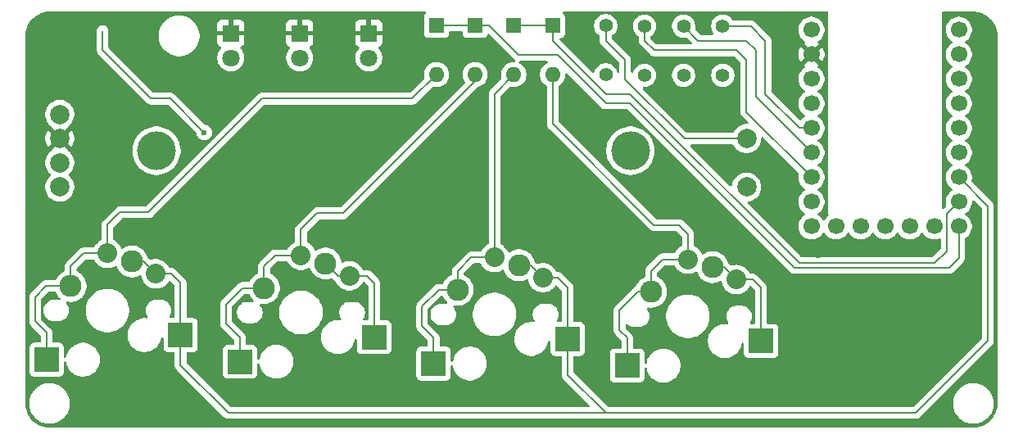
<source format=gbl>
%TF.GenerationSoftware,KiCad,Pcbnew,9.0.4-1.fc42app3*%
%TF.CreationDate,2025-10-31T17:54:04+01:00*%
%TF.ProjectId,ccc_macropad,6363635f-6d61-4637-926f-7061642e6b69,rev?*%
%TF.SameCoordinates,Original*%
%TF.FileFunction,Copper,L2,Bot*%
%TF.FilePolarity,Positive*%
%FSLAX46Y46*%
G04 Gerber Fmt 4.6, Leading zero omitted, Abs format (unit mm)*
G04 Created by KiCad (PCBNEW 9.0.4-1.fc42app3) date 2025-10-31 17:54:04*
%MOMM*%
%LPD*%
G01*
G04 APERTURE LIST*
%TA.AperFunction,ComponentPad*%
%ADD10R,1.800000X1.800000*%
%TD*%
%TA.AperFunction,ComponentPad*%
%ADD11C,1.800000*%
%TD*%
%TA.AperFunction,ComponentPad*%
%ADD12C,2.286000*%
%TD*%
%TA.AperFunction,ComponentPad*%
%ADD13C,2.032000*%
%TD*%
%TA.AperFunction,SMDPad,CuDef*%
%ADD14R,2.550000X2.500000*%
%TD*%
%TA.AperFunction,ComponentPad*%
%ADD15C,1.400000*%
%TD*%
%TA.AperFunction,ComponentPad*%
%ADD16C,2.000000*%
%TD*%
%TA.AperFunction,ComponentPad*%
%ADD17C,4.000000*%
%TD*%
%TA.AperFunction,ComponentPad*%
%ADD18R,1.600000X1.600000*%
%TD*%
%TA.AperFunction,ComponentPad*%
%ADD19O,1.600000X1.600000*%
%TD*%
%TA.AperFunction,ComponentPad*%
%ADD20C,1.700000*%
%TD*%
%TA.AperFunction,ViaPad*%
%ADD21C,0.600000*%
%TD*%
%TA.AperFunction,Conductor*%
%ADD22C,0.200000*%
%TD*%
%TA.AperFunction,Conductor*%
%ADD23C,0.127000*%
%TD*%
G04 APERTURE END LIST*
D10*
%TO.P,D8,1,K*%
%TO.N,GND*%
X146500000Y-40730000D03*
D11*
%TO.P,D8,2,A*%
%TO.N,Net-(D8-A)*%
X146500000Y-43270000D03*
%TD*%
D12*
%TO.P,SW1,1,1*%
%TO.N,Net-(U1-GP6)*%
X122030000Y-64320000D03*
D13*
X124490000Y-65600000D03*
D14*
X127050000Y-71940000D03*
%TO.P,SW1,2,2*%
%TO.N,Net-(D7-A)*%
X113200000Y-74480000D03*
D12*
X115680000Y-66860000D03*
D13*
X119490000Y-63500000D03*
%TD*%
D12*
%TO.P,SW5,1,1*%
%TO.N,Net-(U1-GP5)*%
X182040000Y-64920000D03*
D13*
X184500000Y-66200000D03*
D14*
X187060000Y-72540000D03*
%TO.P,SW5,2,2*%
%TO.N,Net-(D2-A)*%
X173210000Y-75080000D03*
D12*
X175690000Y-67460000D03*
D13*
X179500000Y-64100000D03*
%TD*%
D15*
%TO.P,R2,1*%
%TO.N,Net-(D8-A)*%
X179050000Y-45080000D03*
%TO.P,R2,2*%
%TO.N,Net-(U1-GP27)*%
X179050000Y-40000000D03*
%TD*%
%TO.P,R3,1*%
%TO.N,Net-(D9-A)*%
X183100000Y-45080000D03*
%TO.P,R3,2*%
%TO.N,Net-(U1-GP28)*%
X183100000Y-40000000D03*
%TD*%
D12*
%TO.P,SW4,1,1*%
%TO.N,Net-(U1-GP6)*%
X162036667Y-64720000D03*
D13*
X164496667Y-66000000D03*
D14*
X167056667Y-72340000D03*
%TO.P,SW4,2,2*%
%TO.N,Net-(D1-A)*%
X153206667Y-74880000D03*
D12*
X155686667Y-67260000D03*
D13*
X159496667Y-63900000D03*
%TD*%
D16*
%TO.P,RV1,1,1*%
%TO.N,GND*%
X114560000Y-51625000D03*
%TO.P,RV1,1'*%
%TO.N,N/C*%
X114560000Y-56625000D03*
%TO.P,RV1,2,2*%
%TO.N,Net-(U1-GP29)*%
X114560000Y-49125000D03*
%TO.P,RV1,2'*%
%TO.N,N/C*%
X114560000Y-54125000D03*
%TO.P,RV1,3,3*%
%TO.N,Net-(U1-3V3)*%
X185560000Y-51625000D03*
%TO.P,RV1,3'*%
%TO.N,N/C*%
X185560000Y-56625000D03*
D17*
%TO.P,RV1,MP*%
X124560000Y-52875000D03*
X173560000Y-52875000D03*
%TD*%
D18*
%TO.P,D2,1,K*%
%TO.N,Net-(D1-K)*%
X165500000Y-39920000D03*
D19*
%TO.P,D2,2,A*%
%TO.N,Net-(D2-A)*%
X165500000Y-45000000D03*
%TD*%
D20*
%TO.P,U1,1,5V*%
%TO.N,unconnected-(U1-5V-Pad1)_1*%
X192260000Y-40380000D03*
%TO.P,U1,2,GND*%
%TO.N,GND*%
X192260000Y-42920000D03*
%TO.P,U1,3,3V3*%
%TO.N,Net-(U1-3V3)*%
X192260000Y-45460000D03*
%TO.P,U1,4,GP29*%
%TO.N,Net-(U1-GP29)*%
X192260000Y-48000000D03*
%TO.P,U1,5,GP28*%
%TO.N,Net-(U1-GP28)*%
X192260000Y-50540000D03*
%TO.P,U1,6,GP27*%
%TO.N,Net-(U1-GP27)*%
X192260000Y-53080000D03*
%TO.P,U1,7,GP26*%
%TO.N,Net-(U1-GP26)*%
X192260000Y-55620000D03*
%TO.P,U1,8,GP15*%
%TO.N,unconnected-(U1-GP15-Pad8)_1*%
X192260000Y-58160000D03*
%TO.P,U1,9,GP14*%
%TO.N,unconnected-(U1-GP14-Pad9)_1*%
X192260000Y-60700000D03*
%TO.P,U1,10,GP0*%
%TO.N,Net-(SW3-B)*%
X207500000Y-40380000D03*
%TO.P,U1,11,GP1*%
%TO.N,unconnected-(U1-GP1-Pad11)*%
X207500000Y-42920000D03*
%TO.P,U1,12,GP2*%
%TO.N,unconnected-(U1-GP2-Pad12)_1*%
X207500000Y-45460000D03*
%TO.P,U1,13,GP3*%
%TO.N,unconnected-(U1-GP3-Pad13)*%
X207500000Y-48000000D03*
%TO.P,U1,14,GP4*%
%TO.N,unconnected-(U1-GP4-Pad14)*%
X207500000Y-50540000D03*
%TO.P,U1,15,GP5*%
%TO.N,Net-(U1-GP5)*%
X207500000Y-53080000D03*
%TO.P,U1,16,GP6*%
%TO.N,Net-(U1-GP6)*%
X207500000Y-55620000D03*
%TO.P,U1,17,GP7*%
%TO.N,Net-(D1-K)*%
X207500000Y-58160000D03*
%TO.P,U1,18,GP8*%
%TO.N,Net-(D3-K)*%
X207500000Y-60700000D03*
%TO.P,U1,19,GP13*%
%TO.N,unconnected-(U1-GP13-Pad19)_1*%
X194800000Y-60700000D03*
%TO.P,U1,20,GP12*%
%TO.N,unconnected-(U1-GP12-Pad20)*%
X197340000Y-60700000D03*
%TO.P,U1,21,GP11*%
%TO.N,unconnected-(U1-GP11-Pad21)*%
X199880000Y-60700000D03*
%TO.P,U1,22,GP10*%
%TO.N,unconnected-(U1-GP10-Pad22)*%
X202420000Y-60700000D03*
%TO.P,U1,23,GP9*%
%TO.N,unconnected-(U1-GP9-Pad23)_1*%
X204960000Y-60700000D03*
%TD*%
D10*
%TO.P,D9,1,K*%
%TO.N,GND*%
X139365000Y-40730000D03*
D11*
%TO.P,D9,2,A*%
%TO.N,Net-(D9-A)*%
X139365000Y-43270000D03*
%TD*%
D15*
%TO.P,R1,1*%
%TO.N,Net-(D6-A)*%
X175000000Y-45080000D03*
%TO.P,R1,2*%
%TO.N,Net-(U1-GP26)*%
X175000000Y-40000000D03*
%TD*%
%TO.P,R4,1*%
%TO.N,Net-(SW3-C)*%
X171000000Y-45040000D03*
%TO.P,R4,2*%
%TO.N,Net-(U1-3V3)*%
X171000000Y-39960000D03*
%TD*%
D10*
%TO.P,D6,1,K*%
%TO.N,GND*%
X132230000Y-40730000D03*
D11*
%TO.P,D6,2,A*%
%TO.N,Net-(D6-A)*%
X132230000Y-43270000D03*
%TD*%
D18*
%TO.P,D1,1,K*%
%TO.N,Net-(D1-K)*%
X161500000Y-39920000D03*
D19*
%TO.P,D1,2,A*%
%TO.N,Net-(D1-A)*%
X161500000Y-45000000D03*
%TD*%
D12*
%TO.P,SW2,1,1*%
%TO.N,Net-(U1-GP5)*%
X142033333Y-64520000D03*
D13*
X144493333Y-65800000D03*
D14*
X147053333Y-72140000D03*
%TO.P,SW2,2,2*%
%TO.N,Net-(D3-A)*%
X133203333Y-74680000D03*
D12*
X135683333Y-67060000D03*
D13*
X139493333Y-63700000D03*
%TD*%
D18*
%TO.P,D3,1,K*%
%TO.N,Net-(D3-K)*%
X157500000Y-39920000D03*
D19*
%TO.P,D3,2,A*%
%TO.N,Net-(D3-A)*%
X157500000Y-45000000D03*
%TD*%
D18*
%TO.P,D7,1,K*%
%TO.N,Net-(D3-K)*%
X153500000Y-39920000D03*
D19*
%TO.P,D7,2,A*%
%TO.N,Net-(D7-A)*%
X153500000Y-45000000D03*
%TD*%
D21*
%TO.N,GND*%
X210750000Y-49250000D03*
X193000000Y-63750000D03*
X188000000Y-39500000D03*
X201400000Y-72000000D03*
X154900000Y-52400000D03*
X181000000Y-46500000D03*
%TO.N,Net-(SW3-B)*%
X129500000Y-51000000D03*
%TD*%
D22*
%TO.N,Net-(D1-A)*%
X159496667Y-47003333D02*
X161500000Y-45000000D01*
X152000000Y-71000000D02*
X152000000Y-69000000D01*
X153206667Y-74880000D02*
X153206667Y-72206667D01*
X159496667Y-63900000D02*
X159496667Y-47003333D01*
X155686667Y-65313333D02*
X157100000Y-63900000D01*
X157100000Y-63900000D02*
X159496667Y-63900000D01*
X152000000Y-69000000D02*
X153740000Y-67260000D01*
X153206667Y-72206667D02*
X152000000Y-71000000D01*
X155876767Y-67450100D02*
X155686667Y-67260000D01*
X155686667Y-67260000D02*
X155686667Y-65313333D01*
X153740000Y-67260000D02*
X155686667Y-67260000D01*
%TO.N,Net-(D1-K)*%
X165500000Y-41500000D02*
X171000000Y-47000000D01*
X191000000Y-64500000D02*
X205000000Y-64500000D01*
X171000000Y-47000000D02*
X173500000Y-47000000D01*
X205000000Y-64500000D02*
X206250000Y-63250000D01*
X161500000Y-39920000D02*
X165500000Y-39920000D01*
X165500000Y-39920000D02*
X165500000Y-41500000D01*
X206250000Y-63250000D02*
X206250000Y-59410000D01*
X173500000Y-47000000D02*
X191000000Y-64500000D01*
X206250000Y-59410000D02*
X207500000Y-58160000D01*
%TO.N,Net-(D2-A)*%
X175690000Y-67460000D02*
X174325282Y-67460000D01*
X165500000Y-50100000D02*
X165500000Y-45000000D01*
X176900000Y-64100000D02*
X179500000Y-64100000D01*
X178550000Y-60550000D02*
X179500000Y-61500000D01*
X175690000Y-67460000D02*
X175690000Y-65310000D01*
X174325282Y-67460000D02*
X172428100Y-69357182D01*
X172428100Y-71428100D02*
X173210000Y-72210000D01*
X173210000Y-72210000D02*
X173210000Y-75080000D01*
X179500000Y-61500000D02*
X179500000Y-64100000D01*
X172428100Y-69357182D02*
X172428100Y-71428100D01*
X175950000Y-60550000D02*
X178550000Y-60550000D01*
X175880100Y-67650100D02*
X175690000Y-67460000D01*
X175690000Y-65310000D02*
X176900000Y-64100000D01*
X175950000Y-60550000D02*
X165500000Y-50100000D01*
%TO.N,Net-(D3-K)*%
X158920000Y-39920000D02*
X162000000Y-43000000D01*
X206500000Y-65000000D02*
X207500000Y-64000000D01*
X171000000Y-48000000D02*
X173500000Y-48000000D01*
X162000000Y-43000000D02*
X166000000Y-43000000D01*
X166000000Y-43000000D02*
X171000000Y-48000000D01*
X173500000Y-48000000D02*
X190500000Y-65000000D01*
X157500000Y-39920000D02*
X158920000Y-39920000D01*
X207500000Y-64000000D02*
X207500000Y-60700000D01*
X153500000Y-39920000D02*
X157500000Y-39920000D01*
X190500000Y-65000000D02*
X206500000Y-65000000D01*
%TO.N,Net-(D3-A)*%
X141153333Y-59346667D02*
X143846667Y-59346667D01*
X143846667Y-59346667D02*
X157500000Y-45693333D01*
X131723973Y-70723973D02*
X133203333Y-72203333D01*
X131723973Y-68776027D02*
X131723973Y-70723973D01*
X133440000Y-67060000D02*
X131723973Y-68776027D01*
X135683333Y-67060000D02*
X133440000Y-67060000D01*
X133203333Y-72203333D02*
X133203333Y-74680000D01*
X135873433Y-67250100D02*
X135683333Y-67060000D01*
X139493333Y-61006667D02*
X141153333Y-59346667D01*
X157500000Y-45693333D02*
X157500000Y-45000000D01*
X135683333Y-67060000D02*
X135683333Y-64816667D01*
X136800000Y-63700000D02*
X139493333Y-63700000D01*
X135683333Y-64816667D02*
X136800000Y-63700000D01*
X139493333Y-63700000D02*
X139493333Y-61006667D01*
%TO.N,Net-(D7-A)*%
X112000000Y-68000000D02*
X112000000Y-70500000D01*
X115680000Y-64820000D02*
X117000000Y-63500000D01*
X113140000Y-66860000D02*
X112000000Y-68000000D01*
X135490000Y-47500000D02*
X151000000Y-47500000D01*
X123745000Y-59245000D02*
X135490000Y-47500000D01*
X119490000Y-63500000D02*
X119490000Y-60510000D01*
X117000000Y-63500000D02*
X119490000Y-63500000D01*
X115680000Y-66860000D02*
X115680000Y-64820000D01*
X120755000Y-59245000D02*
X123745000Y-59245000D01*
X115870100Y-67050100D02*
X115680000Y-66860000D01*
X115680000Y-66860000D02*
X113140000Y-66860000D01*
X119490000Y-60510000D02*
X120755000Y-59245000D01*
X113200000Y-71700000D02*
X113200000Y-74480000D01*
X112000000Y-70500000D02*
X113200000Y-71700000D01*
X151000000Y-47500000D02*
X153500000Y-45000000D01*
D23*
%TO.N,GND*%
X188000000Y-39750000D02*
X188000000Y-39500000D01*
X181000000Y-46250000D02*
X181000000Y-46500000D01*
D22*
%TO.N,Net-(SW3-B)*%
X126000000Y-47500000D02*
X124000000Y-47500000D01*
X129500000Y-51000000D02*
X126000000Y-47500000D01*
X119000000Y-42500000D02*
X119000000Y-40500000D01*
X124000000Y-47500000D02*
X119000000Y-42500000D01*
%TO.N,Net-(U1-GP26)*%
X185500000Y-47000000D02*
X185500000Y-43500000D01*
X175000000Y-41500000D02*
X175000000Y-40000000D01*
X185500000Y-43500000D02*
X184500000Y-42500000D01*
X176000000Y-42500000D02*
X175000000Y-41500000D01*
X184500000Y-42500000D02*
X176000000Y-42500000D01*
X185500000Y-48860000D02*
X185500000Y-47000000D01*
X192260000Y-55620000D02*
X185500000Y-48860000D01*
%TO.N,Net-(U1-GP27)*%
X192260000Y-53080000D02*
X186500000Y-47320000D01*
X180550000Y-41500000D02*
X179050000Y-40000000D01*
X186500000Y-42500000D02*
X185500000Y-41500000D01*
X185500000Y-41500000D02*
X180550000Y-41500000D01*
X186500000Y-47320000D02*
X186500000Y-42500000D01*
%TO.N,Net-(U1-GP28)*%
X191040000Y-50540000D02*
X192260000Y-50540000D01*
X187500000Y-47000000D02*
X191040000Y-50540000D01*
X187500000Y-41500000D02*
X187500000Y-47000000D01*
X186000000Y-40000000D02*
X187500000Y-41500000D01*
X183100000Y-40000000D02*
X186000000Y-40000000D01*
%TO.N,Net-(U1-3V3)*%
X179125000Y-51625000D02*
X184560000Y-51625000D01*
X171000000Y-39960000D02*
X171000000Y-41500000D01*
X173000000Y-43500000D02*
X173000000Y-45500000D01*
X173000000Y-45500000D02*
X179125000Y-51625000D01*
X171000000Y-41500000D02*
X173000000Y-43500000D01*
%TO.N,Net-(U1-GP6)*%
X127050000Y-66550000D02*
X127050000Y-71940000D01*
X124490000Y-65600000D02*
X123210000Y-64320000D01*
X163216667Y-64720000D02*
X162036667Y-64720000D01*
X210500000Y-58620000D02*
X207500000Y-55620000D01*
X166000000Y-66000000D02*
X167056667Y-67056667D01*
X132000000Y-80000000D02*
X171000000Y-80000000D01*
X167056667Y-72340000D02*
X167056667Y-76056667D01*
X167056667Y-67056667D02*
X167056667Y-72340000D01*
X126100000Y-65600000D02*
X127050000Y-66550000D01*
X164496667Y-66000000D02*
X166000000Y-66000000D01*
X167056667Y-76056667D02*
X171000000Y-80000000D01*
X124490000Y-65600000D02*
X126100000Y-65600000D01*
X123210000Y-64320000D02*
X122030000Y-64320000D01*
X210500000Y-72500000D02*
X210500000Y-58620000D01*
X127050000Y-71940000D02*
X127050000Y-75050000D01*
X171000000Y-80000000D02*
X203000000Y-80000000D01*
X164496667Y-66000000D02*
X163216667Y-64720000D01*
X127050000Y-75050000D02*
X132000000Y-80000000D01*
X203000000Y-80000000D02*
X210500000Y-72500000D01*
%TO.N,Net-(U1-GP5)*%
X184500000Y-66200000D02*
X186200000Y-66200000D01*
X187000000Y-67000000D02*
X187060000Y-67060000D01*
X143313333Y-65800000D02*
X144493333Y-65800000D01*
X146300000Y-65800000D02*
X147053333Y-66553333D01*
X183220000Y-64920000D02*
X182040000Y-64920000D01*
X184500000Y-66200000D02*
X183220000Y-64920000D01*
X142033333Y-64520000D02*
X143313333Y-65800000D01*
X147053333Y-66553333D02*
X147053333Y-72140000D01*
X144493333Y-65800000D02*
X146300000Y-65800000D01*
X187060000Y-67060000D02*
X187060000Y-72540000D01*
X186200000Y-66200000D02*
X187000000Y-67000000D01*
%TD*%
%TA.AperFunction,Conductor*%
%TO.N,GND*%
G36*
X152386862Y-38520185D02*
G01*
X152432617Y-38572989D01*
X152442561Y-38642147D01*
X152413536Y-38705703D01*
X152394137Y-38723763D01*
X152342454Y-38762454D01*
X152342453Y-38762455D01*
X152342452Y-38762456D01*
X152256206Y-38877664D01*
X152256202Y-38877671D01*
X152205908Y-39012517D01*
X152199501Y-39072116D01*
X152199501Y-39072123D01*
X152199500Y-39072135D01*
X152199500Y-40767870D01*
X152199501Y-40767876D01*
X152205908Y-40827483D01*
X152256202Y-40962328D01*
X152256206Y-40962335D01*
X152342452Y-41077544D01*
X152342455Y-41077547D01*
X152457664Y-41163793D01*
X152457671Y-41163797D01*
X152592517Y-41214091D01*
X152592516Y-41214091D01*
X152599444Y-41214835D01*
X152652127Y-41220500D01*
X154347872Y-41220499D01*
X154407483Y-41214091D01*
X154542331Y-41163796D01*
X154657546Y-41077546D01*
X154743796Y-40962331D01*
X154794091Y-40827483D01*
X154800500Y-40767873D01*
X154800500Y-40644500D01*
X154820185Y-40577461D01*
X154872989Y-40531706D01*
X154924500Y-40520500D01*
X156075501Y-40520500D01*
X156142540Y-40540185D01*
X156188295Y-40592989D01*
X156199501Y-40644500D01*
X156199501Y-40767876D01*
X156205908Y-40827483D01*
X156256202Y-40962328D01*
X156256206Y-40962335D01*
X156342452Y-41077544D01*
X156342455Y-41077547D01*
X156457664Y-41163793D01*
X156457671Y-41163797D01*
X156592517Y-41214091D01*
X156592516Y-41214091D01*
X156599444Y-41214835D01*
X156652127Y-41220500D01*
X158347872Y-41220499D01*
X158407483Y-41214091D01*
X158542331Y-41163796D01*
X158657546Y-41077546D01*
X158743796Y-40962331D01*
X158744499Y-40960446D01*
X158776690Y-40874138D01*
X158818561Y-40818204D01*
X158884025Y-40793786D01*
X158952298Y-40808637D01*
X158980553Y-40829789D01*
X161637031Y-43486267D01*
X161635012Y-43488285D01*
X161668067Y-43533569D01*
X161672212Y-43603316D01*
X161637991Y-43664231D01*
X161576269Y-43696975D01*
X161551372Y-43699500D01*
X161397648Y-43699500D01*
X161373329Y-43703351D01*
X161195465Y-43731522D01*
X161000776Y-43794781D01*
X160818386Y-43887715D01*
X160652786Y-44008028D01*
X160508028Y-44152786D01*
X160387715Y-44318386D01*
X160294781Y-44500776D01*
X160231522Y-44695465D01*
X160201969Y-44882058D01*
X160199500Y-44897648D01*
X160199500Y-45102352D01*
X160210924Y-45174481D01*
X160231523Y-45304535D01*
X160236172Y-45318845D01*
X160238165Y-45388687D01*
X160205921Y-45444841D01*
X159127953Y-46522811D01*
X159016148Y-46634615D01*
X159016147Y-46634617D01*
X158971726Y-46711557D01*
X158937090Y-46771548D01*
X158896166Y-46924276D01*
X158896166Y-46924278D01*
X158896166Y-47092379D01*
X158896167Y-47092392D01*
X158896167Y-62427974D01*
X158876482Y-62495013D01*
X158828463Y-62538458D01*
X158701849Y-62602971D01*
X158600647Y-62676500D01*
X158508734Y-62743279D01*
X158508732Y-62743281D01*
X158508731Y-62743281D01*
X158339948Y-62912064D01*
X158339948Y-62912065D01*
X158339946Y-62912067D01*
X158304923Y-62960272D01*
X158199640Y-63105180D01*
X158135127Y-63231795D01*
X158087152Y-63282591D01*
X158024642Y-63299500D01*
X157186670Y-63299500D01*
X157186654Y-63299499D01*
X157179058Y-63299499D01*
X157020943Y-63299499D01*
X156952402Y-63317865D01*
X156868214Y-63340423D01*
X156868209Y-63340426D01*
X156731290Y-63419475D01*
X156731282Y-63419481D01*
X155206148Y-64944615D01*
X155206142Y-64944623D01*
X155171181Y-65005179D01*
X155171181Y-65005181D01*
X155127090Y-65081547D01*
X155120845Y-65104854D01*
X155086166Y-65234276D01*
X155086166Y-65234278D01*
X155086166Y-65402379D01*
X155086167Y-65402392D01*
X155086167Y-65645439D01*
X155066482Y-65712478D01*
X155018462Y-65755924D01*
X154825284Y-65854353D01*
X154615996Y-66006410D01*
X154433077Y-66189329D01*
X154281020Y-66398617D01*
X154182591Y-66591795D01*
X154172141Y-66602859D01*
X154165819Y-66616703D01*
X154148638Y-66627744D01*
X154134616Y-66642591D01*
X154118936Y-66646832D01*
X154107041Y-66654477D01*
X154072106Y-66659500D01*
X153826670Y-66659500D01*
X153826654Y-66659499D01*
X153819058Y-66659499D01*
X153660943Y-66659499D01*
X153602549Y-66675146D01*
X153508214Y-66700423D01*
X153508209Y-66700426D01*
X153371290Y-66779475D01*
X153371282Y-66779481D01*
X151519481Y-68631282D01*
X151519475Y-68631290D01*
X151474149Y-68709799D01*
X151474149Y-68709800D01*
X151440423Y-68768215D01*
X151399499Y-68920943D01*
X151399499Y-68920945D01*
X151399499Y-69089046D01*
X151399500Y-69089059D01*
X151399500Y-70913330D01*
X151399499Y-70913348D01*
X151399499Y-71079054D01*
X151399498Y-71079054D01*
X151405797Y-71102561D01*
X151436108Y-71215683D01*
X151440424Y-71231788D01*
X151446392Y-71242124D01*
X151446394Y-71242127D01*
X151519477Y-71368712D01*
X151519481Y-71368717D01*
X151638349Y-71487585D01*
X151638355Y-71487590D01*
X152569848Y-72419083D01*
X152603333Y-72480406D01*
X152606167Y-72506764D01*
X152606167Y-73005500D01*
X152586482Y-73072539D01*
X152533678Y-73118294D01*
X152482167Y-73129500D01*
X151883796Y-73129500D01*
X151883790Y-73129501D01*
X151824183Y-73135908D01*
X151689338Y-73186202D01*
X151689331Y-73186206D01*
X151574122Y-73272452D01*
X151574119Y-73272455D01*
X151487873Y-73387664D01*
X151487869Y-73387671D01*
X151437575Y-73522517D01*
X151431168Y-73582116D01*
X151431168Y-73582123D01*
X151431167Y-73582135D01*
X151431167Y-76177870D01*
X151431168Y-76177876D01*
X151437575Y-76237483D01*
X151487869Y-76372328D01*
X151487873Y-76372335D01*
X151574119Y-76487544D01*
X151574122Y-76487547D01*
X151689331Y-76573793D01*
X151689338Y-76573797D01*
X151824184Y-76624091D01*
X151824183Y-76624091D01*
X151831111Y-76624835D01*
X151883794Y-76630500D01*
X154529539Y-76630499D01*
X154589150Y-76624091D01*
X154723998Y-76573796D01*
X154839213Y-76487546D01*
X154925463Y-76372331D01*
X154975758Y-76237483D01*
X154982167Y-76177873D01*
X154982166Y-75185148D01*
X155001850Y-75118112D01*
X155054654Y-75072357D01*
X155123813Y-75062413D01*
X155187369Y-75091438D01*
X155225143Y-75150216D01*
X155229105Y-75168964D01*
X155236119Y-75222238D01*
X155288765Y-75418716D01*
X155295509Y-75443887D01*
X155383317Y-75655876D01*
X155383324Y-75655890D01*
X155498059Y-75854617D01*
X155637748Y-76036661D01*
X155637756Y-76036670D01*
X155799997Y-76198911D01*
X155800005Y-76198918D01*
X155800006Y-76198919D01*
X155802129Y-76200548D01*
X155982049Y-76338607D01*
X155982052Y-76338608D01*
X155982055Y-76338611D01*
X156180779Y-76453344D01*
X156180784Y-76453346D01*
X156180790Y-76453349D01*
X156263345Y-76487544D01*
X156392780Y-76541158D01*
X156614429Y-76600548D01*
X156830979Y-76629057D01*
X156841917Y-76630498D01*
X156841933Y-76630500D01*
X156841940Y-76630500D01*
X157071394Y-76630500D01*
X157071401Y-76630500D01*
X157298905Y-76600548D01*
X157520554Y-76541158D01*
X157732555Y-76453344D01*
X157931279Y-76338611D01*
X158113328Y-76198919D01*
X158113332Y-76198914D01*
X158113337Y-76198911D01*
X158275578Y-76036670D01*
X158275581Y-76036665D01*
X158275586Y-76036661D01*
X158415278Y-75854612D01*
X158530011Y-75655888D01*
X158617825Y-75443887D01*
X158677215Y-75222238D01*
X158707167Y-74994734D01*
X158707167Y-74765266D01*
X158677215Y-74537762D01*
X158617825Y-74316113D01*
X158554398Y-74162987D01*
X158530016Y-74104123D01*
X158530013Y-74104117D01*
X158530011Y-74104112D01*
X158415278Y-73905388D01*
X158415275Y-73905385D01*
X158415274Y-73905382D01*
X158304547Y-73761081D01*
X158275586Y-73723339D01*
X158275585Y-73723338D01*
X158275578Y-73723330D01*
X158113337Y-73561089D01*
X158113328Y-73561081D01*
X157931284Y-73421392D01*
X157872877Y-73387671D01*
X157761449Y-73323338D01*
X157732557Y-73306657D01*
X157732543Y-73306650D01*
X157520554Y-73218842D01*
X157470760Y-73205500D01*
X157298905Y-73159452D01*
X157260882Y-73154446D01*
X157071408Y-73129500D01*
X157071401Y-73129500D01*
X156841933Y-73129500D01*
X156841925Y-73129500D01*
X156625382Y-73158009D01*
X156614429Y-73159452D01*
X156608320Y-73161089D01*
X156392779Y-73218842D01*
X156180790Y-73306650D01*
X156180776Y-73306657D01*
X155982049Y-73421392D01*
X155800005Y-73561081D01*
X155637748Y-73723338D01*
X155498059Y-73905382D01*
X155383324Y-74104109D01*
X155383317Y-74104123D01*
X155295509Y-74316112D01*
X155282337Y-74365272D01*
X155247783Y-74494233D01*
X155236120Y-74537759D01*
X155236118Y-74537769D01*
X155229105Y-74591036D01*
X155200838Y-74654932D01*
X155142513Y-74693402D01*
X155072648Y-74694233D01*
X155013425Y-74657160D01*
X154983647Y-74593954D01*
X154982166Y-74574849D01*
X154982166Y-73582129D01*
X154982165Y-73582123D01*
X154982164Y-73582116D01*
X154975758Y-73522517D01*
X154972811Y-73514617D01*
X154925464Y-73387671D01*
X154925460Y-73387664D01*
X154839214Y-73272455D01*
X154839211Y-73272452D01*
X154724002Y-73186206D01*
X154723995Y-73186202D01*
X154589149Y-73135908D01*
X154589150Y-73135908D01*
X154529550Y-73129501D01*
X154529548Y-73129500D01*
X154529540Y-73129500D01*
X154529532Y-73129500D01*
X153931167Y-73129500D01*
X153864128Y-73109815D01*
X153818373Y-73057011D01*
X153807167Y-73005500D01*
X153807167Y-72295726D01*
X153807168Y-72295713D01*
X153807168Y-72127612D01*
X153807168Y-72127610D01*
X153766244Y-71974882D01*
X153722721Y-71899499D01*
X153687187Y-71837951D01*
X153575383Y-71726147D01*
X153575382Y-71726146D01*
X153571052Y-71721816D01*
X153571041Y-71721806D01*
X152636819Y-70787584D01*
X152603334Y-70726261D01*
X152600500Y-70699903D01*
X152600500Y-69300097D01*
X152620185Y-69233058D01*
X152636819Y-69212416D01*
X153952417Y-67896819D01*
X153979344Y-67882115D01*
X154005163Y-67865523D01*
X154011363Y-67864631D01*
X154013740Y-67863334D01*
X154040098Y-67860500D01*
X154072106Y-67860500D01*
X154139145Y-67880185D01*
X154182591Y-67928205D01*
X154183427Y-67929845D01*
X154281020Y-68121382D01*
X154433075Y-68330668D01*
X154433077Y-68330670D01*
X154589326Y-68486919D01*
X154622811Y-68548242D01*
X154617827Y-68617934D01*
X154575955Y-68673867D01*
X154510491Y-68698284D01*
X154501645Y-68698600D01*
X153889980Y-68698600D01*
X153718753Y-68725720D01*
X153553878Y-68779290D01*
X153553875Y-68779291D01*
X153399406Y-68857998D01*
X153373718Y-68876662D01*
X153259153Y-68959899D01*
X153259151Y-68959901D01*
X153259150Y-68959901D01*
X153136568Y-69082483D01*
X153136568Y-69082484D01*
X153136566Y-69082486D01*
X153105391Y-69125395D01*
X153034665Y-69222739D01*
X152955958Y-69377208D01*
X152955957Y-69377211D01*
X152902387Y-69542086D01*
X152875267Y-69713312D01*
X152875267Y-69886687D01*
X152902387Y-70057913D01*
X152955957Y-70222788D01*
X152955958Y-70222791D01*
X153016700Y-70342002D01*
X153034665Y-70377260D01*
X153136566Y-70517514D01*
X153259153Y-70640101D01*
X153399407Y-70742002D01*
X153447793Y-70766656D01*
X153553875Y-70820708D01*
X153553878Y-70820709D01*
X153619813Y-70842132D01*
X153718755Y-70874280D01*
X153798058Y-70886840D01*
X153889980Y-70901400D01*
X153889985Y-70901400D01*
X154511554Y-70901400D01*
X154594562Y-70888252D01*
X154682779Y-70874280D01*
X154847658Y-70820708D01*
X155002127Y-70742002D01*
X155142381Y-70640101D01*
X155264968Y-70517514D01*
X155366869Y-70377260D01*
X155445575Y-70222791D01*
X155499147Y-70057912D01*
X155516698Y-69947099D01*
X155526267Y-69886687D01*
X155526267Y-69713312D01*
X155519127Y-69668233D01*
X155516698Y-69652900D01*
X157252267Y-69652900D01*
X157252267Y-69947099D01*
X157252268Y-69947116D01*
X157288121Y-70219453D01*
X157290669Y-70238800D01*
X157361117Y-70501716D01*
X157366819Y-70522994D01*
X157479401Y-70794794D01*
X157479409Y-70794810D01*
X157626507Y-71049589D01*
X157626518Y-71049605D01*
X157805615Y-71283009D01*
X157805621Y-71283016D01*
X158013650Y-71491045D01*
X158013657Y-71491051D01*
X158110527Y-71565382D01*
X158247070Y-71670155D01*
X158247077Y-71670159D01*
X158501856Y-71817257D01*
X158501872Y-71817265D01*
X158773672Y-71929847D01*
X158773674Y-71929847D01*
X158773680Y-71929850D01*
X159057867Y-72005998D01*
X159349561Y-72044400D01*
X159349568Y-72044400D01*
X159643766Y-72044400D01*
X159643773Y-72044400D01*
X159935467Y-72005998D01*
X160219654Y-71929850D01*
X160363772Y-71870155D01*
X160491461Y-71817265D01*
X160491464Y-71817263D01*
X160491470Y-71817261D01*
X160746264Y-71670155D01*
X160979678Y-71491050D01*
X161187717Y-71283011D01*
X161366822Y-71049597D01*
X161513928Y-70794803D01*
X161519018Y-70782516D01*
X161626514Y-70522994D01*
X161626513Y-70522994D01*
X161626517Y-70522987D01*
X161702665Y-70238800D01*
X161741067Y-69947106D01*
X161741067Y-69652894D01*
X161702665Y-69361200D01*
X161626517Y-69077013D01*
X161620726Y-69063032D01*
X161513932Y-68805205D01*
X161513924Y-68805189D01*
X161366826Y-68550410D01*
X161366822Y-68550403D01*
X161255408Y-68405205D01*
X161187718Y-68316990D01*
X161187712Y-68316983D01*
X160979683Y-68108954D01*
X160979676Y-68108948D01*
X160746272Y-67929851D01*
X160746270Y-67929849D01*
X160746264Y-67929845D01*
X160746259Y-67929842D01*
X160746256Y-67929840D01*
X160491477Y-67782742D01*
X160491461Y-67782734D01*
X160219661Y-67670152D01*
X160183639Y-67660500D01*
X159935467Y-67594002D01*
X159935466Y-67594001D01*
X159935463Y-67594001D01*
X159643783Y-67555601D01*
X159643778Y-67555600D01*
X159643773Y-67555600D01*
X159349561Y-67555600D01*
X159349555Y-67555600D01*
X159349550Y-67555601D01*
X159057870Y-67594001D01*
X158773672Y-67670152D01*
X158501872Y-67782734D01*
X158501856Y-67782742D01*
X158247077Y-67929840D01*
X158247061Y-67929851D01*
X158013657Y-68108948D01*
X158013650Y-68108954D01*
X157805621Y-68316983D01*
X157805615Y-68316990D01*
X157626518Y-68550394D01*
X157626507Y-68550410D01*
X157479409Y-68805189D01*
X157479401Y-68805205D01*
X157366819Y-69077005D01*
X157290668Y-69361203D01*
X157252268Y-69652883D01*
X157252267Y-69652900D01*
X155516698Y-69652900D01*
X155504710Y-69577211D01*
X155499147Y-69542088D01*
X155468005Y-69446241D01*
X155445576Y-69377211D01*
X155445575Y-69377208D01*
X155394793Y-69277544D01*
X155366869Y-69222740D01*
X155264968Y-69082486D01*
X155264959Y-69082477D01*
X155261804Y-69078782D01*
X155263253Y-69077544D01*
X155233650Y-69023330D01*
X155238634Y-68953638D01*
X155280506Y-68897705D01*
X155345970Y-68873288D01*
X155374214Y-68874499D01*
X155557316Y-68903500D01*
X155557321Y-68903500D01*
X155816018Y-68903500D01*
X155972078Y-68878782D01*
X156071521Y-68863032D01*
X156317552Y-68783091D01*
X156548049Y-68665647D01*
X156757335Y-68513592D01*
X156940259Y-68330668D01*
X157092314Y-68121382D01*
X157209758Y-67890885D01*
X157289699Y-67644854D01*
X157313112Y-67497027D01*
X157330167Y-67389351D01*
X157330167Y-67130648D01*
X157298490Y-66930654D01*
X157289699Y-66875146D01*
X157209758Y-66629115D01*
X157092314Y-66398618D01*
X156940259Y-66189332D01*
X156757335Y-66006408D01*
X156548049Y-65854353D01*
X156508944Y-65834428D01*
X156354872Y-65755924D01*
X156343807Y-65745474D01*
X156329964Y-65739152D01*
X156318922Y-65721971D01*
X156304076Y-65707949D01*
X156299834Y-65692269D01*
X156292190Y-65680374D01*
X156287167Y-65645439D01*
X156287167Y-65613430D01*
X156306852Y-65546391D01*
X156323486Y-65525749D01*
X157312417Y-64536819D01*
X157373740Y-64503334D01*
X157400098Y-64500500D01*
X158024642Y-64500500D01*
X158091681Y-64520185D01*
X158135127Y-64568205D01*
X158148579Y-64594606D01*
X158199640Y-64694819D01*
X158339946Y-64887933D01*
X158508734Y-65056721D01*
X158701848Y-65197027D01*
X158914533Y-65305395D01*
X159141552Y-65379158D01*
X159377316Y-65416500D01*
X159377317Y-65416500D01*
X159616017Y-65416500D01*
X159616018Y-65416500D01*
X159851782Y-65379158D01*
X160078801Y-65305395D01*
X160291486Y-65197027D01*
X160292625Y-65196199D01*
X160293135Y-65196017D01*
X160295642Y-65194481D01*
X160295964Y-65195007D01*
X160358426Y-65172709D01*
X160426482Y-65188524D01*
X160475185Y-65238621D01*
X160483456Y-65258187D01*
X160513577Y-65350888D01*
X160619481Y-65558735D01*
X160631020Y-65581382D01*
X160783075Y-65790668D01*
X160965999Y-65973592D01*
X161175285Y-66125647D01*
X161405782Y-66243091D01*
X161651813Y-66323032D01*
X161740238Y-66337037D01*
X161907316Y-66363500D01*
X161907321Y-66363500D01*
X162166018Y-66363500D01*
X162307961Y-66341017D01*
X162421521Y-66323032D01*
X162667552Y-66243091D01*
X162822889Y-66163942D01*
X162891556Y-66151046D01*
X162956297Y-66177322D01*
X162996555Y-66234428D01*
X163001656Y-66255028D01*
X163017508Y-66355112D01*
X163017509Y-66355115D01*
X163089002Y-66575149D01*
X163091273Y-66582136D01*
X163146888Y-66691287D01*
X163199640Y-66794819D01*
X163339946Y-66987933D01*
X163508734Y-67156721D01*
X163701848Y-67297027D01*
X163914533Y-67405395D01*
X164141552Y-67479158D01*
X164377316Y-67516500D01*
X164377317Y-67516500D01*
X164616017Y-67516500D01*
X164616018Y-67516500D01*
X164851782Y-67479158D01*
X165078801Y-67405395D01*
X165291486Y-67297027D01*
X165484600Y-67156721D01*
X165653388Y-66987933D01*
X165772273Y-66824302D01*
X165827602Y-66781637D01*
X165897215Y-66775658D01*
X165959010Y-66808264D01*
X165960271Y-66809507D01*
X166419848Y-67269083D01*
X166453333Y-67330406D01*
X166456167Y-67356764D01*
X166456167Y-70465500D01*
X166436482Y-70532539D01*
X166383678Y-70578294D01*
X166332167Y-70589500D01*
X166035131Y-70589500D01*
X165968092Y-70569815D01*
X165922337Y-70517011D01*
X165912393Y-70447853D01*
X165934812Y-70392615D01*
X165945969Y-70377260D01*
X166024675Y-70222791D01*
X166078247Y-70057912D01*
X166095798Y-69947099D01*
X166105367Y-69886687D01*
X166105367Y-69713312D01*
X166083810Y-69577211D01*
X166078247Y-69542088D01*
X166047105Y-69446241D01*
X166024676Y-69377211D01*
X166024675Y-69377208D01*
X165973893Y-69277544D01*
X165945969Y-69222740D01*
X165844068Y-69082486D01*
X165721481Y-68959899D01*
X165581227Y-68857998D01*
X165575508Y-68855084D01*
X165426758Y-68779291D01*
X165426755Y-68779290D01*
X165261880Y-68725720D01*
X165090654Y-68698600D01*
X165090649Y-68698600D01*
X164469085Y-68698600D01*
X164469080Y-68698600D01*
X164297853Y-68725720D01*
X164132978Y-68779290D01*
X164132975Y-68779291D01*
X163978506Y-68857998D01*
X163952818Y-68876662D01*
X163838253Y-68959899D01*
X163838251Y-68959901D01*
X163838250Y-68959901D01*
X163715668Y-69082483D01*
X163715668Y-69082484D01*
X163715666Y-69082486D01*
X163684491Y-69125395D01*
X163613765Y-69222739D01*
X163535058Y-69377208D01*
X163535057Y-69377211D01*
X163481487Y-69542086D01*
X163454367Y-69713312D01*
X163454367Y-69886687D01*
X163481487Y-70057913D01*
X163535057Y-70222788D01*
X163535058Y-70222791D01*
X163613766Y-70377262D01*
X163634977Y-70406457D01*
X163658456Y-70472263D01*
X163642630Y-70540317D01*
X163592524Y-70589011D01*
X163524046Y-70602886D01*
X163518477Y-70602280D01*
X163506135Y-70600655D01*
X163421408Y-70589500D01*
X163421401Y-70589500D01*
X163191933Y-70589500D01*
X163191925Y-70589500D01*
X162975382Y-70618009D01*
X162964429Y-70619452D01*
X162897740Y-70637321D01*
X162742779Y-70678842D01*
X162530790Y-70766650D01*
X162530776Y-70766657D01*
X162332049Y-70881392D01*
X162150005Y-71021081D01*
X161987748Y-71183338D01*
X161848059Y-71365382D01*
X161733324Y-71564109D01*
X161733317Y-71564123D01*
X161645509Y-71776112D01*
X161629831Y-71834623D01*
X161599549Y-71947642D01*
X161586120Y-71997759D01*
X161586118Y-71997770D01*
X161556167Y-72225258D01*
X161556167Y-72454741D01*
X161576016Y-72605500D01*
X161586119Y-72682238D01*
X161613977Y-72786206D01*
X161645509Y-72903887D01*
X161733317Y-73115876D01*
X161733324Y-73115890D01*
X161771567Y-73182129D01*
X161845286Y-73309815D01*
X161848059Y-73314617D01*
X161987748Y-73496661D01*
X161987756Y-73496670D01*
X162149997Y-73658911D01*
X162150005Y-73658918D01*
X162150006Y-73658919D01*
X162152129Y-73660548D01*
X162332049Y-73798607D01*
X162332052Y-73798608D01*
X162332055Y-73798611D01*
X162530779Y-73913344D01*
X162530784Y-73913346D01*
X162530790Y-73913349D01*
X162613345Y-73947544D01*
X162742780Y-74001158D01*
X162964429Y-74060548D01*
X163180979Y-74089057D01*
X163191917Y-74090498D01*
X163191933Y-74090500D01*
X163191940Y-74090500D01*
X163421394Y-74090500D01*
X163421401Y-74090500D01*
X163648905Y-74060548D01*
X163870554Y-74001158D01*
X164082555Y-73913344D01*
X164281279Y-73798611D01*
X164463328Y-73658919D01*
X164463332Y-73658914D01*
X164463337Y-73658911D01*
X164625578Y-73496670D01*
X164625581Y-73496665D01*
X164625586Y-73496661D01*
X164765278Y-73314612D01*
X164880011Y-73115888D01*
X164967825Y-72903887D01*
X165027215Y-72682238D01*
X165034228Y-72628964D01*
X165062494Y-72565069D01*
X165120818Y-72526597D01*
X165190683Y-72525765D01*
X165249906Y-72562837D01*
X165279686Y-72626043D01*
X165281167Y-72645150D01*
X165281167Y-73637870D01*
X165281168Y-73637876D01*
X165287575Y-73697483D01*
X165337869Y-73832328D01*
X165337873Y-73832335D01*
X165424119Y-73947544D01*
X165424122Y-73947547D01*
X165539331Y-74033793D01*
X165539338Y-74033797D01*
X165584285Y-74050561D01*
X165674184Y-74084091D01*
X165733794Y-74090500D01*
X166332167Y-74090499D01*
X166399206Y-74110183D01*
X166444961Y-74162987D01*
X166456167Y-74214499D01*
X166456167Y-75969997D01*
X166456166Y-75970015D01*
X166456166Y-76135721D01*
X166456165Y-76135721D01*
X166497090Y-76288452D01*
X166526025Y-76338567D01*
X166526026Y-76338571D01*
X166526027Y-76338571D01*
X166576146Y-76425381D01*
X166576148Y-76425384D01*
X166695016Y-76544252D01*
X166695022Y-76544257D01*
X169338584Y-79187819D01*
X169372069Y-79249142D01*
X169367085Y-79318834D01*
X169325213Y-79374767D01*
X169259749Y-79399184D01*
X169250903Y-79399500D01*
X132300097Y-79399500D01*
X132233058Y-79379815D01*
X132212416Y-79363181D01*
X127686819Y-74837584D01*
X127653334Y-74776261D01*
X127650500Y-74749903D01*
X127650500Y-73814499D01*
X127670185Y-73747460D01*
X127722989Y-73701705D01*
X127774500Y-73690499D01*
X128372871Y-73690499D01*
X128372872Y-73690499D01*
X128432483Y-73684091D01*
X128567331Y-73633796D01*
X128682546Y-73547546D01*
X128768796Y-73432331D01*
X128819091Y-73297483D01*
X128825500Y-73237873D01*
X128825499Y-70803027D01*
X131123471Y-70803027D01*
X131135040Y-70846202D01*
X131164396Y-70955758D01*
X131179845Y-70982517D01*
X131180319Y-70983337D01*
X131180320Y-70983339D01*
X131243450Y-71092685D01*
X131243454Y-71092690D01*
X131362322Y-71211558D01*
X131362328Y-71211563D01*
X132566514Y-72415749D01*
X132599999Y-72477072D01*
X132602833Y-72503430D01*
X132602833Y-72805500D01*
X132583148Y-72872539D01*
X132530344Y-72918294D01*
X132478833Y-72929500D01*
X131880462Y-72929500D01*
X131880456Y-72929501D01*
X131820849Y-72935908D01*
X131686004Y-72986202D01*
X131685997Y-72986206D01*
X131570788Y-73072452D01*
X131570785Y-73072455D01*
X131484539Y-73187664D01*
X131484535Y-73187671D01*
X131434241Y-73322517D01*
X131427834Y-73382116D01*
X131427834Y-73382123D01*
X131427833Y-73382135D01*
X131427833Y-75977870D01*
X131427834Y-75977876D01*
X131434241Y-76037483D01*
X131484535Y-76172328D01*
X131484539Y-76172335D01*
X131570785Y-76287544D01*
X131570788Y-76287547D01*
X131685997Y-76373793D01*
X131686004Y-76373797D01*
X131820850Y-76424091D01*
X131820849Y-76424091D01*
X131827777Y-76424835D01*
X131880460Y-76430500D01*
X134526205Y-76430499D01*
X134585816Y-76424091D01*
X134720664Y-76373796D01*
X134835879Y-76287546D01*
X134922129Y-76172331D01*
X134972424Y-76037483D01*
X134978833Y-75977873D01*
X134978832Y-74985148D01*
X134998516Y-74918112D01*
X135051320Y-74872357D01*
X135120479Y-74862413D01*
X135184035Y-74891438D01*
X135221809Y-74950216D01*
X135225771Y-74968964D01*
X135232785Y-75022238D01*
X135251327Y-75091438D01*
X135292175Y-75243887D01*
X135379983Y-75455876D01*
X135379990Y-75455890D01*
X135494725Y-75654617D01*
X135634414Y-75836661D01*
X135634422Y-75836670D01*
X135796663Y-75998911D01*
X135796671Y-75998918D01*
X135978715Y-76138607D01*
X135978718Y-76138608D01*
X135978721Y-76138611D01*
X136177445Y-76253344D01*
X136177450Y-76253346D01*
X136177456Y-76253349D01*
X136260011Y-76287544D01*
X136389446Y-76341158D01*
X136611095Y-76400548D01*
X136827645Y-76429057D01*
X136838583Y-76430498D01*
X136838599Y-76430500D01*
X136838606Y-76430500D01*
X137068060Y-76430500D01*
X137068067Y-76430500D01*
X137295571Y-76400548D01*
X137517220Y-76341158D01*
X137729221Y-76253344D01*
X137927945Y-76138611D01*
X138109994Y-75998919D01*
X138109998Y-75998914D01*
X138110003Y-75998911D01*
X138272244Y-75836670D01*
X138272247Y-75836665D01*
X138272252Y-75836661D01*
X138411944Y-75654612D01*
X138526677Y-75455888D01*
X138614491Y-75243887D01*
X138673881Y-75022238D01*
X138703833Y-74794734D01*
X138703833Y-74565266D01*
X138673881Y-74337762D01*
X138614491Y-74116113D01*
X138564523Y-73995480D01*
X138526682Y-73904123D01*
X138526679Y-73904117D01*
X138526677Y-73904112D01*
X138411944Y-73705388D01*
X138411941Y-73705385D01*
X138411940Y-73705382D01*
X138301213Y-73561081D01*
X138272252Y-73523339D01*
X138272251Y-73523338D01*
X138272244Y-73523330D01*
X138110003Y-73361089D01*
X138109994Y-73361081D01*
X137927950Y-73221392D01*
X137869543Y-73187671D01*
X137756693Y-73122517D01*
X137729223Y-73106657D01*
X137729209Y-73106650D01*
X137517220Y-73018842D01*
X137467426Y-73005500D01*
X137295571Y-72959452D01*
X137257548Y-72954446D01*
X137068074Y-72929500D01*
X137068067Y-72929500D01*
X136838599Y-72929500D01*
X136838591Y-72929500D01*
X136622048Y-72958009D01*
X136611095Y-72959452D01*
X136517409Y-72984554D01*
X136389445Y-73018842D01*
X136177456Y-73106650D01*
X136177442Y-73106657D01*
X135978715Y-73221392D01*
X135796671Y-73361081D01*
X135634414Y-73523338D01*
X135494725Y-73705382D01*
X135379990Y-73904109D01*
X135379983Y-73904123D01*
X135292175Y-74116112D01*
X135265813Y-74214499D01*
X135241799Y-74304123D01*
X135232786Y-74337759D01*
X135232784Y-74337769D01*
X135225771Y-74391036D01*
X135197504Y-74454932D01*
X135139179Y-74493402D01*
X135069314Y-74494233D01*
X135010091Y-74457160D01*
X134980313Y-74393954D01*
X134978832Y-74374849D01*
X134978832Y-73382129D01*
X134978831Y-73382123D01*
X134978830Y-73382116D01*
X134972424Y-73322517D01*
X134969952Y-73315890D01*
X134922130Y-73187671D01*
X134922126Y-73187664D01*
X134835880Y-73072455D01*
X134835877Y-73072452D01*
X134720668Y-72986206D01*
X134720661Y-72986202D01*
X134585815Y-72935908D01*
X134585816Y-72935908D01*
X134526216Y-72929501D01*
X134526214Y-72929500D01*
X134526206Y-72929500D01*
X134526198Y-72929500D01*
X133927833Y-72929500D01*
X133860794Y-72909815D01*
X133815039Y-72857011D01*
X133803833Y-72805500D01*
X133803833Y-72292392D01*
X133803834Y-72292379D01*
X133803834Y-72124278D01*
X133803834Y-72124276D01*
X133762910Y-71971548D01*
X133721312Y-71899499D01*
X133721312Y-71899497D01*
X133683857Y-71834623D01*
X133683854Y-71834619D01*
X133683853Y-71834617D01*
X133572049Y-71722813D01*
X133572048Y-71722812D01*
X133567718Y-71718482D01*
X133567707Y-71718472D01*
X132360792Y-70511557D01*
X132327307Y-70450234D01*
X132324473Y-70423876D01*
X132324473Y-69076124D01*
X132344158Y-69009085D01*
X132360792Y-68988443D01*
X133652417Y-67696819D01*
X133713740Y-67663334D01*
X133740098Y-67660500D01*
X134068772Y-67660500D01*
X134135811Y-67680185D01*
X134179257Y-67728205D01*
X134271351Y-67908948D01*
X134277686Y-67921382D01*
X134429741Y-68130668D01*
X134429743Y-68130670D01*
X134585992Y-68286919D01*
X134619477Y-68348242D01*
X134614493Y-68417934D01*
X134572621Y-68473867D01*
X134507157Y-68498284D01*
X134498311Y-68498600D01*
X133886646Y-68498600D01*
X133715419Y-68525720D01*
X133550544Y-68579290D01*
X133550541Y-68579291D01*
X133396072Y-68657998D01*
X133342433Y-68696970D01*
X133255819Y-68759899D01*
X133255817Y-68759901D01*
X133255816Y-68759901D01*
X133133234Y-68882483D01*
X133133234Y-68882484D01*
X133133232Y-68882486D01*
X133105291Y-68920943D01*
X133031331Y-69022739D01*
X132952624Y-69177208D01*
X132952623Y-69177211D01*
X132899053Y-69342086D01*
X132871933Y-69513312D01*
X132871933Y-69686687D01*
X132899053Y-69857913D01*
X132952623Y-70022788D01*
X132952624Y-70022791D01*
X133015963Y-70147099D01*
X133031331Y-70177260D01*
X133133232Y-70317514D01*
X133255819Y-70440101D01*
X133396073Y-70542002D01*
X133444459Y-70566656D01*
X133550541Y-70620708D01*
X133550544Y-70620709D01*
X133616479Y-70642132D01*
X133715421Y-70674280D01*
X133794724Y-70686840D01*
X133886646Y-70701400D01*
X133886651Y-70701400D01*
X134508220Y-70701400D01*
X134591228Y-70688252D01*
X134679445Y-70674280D01*
X134844324Y-70620708D01*
X134998793Y-70542002D01*
X135139047Y-70440101D01*
X135261634Y-70317514D01*
X135363535Y-70177260D01*
X135442241Y-70022791D01*
X135495813Y-69857912D01*
X135514158Y-69742086D01*
X135522933Y-69686687D01*
X135522933Y-69513312D01*
X135515793Y-69468233D01*
X135513364Y-69452900D01*
X137248933Y-69452900D01*
X137248933Y-69747099D01*
X137248934Y-69747116D01*
X137279232Y-69977257D01*
X137287335Y-70038800D01*
X137357081Y-70299096D01*
X137363485Y-70322994D01*
X137476067Y-70594794D01*
X137476075Y-70594810D01*
X137623173Y-70849589D01*
X137623184Y-70849605D01*
X137802281Y-71083009D01*
X137802287Y-71083016D01*
X138010316Y-71291045D01*
X138010323Y-71291051D01*
X138130594Y-71383338D01*
X138243736Y-71470155D01*
X138243743Y-71470159D01*
X138498522Y-71617257D01*
X138498538Y-71617265D01*
X138770338Y-71729847D01*
X138770340Y-71729847D01*
X138770346Y-71729850D01*
X139054533Y-71805998D01*
X139346227Y-71844400D01*
X139346234Y-71844400D01*
X139640432Y-71844400D01*
X139640439Y-71844400D01*
X139932133Y-71805998D01*
X140216320Y-71729850D01*
X140360438Y-71670155D01*
X140488127Y-71617265D01*
X140488130Y-71617263D01*
X140488136Y-71617261D01*
X140742930Y-71470155D01*
X140976344Y-71291050D01*
X141184383Y-71083011D01*
X141363488Y-70849597D01*
X141510594Y-70594803D01*
X141515684Y-70582516D01*
X141623180Y-70322994D01*
X141623179Y-70322994D01*
X141623183Y-70322987D01*
X141699331Y-70038800D01*
X141737733Y-69747106D01*
X141737733Y-69452894D01*
X141699331Y-69161200D01*
X141623183Y-68877013D01*
X141618475Y-68865646D01*
X141510598Y-68605205D01*
X141510590Y-68605189D01*
X141363492Y-68350410D01*
X141363488Y-68350403D01*
X141210028Y-68150410D01*
X141184384Y-68116990D01*
X141184378Y-68116983D01*
X140976349Y-67908954D01*
X140976342Y-67908948D01*
X140742938Y-67729851D01*
X140742936Y-67729849D01*
X140742930Y-67729845D01*
X140742925Y-67729842D01*
X140742922Y-67729840D01*
X140488143Y-67582742D01*
X140488127Y-67582734D01*
X140216327Y-67470152D01*
X140180305Y-67460500D01*
X139932133Y-67394002D01*
X139932132Y-67394001D01*
X139932129Y-67394001D01*
X139640449Y-67355601D01*
X139640444Y-67355600D01*
X139640439Y-67355600D01*
X139346227Y-67355600D01*
X139346221Y-67355600D01*
X139346216Y-67355601D01*
X139054536Y-67394001D01*
X138770338Y-67470152D01*
X138498538Y-67582734D01*
X138498522Y-67582742D01*
X138243743Y-67729840D01*
X138243727Y-67729851D01*
X138010323Y-67908948D01*
X138010316Y-67908954D01*
X137802287Y-68116983D01*
X137802281Y-68116990D01*
X137623184Y-68350394D01*
X137623173Y-68350410D01*
X137476075Y-68605189D01*
X137476067Y-68605205D01*
X137363485Y-68877005D01*
X137287334Y-69161203D01*
X137248934Y-69452883D01*
X137248933Y-69452900D01*
X135513364Y-69452900D01*
X135501376Y-69377211D01*
X135495813Y-69342088D01*
X135460387Y-69233058D01*
X135442242Y-69177211D01*
X135442241Y-69177208D01*
X135393976Y-69082483D01*
X135363535Y-69022740D01*
X135261634Y-68882486D01*
X135261625Y-68882477D01*
X135258470Y-68878782D01*
X135259919Y-68877544D01*
X135230316Y-68823330D01*
X135235300Y-68753638D01*
X135277172Y-68697705D01*
X135342636Y-68673288D01*
X135370880Y-68674499D01*
X135553982Y-68703500D01*
X135553987Y-68703500D01*
X135812684Y-68703500D01*
X135968744Y-68678782D01*
X136068187Y-68663032D01*
X136314218Y-68583091D01*
X136544715Y-68465647D01*
X136754001Y-68313592D01*
X136936925Y-68130668D01*
X137088980Y-67921382D01*
X137206424Y-67690885D01*
X137286365Y-67444854D01*
X137309778Y-67297027D01*
X137326833Y-67189351D01*
X137326833Y-66930648D01*
X137295156Y-66730654D01*
X137286365Y-66675146D01*
X137206424Y-66429115D01*
X137088980Y-66198618D01*
X136936925Y-65989332D01*
X136754001Y-65806408D01*
X136544715Y-65654353D01*
X136513311Y-65638352D01*
X136351538Y-65555924D01*
X136300742Y-65507949D01*
X136283833Y-65445439D01*
X136283833Y-65116764D01*
X136303518Y-65049725D01*
X136320152Y-65029083D01*
X137012417Y-64336819D01*
X137073740Y-64303334D01*
X137100098Y-64300500D01*
X138021308Y-64300500D01*
X138088347Y-64320185D01*
X138131793Y-64368205D01*
X138172425Y-64447949D01*
X138196306Y-64494819D01*
X138336612Y-64687933D01*
X138505400Y-64856721D01*
X138698514Y-64997027D01*
X138911199Y-65105395D01*
X139138218Y-65179158D01*
X139373982Y-65216500D01*
X139373983Y-65216500D01*
X139612683Y-65216500D01*
X139612684Y-65216500D01*
X139848448Y-65179158D01*
X140075467Y-65105395D01*
X140288152Y-64997027D01*
X140289291Y-64996199D01*
X140289801Y-64996017D01*
X140292308Y-64994481D01*
X140292630Y-64995007D01*
X140355092Y-64972709D01*
X140423148Y-64988524D01*
X140471851Y-65038621D01*
X140480122Y-65058187D01*
X140510243Y-65150888D01*
X140616028Y-65358501D01*
X140627686Y-65381382D01*
X140779741Y-65590668D01*
X140962665Y-65773592D01*
X141171951Y-65925647D01*
X141402448Y-66043091D01*
X141648479Y-66123032D01*
X141744294Y-66138207D01*
X141903982Y-66163500D01*
X141903987Y-66163500D01*
X142162684Y-66163500D01*
X142304627Y-66141017D01*
X142418187Y-66123032D01*
X142624383Y-66056033D01*
X142639595Y-66055599D01*
X142653855Y-66050281D01*
X142673810Y-66054622D01*
X142694224Y-66054039D01*
X142708310Y-66062127D01*
X142722128Y-66065133D01*
X142750382Y-66086284D01*
X142828472Y-66164374D01*
X142828482Y-66164385D01*
X142832812Y-66168715D01*
X142832813Y-66168716D01*
X142944617Y-66280520D01*
X142944619Y-66280521D01*
X142944623Y-66280524D01*
X143042507Y-66337037D01*
X143090723Y-66387603D01*
X143090937Y-66388021D01*
X143196306Y-66594819D01*
X143336612Y-66787933D01*
X143505400Y-66956721D01*
X143698514Y-67097027D01*
X143911199Y-67205395D01*
X144138218Y-67279158D01*
X144373982Y-67316500D01*
X144373983Y-67316500D01*
X144612683Y-67316500D01*
X144612684Y-67316500D01*
X144848448Y-67279158D01*
X145075467Y-67205395D01*
X145288152Y-67097027D01*
X145481266Y-66956721D01*
X145650054Y-66787933D01*
X145790360Y-66594819D01*
X145851779Y-66474277D01*
X145854873Y-66468205D01*
X145865322Y-66457140D01*
X145871645Y-66443297D01*
X145888825Y-66432255D01*
X145902848Y-66417409D01*
X145918527Y-66413167D01*
X145930423Y-66405523D01*
X145965358Y-66400500D01*
X145999903Y-66400500D01*
X146066942Y-66420185D01*
X146087584Y-66436819D01*
X146416514Y-66765749D01*
X146449999Y-66827072D01*
X146452833Y-66853430D01*
X146452833Y-70265500D01*
X146433148Y-70332539D01*
X146380344Y-70378294D01*
X146328833Y-70389500D01*
X146031797Y-70389500D01*
X145964758Y-70369815D01*
X145919003Y-70317011D01*
X145909059Y-70247853D01*
X145931478Y-70192615D01*
X145942635Y-70177260D01*
X146021341Y-70022791D01*
X146074913Y-69857912D01*
X146093258Y-69742086D01*
X146102033Y-69686687D01*
X146102033Y-69513312D01*
X146080476Y-69377211D01*
X146074913Y-69342088D01*
X146039487Y-69233058D01*
X146021342Y-69177211D01*
X146021341Y-69177208D01*
X145973076Y-69082483D01*
X145942635Y-69022740D01*
X145840734Y-68882486D01*
X145718147Y-68759899D01*
X145577893Y-68657998D01*
X145525476Y-68631290D01*
X145423424Y-68579291D01*
X145423421Y-68579290D01*
X145258546Y-68525720D01*
X145087320Y-68498600D01*
X145087315Y-68498600D01*
X144465751Y-68498600D01*
X144465746Y-68498600D01*
X144294519Y-68525720D01*
X144129644Y-68579290D01*
X144129641Y-68579291D01*
X143975172Y-68657998D01*
X143921533Y-68696970D01*
X143834919Y-68759899D01*
X143834917Y-68759901D01*
X143834916Y-68759901D01*
X143712334Y-68882483D01*
X143712334Y-68882484D01*
X143712332Y-68882486D01*
X143684391Y-68920943D01*
X143610431Y-69022739D01*
X143531724Y-69177208D01*
X143531723Y-69177211D01*
X143478153Y-69342086D01*
X143451033Y-69513312D01*
X143451033Y-69686687D01*
X143478153Y-69857913D01*
X143531723Y-70022788D01*
X143531724Y-70022791D01*
X143610432Y-70177262D01*
X143631643Y-70206457D01*
X143655122Y-70272263D01*
X143639296Y-70340317D01*
X143589190Y-70389011D01*
X143520712Y-70402886D01*
X143515143Y-70402280D01*
X143502801Y-70400655D01*
X143418074Y-70389500D01*
X143418067Y-70389500D01*
X143188599Y-70389500D01*
X143188591Y-70389500D01*
X142972048Y-70418009D01*
X142961095Y-70419452D01*
X142884042Y-70440098D01*
X142739445Y-70478842D01*
X142527456Y-70566650D01*
X142527442Y-70566657D01*
X142328715Y-70681392D01*
X142146671Y-70821081D01*
X141984422Y-70983330D01*
X141984416Y-70983337D01*
X141984414Y-70983339D01*
X141955740Y-71020708D01*
X141844725Y-71165382D01*
X141729990Y-71364109D01*
X141729983Y-71364123D01*
X141642175Y-71576112D01*
X141631148Y-71617265D01*
X141583039Y-71796816D01*
X141582786Y-71797759D01*
X141582784Y-71797770D01*
X141552833Y-72025258D01*
X141552833Y-72254741D01*
X141574715Y-72420942D01*
X141582785Y-72482238D01*
X141615813Y-72605500D01*
X141642175Y-72703887D01*
X141729983Y-72915876D01*
X141729990Y-72915890D01*
X141741548Y-72935909D01*
X141841952Y-73109815D01*
X141844725Y-73114617D01*
X141984414Y-73296661D01*
X141984422Y-73296670D01*
X142146663Y-73458911D01*
X142146671Y-73458918D01*
X142146672Y-73458919D01*
X142195858Y-73496661D01*
X142328715Y-73598607D01*
X142328718Y-73598608D01*
X142328721Y-73598611D01*
X142527445Y-73713344D01*
X142527450Y-73713346D01*
X142527456Y-73713349D01*
X142609808Y-73747460D01*
X142739446Y-73801158D01*
X142961095Y-73860548D01*
X143177645Y-73889057D01*
X143188583Y-73890498D01*
X143188599Y-73890500D01*
X143188606Y-73890500D01*
X143418060Y-73890500D01*
X143418067Y-73890500D01*
X143645571Y-73860548D01*
X143867220Y-73801158D01*
X144079221Y-73713344D01*
X144277945Y-73598611D01*
X144459994Y-73458919D01*
X144459998Y-73458914D01*
X144460003Y-73458911D01*
X144622244Y-73296670D01*
X144622247Y-73296665D01*
X144622252Y-73296661D01*
X144761944Y-73114612D01*
X144876677Y-72915888D01*
X144964491Y-72703887D01*
X145023881Y-72482238D01*
X145030894Y-72428964D01*
X145059160Y-72365069D01*
X145117484Y-72326597D01*
X145187349Y-72325765D01*
X145246572Y-72362837D01*
X145276352Y-72426043D01*
X145277833Y-72445150D01*
X145277833Y-73437870D01*
X145277834Y-73437876D01*
X145284241Y-73497483D01*
X145334535Y-73632328D01*
X145334539Y-73632335D01*
X145420785Y-73747544D01*
X145420788Y-73747547D01*
X145535997Y-73833793D01*
X145536004Y-73833797D01*
X145670850Y-73884091D01*
X145670849Y-73884091D01*
X145677777Y-73884835D01*
X145730460Y-73890500D01*
X148376205Y-73890499D01*
X148435816Y-73884091D01*
X148570664Y-73833796D01*
X148685879Y-73747546D01*
X148772129Y-73632331D01*
X148822424Y-73497483D01*
X148828833Y-73437873D01*
X148828832Y-70842128D01*
X148822424Y-70782517D01*
X148817686Y-70769815D01*
X148772130Y-70647671D01*
X148772126Y-70647664D01*
X148685880Y-70532455D01*
X148685877Y-70532452D01*
X148570668Y-70446206D01*
X148570661Y-70446202D01*
X148435815Y-70395908D01*
X148435816Y-70395908D01*
X148376216Y-70389501D01*
X148376214Y-70389500D01*
X148376206Y-70389500D01*
X148376198Y-70389500D01*
X147777833Y-70389500D01*
X147710794Y-70369815D01*
X147665039Y-70317011D01*
X147653833Y-70265500D01*
X147653833Y-66642393D01*
X147653834Y-66642380D01*
X147653834Y-66474277D01*
X147652207Y-66468205D01*
X147612910Y-66321549D01*
X147600713Y-66300423D01*
X147533857Y-66184623D01*
X147533851Y-66184615D01*
X146787590Y-65438355D01*
X146787588Y-65438352D01*
X146668717Y-65319481D01*
X146668716Y-65319480D01*
X146560442Y-65256968D01*
X146560440Y-65256967D01*
X146531785Y-65240423D01*
X146531784Y-65240422D01*
X146531783Y-65240422D01*
X146475881Y-65225443D01*
X146379057Y-65199499D01*
X146220943Y-65199499D01*
X146213347Y-65199499D01*
X146213331Y-65199500D01*
X145965358Y-65199500D01*
X145898319Y-65179815D01*
X145854873Y-65131795D01*
X145829270Y-65081547D01*
X145790360Y-65005181D01*
X145650054Y-64812067D01*
X145481266Y-64643279D01*
X145288152Y-64502973D01*
X145075467Y-64394605D01*
X144848448Y-64320842D01*
X144848446Y-64320841D01*
X144848444Y-64320841D01*
X144648116Y-64289112D01*
X144612684Y-64283500D01*
X144373982Y-64283500D01*
X144338550Y-64289112D01*
X144138221Y-64320841D01*
X144138220Y-64320841D01*
X143911193Y-64394607D01*
X143846982Y-64427324D01*
X143778313Y-64440220D01*
X143713573Y-64413943D01*
X143673316Y-64356836D01*
X143668215Y-64336237D01*
X143641370Y-64166748D01*
X143636365Y-64135146D01*
X143556424Y-63889115D01*
X143438980Y-63658618D01*
X143286925Y-63449332D01*
X143104001Y-63266408D01*
X142894715Y-63114353D01*
X142820424Y-63076500D01*
X142664220Y-62996910D01*
X142664219Y-62996909D01*
X142664218Y-62996909D01*
X142418187Y-62916968D01*
X142418185Y-62916967D01*
X142418183Y-62916967D01*
X142162684Y-62876500D01*
X142162679Y-62876500D01*
X141903987Y-62876500D01*
X141903982Y-62876500D01*
X141648482Y-62916967D01*
X141402445Y-62996910D01*
X141171951Y-63114352D01*
X141088061Y-63175302D01*
X141022254Y-63198781D01*
X140954200Y-63182955D01*
X140905506Y-63132849D01*
X140901010Y-63122192D01*
X140900592Y-63122366D01*
X140898730Y-63117872D01*
X140898728Y-63117866D01*
X140790360Y-62905181D01*
X140650054Y-62712067D01*
X140481266Y-62543279D01*
X140322563Y-62427974D01*
X140288150Y-62402971D01*
X140161537Y-62338458D01*
X140110742Y-62290484D01*
X140093833Y-62227974D01*
X140093833Y-61306764D01*
X140113518Y-61239725D01*
X140130152Y-61219083D01*
X141365750Y-59983486D01*
X141427073Y-59950001D01*
X141453431Y-59947167D01*
X143759998Y-59947167D01*
X143760014Y-59947168D01*
X143767610Y-59947168D01*
X143925721Y-59947168D01*
X143925724Y-59947168D01*
X144078452Y-59906244D01*
X144128571Y-59877306D01*
X144215383Y-59827187D01*
X144327187Y-59715383D01*
X144327187Y-59715381D01*
X144337395Y-59705174D01*
X144337397Y-59705170D01*
X157739873Y-46302693D01*
X157799880Y-46269927D01*
X157799805Y-46269612D01*
X157800969Y-46269332D01*
X157801194Y-46269210D01*
X157802501Y-46268964D01*
X157804530Y-46268477D01*
X157804534Y-46268477D01*
X157999219Y-46205220D01*
X158181610Y-46112287D01*
X158274590Y-46044732D01*
X158347213Y-45991971D01*
X158347215Y-45991968D01*
X158347219Y-45991966D01*
X158491966Y-45847219D01*
X158491968Y-45847215D01*
X158491971Y-45847213D01*
X158575833Y-45731785D01*
X158612287Y-45681610D01*
X158705220Y-45499219D01*
X158768477Y-45304534D01*
X158800500Y-45102352D01*
X158800500Y-44897648D01*
X158778339Y-44757730D01*
X158768477Y-44695465D01*
X158730688Y-44579163D01*
X158705220Y-44500781D01*
X158705218Y-44500778D01*
X158705218Y-44500776D01*
X158659372Y-44410800D01*
X158612287Y-44318390D01*
X158597420Y-44297927D01*
X158491971Y-44152786D01*
X158347213Y-44008028D01*
X158181613Y-43887715D01*
X158181612Y-43887714D01*
X158181610Y-43887713D01*
X158078126Y-43834985D01*
X157999223Y-43794781D01*
X157804534Y-43731522D01*
X157629995Y-43703878D01*
X157602352Y-43699500D01*
X157397648Y-43699500D01*
X157373329Y-43703351D01*
X157195465Y-43731522D01*
X157000776Y-43794781D01*
X156818386Y-43887715D01*
X156652786Y-44008028D01*
X156508028Y-44152786D01*
X156387715Y-44318386D01*
X156294781Y-44500776D01*
X156231522Y-44695465D01*
X156199500Y-44897648D01*
X156199500Y-45102351D01*
X156231522Y-45304534D01*
X156294781Y-45499223D01*
X156387712Y-45681608D01*
X156387713Y-45681610D01*
X156441090Y-45755079D01*
X156464569Y-45820886D01*
X156448743Y-45888939D01*
X156428452Y-45915644D01*
X143634251Y-58709848D01*
X143572928Y-58743333D01*
X143546570Y-58746167D01*
X141240003Y-58746167D01*
X141239987Y-58746166D01*
X141232391Y-58746166D01*
X141074276Y-58746166D01*
X141019282Y-58760902D01*
X140921547Y-58787090D01*
X140921542Y-58787093D01*
X140784623Y-58866142D01*
X140784615Y-58866148D01*
X139012814Y-60637949D01*
X139012813Y-60637951D01*
X138964048Y-60722416D01*
X138962694Y-60724761D01*
X138962692Y-60724763D01*
X138933758Y-60774876D01*
X138933757Y-60774877D01*
X138933756Y-60774882D01*
X138892832Y-60927610D01*
X138892832Y-60927612D01*
X138892832Y-61095713D01*
X138892833Y-61095726D01*
X138892833Y-62227974D01*
X138873148Y-62295013D01*
X138825129Y-62338458D01*
X138698515Y-62402971D01*
X138578066Y-62490484D01*
X138505400Y-62543279D01*
X138505398Y-62543281D01*
X138505397Y-62543281D01*
X138336614Y-62712064D01*
X138336614Y-62712065D01*
X138336612Y-62712067D01*
X138317438Y-62738458D01*
X138196306Y-62905180D01*
X138131793Y-63031795D01*
X138083818Y-63082591D01*
X138021308Y-63099500D01*
X136886670Y-63099500D01*
X136886654Y-63099499D01*
X136879058Y-63099499D01*
X136720943Y-63099499D01*
X136652402Y-63117865D01*
X136568214Y-63140423D01*
X136568209Y-63140426D01*
X136431290Y-63219475D01*
X136431282Y-63219481D01*
X135202814Y-64447949D01*
X135202812Y-64447952D01*
X135200888Y-64451285D01*
X135161516Y-64519480D01*
X135123756Y-64584882D01*
X135082832Y-64737610D01*
X135082832Y-64737612D01*
X135082832Y-64905713D01*
X135082833Y-64905726D01*
X135082833Y-65445439D01*
X135063148Y-65512478D01*
X135015128Y-65555924D01*
X134821950Y-65654353D01*
X134612662Y-65806410D01*
X134429743Y-65989329D01*
X134277686Y-66198617D01*
X134179257Y-66391795D01*
X134131282Y-66442591D01*
X134068772Y-66459500D01*
X133526670Y-66459500D01*
X133526654Y-66459499D01*
X133519058Y-66459499D01*
X133360943Y-66459499D01*
X133302549Y-66475146D01*
X133208214Y-66500423D01*
X133208209Y-66500426D01*
X133071290Y-66579475D01*
X133071282Y-66579481D01*
X131243452Y-68407311D01*
X131224169Y-68440713D01*
X131211283Y-68463032D01*
X131164396Y-68544242D01*
X131123472Y-68696970D01*
X131123472Y-68855084D01*
X131123472Y-68855086D01*
X131123473Y-68865080D01*
X131123473Y-70637303D01*
X131123472Y-70637321D01*
X131123472Y-70803027D01*
X131123471Y-70803027D01*
X128825499Y-70803027D01*
X128825499Y-70642128D01*
X128819091Y-70582517D01*
X128817799Y-70579054D01*
X128768797Y-70447671D01*
X128768793Y-70447664D01*
X128682547Y-70332455D01*
X128682544Y-70332452D01*
X128567335Y-70246206D01*
X128567328Y-70246202D01*
X128432482Y-70195908D01*
X128432483Y-70195908D01*
X128372883Y-70189501D01*
X128372881Y-70189500D01*
X128372873Y-70189500D01*
X128372865Y-70189500D01*
X127774500Y-70189500D01*
X127707461Y-70169815D01*
X127661706Y-70117011D01*
X127650500Y-70065500D01*
X127650500Y-66639059D01*
X127650501Y-66639046D01*
X127650501Y-66470945D01*
X127650501Y-66470943D01*
X127609577Y-66318215D01*
X127566204Y-66243091D01*
X127530520Y-66181284D01*
X127418716Y-66069480D01*
X127418715Y-66069479D01*
X127414385Y-66065149D01*
X127414374Y-66065139D01*
X126587590Y-65238355D01*
X126587588Y-65238352D01*
X126468717Y-65119481D01*
X126468716Y-65119480D01*
X126364960Y-65059577D01*
X126364959Y-65059576D01*
X126331783Y-65040422D01*
X126247602Y-65017866D01*
X126179057Y-64999499D01*
X126020943Y-64999499D01*
X126013347Y-64999499D01*
X126013331Y-64999500D01*
X125962025Y-64999500D01*
X125894986Y-64979815D01*
X125851540Y-64931795D01*
X125799407Y-64829478D01*
X125787027Y-64805181D01*
X125646721Y-64612067D01*
X125477933Y-64443279D01*
X125284819Y-64302973D01*
X125072134Y-64194605D01*
X124845115Y-64120842D01*
X124845113Y-64120841D01*
X124845111Y-64120841D01*
X124644783Y-64089112D01*
X124609351Y-64083500D01*
X124370649Y-64083500D01*
X124335217Y-64089112D01*
X124134883Y-64120842D01*
X124134880Y-64120842D01*
X123999737Y-64164753D01*
X123984524Y-64165187D01*
X123970265Y-64170506D01*
X123950309Y-64166164D01*
X123929895Y-64166748D01*
X123915808Y-64158659D01*
X123901992Y-64155654D01*
X123873738Y-64134503D01*
X123697590Y-63958355D01*
X123697588Y-63958352D01*
X123634179Y-63894943D01*
X123603930Y-63845581D01*
X123553091Y-63689115D01*
X123435647Y-63458618D01*
X123283592Y-63249332D01*
X123100668Y-63066408D01*
X122891382Y-62914353D01*
X122660885Y-62796909D01*
X122414854Y-62716968D01*
X122414852Y-62716967D01*
X122414850Y-62716967D01*
X122159351Y-62676500D01*
X122159346Y-62676500D01*
X121900654Y-62676500D01*
X121900649Y-62676500D01*
X121645149Y-62716967D01*
X121399112Y-62796910D01*
X121168618Y-62914352D01*
X121084728Y-62975302D01*
X121018921Y-62998781D01*
X120950867Y-62982955D01*
X120902173Y-62932849D01*
X120897677Y-62922192D01*
X120897259Y-62922366D01*
X120895397Y-62917872D01*
X120895395Y-62917866D01*
X120787027Y-62705181D01*
X120646721Y-62512067D01*
X120477933Y-62343279D01*
X120319230Y-62227974D01*
X120284817Y-62202971D01*
X120158204Y-62138458D01*
X120107409Y-62090484D01*
X120090500Y-62027974D01*
X120090500Y-60810097D01*
X120110185Y-60743058D01*
X120126819Y-60722416D01*
X120967416Y-59881819D01*
X121028739Y-59848334D01*
X121055097Y-59845500D01*
X123658331Y-59845500D01*
X123658347Y-59845501D01*
X123665943Y-59845501D01*
X123824054Y-59845501D01*
X123824057Y-59845501D01*
X123976785Y-59804577D01*
X124026904Y-59775639D01*
X124113716Y-59725520D01*
X124225520Y-59613716D01*
X124225520Y-59613714D01*
X124235728Y-59603507D01*
X124235729Y-59603504D01*
X135702416Y-48136819D01*
X135763739Y-48103334D01*
X135790097Y-48100500D01*
X150913331Y-48100500D01*
X150913347Y-48100501D01*
X150920943Y-48100501D01*
X151079054Y-48100501D01*
X151079057Y-48100501D01*
X151231785Y-48059577D01*
X151281904Y-48030639D01*
X151368716Y-47980520D01*
X151480520Y-47868716D01*
X151480520Y-47868714D01*
X151490728Y-47858507D01*
X151490730Y-47858504D01*
X153055158Y-46294075D01*
X153116479Y-46260592D01*
X153181151Y-46263825D01*
X153195466Y-46268477D01*
X153195471Y-46268477D01*
X153195472Y-46268478D01*
X153200094Y-46269210D01*
X153397648Y-46300500D01*
X153397649Y-46300500D01*
X153602351Y-46300500D01*
X153602352Y-46300500D01*
X153804534Y-46268477D01*
X153999219Y-46205220D01*
X154181610Y-46112287D01*
X154274590Y-46044732D01*
X154347213Y-45991971D01*
X154347215Y-45991968D01*
X154347219Y-45991966D01*
X154491966Y-45847219D01*
X154491968Y-45847215D01*
X154491971Y-45847213D01*
X154575833Y-45731785D01*
X154612287Y-45681610D01*
X154705220Y-45499219D01*
X154768477Y-45304534D01*
X154800500Y-45102352D01*
X154800500Y-44897648D01*
X154778339Y-44757730D01*
X154768477Y-44695465D01*
X154730688Y-44579163D01*
X154705220Y-44500781D01*
X154705218Y-44500778D01*
X154705218Y-44500776D01*
X154659372Y-44410800D01*
X154612287Y-44318390D01*
X154597420Y-44297927D01*
X154491971Y-44152786D01*
X154347213Y-44008028D01*
X154181613Y-43887715D01*
X154181612Y-43887714D01*
X154181610Y-43887713D01*
X154078126Y-43834985D01*
X153999223Y-43794781D01*
X153804534Y-43731522D01*
X153629995Y-43703878D01*
X153602352Y-43699500D01*
X153397648Y-43699500D01*
X153373329Y-43703351D01*
X153195465Y-43731522D01*
X153000776Y-43794781D01*
X152818386Y-43887715D01*
X152652786Y-44008028D01*
X152508028Y-44152786D01*
X152387715Y-44318386D01*
X152294781Y-44500776D01*
X152231522Y-44695465D01*
X152199500Y-44897648D01*
X152199500Y-45102351D01*
X152231522Y-45304534D01*
X152236173Y-45318848D01*
X152238165Y-45388690D01*
X152205921Y-45444842D01*
X150787584Y-46863181D01*
X150726261Y-46896666D01*
X150699903Y-46899500D01*
X135569057Y-46899500D01*
X135410942Y-46899500D01*
X135258215Y-46940423D01*
X135258214Y-46940423D01*
X135258212Y-46940424D01*
X135258209Y-46940425D01*
X135208096Y-46969359D01*
X135208095Y-46969360D01*
X135207167Y-46969896D01*
X135121285Y-47019479D01*
X135121282Y-47019481D01*
X135009478Y-47131286D01*
X123532584Y-58608181D01*
X123471261Y-58641666D01*
X123444903Y-58644500D01*
X120675943Y-58644500D01*
X120523214Y-58685423D01*
X120499599Y-58699058D01*
X120499598Y-58699058D01*
X120386287Y-58764477D01*
X120386282Y-58764481D01*
X119009481Y-60141282D01*
X119009477Y-60141287D01*
X118986385Y-60181286D01*
X118986211Y-60181588D01*
X118930423Y-60278215D01*
X118889499Y-60430943D01*
X118889499Y-60430945D01*
X118889499Y-60599046D01*
X118889500Y-60599059D01*
X118889500Y-62027974D01*
X118869815Y-62095013D01*
X118821796Y-62138458D01*
X118695182Y-62202971D01*
X118574733Y-62290484D01*
X118502067Y-62343279D01*
X118502065Y-62343281D01*
X118502064Y-62343281D01*
X118333281Y-62512064D01*
X118333281Y-62512065D01*
X118333279Y-62512067D01*
X118314105Y-62538458D01*
X118192973Y-62705180D01*
X118128460Y-62831795D01*
X118080485Y-62882591D01*
X118017975Y-62899500D01*
X117086669Y-62899500D01*
X117086653Y-62899499D01*
X117079057Y-62899499D01*
X116920943Y-62899499D01*
X116835604Y-62922366D01*
X116768214Y-62940423D01*
X116733836Y-62960272D01*
X116733835Y-62960272D01*
X116631287Y-63019477D01*
X116631282Y-63019481D01*
X115199481Y-64451282D01*
X115199480Y-64451284D01*
X115159321Y-64520842D01*
X115120423Y-64588215D01*
X115079499Y-64740943D01*
X115079499Y-64740945D01*
X115079499Y-64909046D01*
X115079500Y-64909059D01*
X115079500Y-65245439D01*
X115059815Y-65312478D01*
X115011795Y-65355924D01*
X114818617Y-65454353D01*
X114609329Y-65606410D01*
X114426410Y-65789329D01*
X114274353Y-65998617D01*
X114175924Y-66191795D01*
X114127949Y-66242591D01*
X114065439Y-66259500D01*
X113060941Y-66259500D01*
X113037068Y-66265896D01*
X113037069Y-66265897D01*
X112908214Y-66300423D01*
X112908209Y-66300426D01*
X112771290Y-66379475D01*
X112771282Y-66379481D01*
X111519479Y-67631284D01*
X111511645Y-67644854D01*
X111490266Y-67681885D01*
X111440423Y-67768215D01*
X111399499Y-67920943D01*
X111399499Y-67920945D01*
X111399499Y-68089046D01*
X111399500Y-68089059D01*
X111399500Y-70413330D01*
X111399499Y-70413348D01*
X111399499Y-70579054D01*
X111399498Y-70579054D01*
X111405722Y-70602280D01*
X111440423Y-70731785D01*
X111440424Y-70731787D01*
X111440423Y-70731787D01*
X111446322Y-70742003D01*
X111446323Y-70742004D01*
X111519477Y-70868712D01*
X111519481Y-70868717D01*
X111638349Y-70987585D01*
X111638355Y-70987590D01*
X112563181Y-71912416D01*
X112596666Y-71973739D01*
X112599500Y-72000097D01*
X112599500Y-72605500D01*
X112579815Y-72672539D01*
X112527011Y-72718294D01*
X112475500Y-72729500D01*
X111877129Y-72729500D01*
X111877123Y-72729501D01*
X111817516Y-72735908D01*
X111682671Y-72786202D01*
X111682664Y-72786206D01*
X111567455Y-72872452D01*
X111567452Y-72872455D01*
X111481206Y-72987664D01*
X111481202Y-72987671D01*
X111430908Y-73122517D01*
X111424501Y-73182116D01*
X111424501Y-73182123D01*
X111424500Y-73182135D01*
X111424500Y-75777870D01*
X111424501Y-75777876D01*
X111430908Y-75837483D01*
X111481202Y-75972328D01*
X111481206Y-75972335D01*
X111567452Y-76087544D01*
X111567455Y-76087547D01*
X111682664Y-76173793D01*
X111682671Y-76173797D01*
X111817517Y-76224091D01*
X111817516Y-76224091D01*
X111824444Y-76224835D01*
X111877127Y-76230500D01*
X114522872Y-76230499D01*
X114582483Y-76224091D01*
X114717331Y-76173796D01*
X114832546Y-76087546D01*
X114918796Y-75972331D01*
X114969091Y-75837483D01*
X114975500Y-75777873D01*
X114975499Y-74785148D01*
X114995183Y-74718112D01*
X115047987Y-74672357D01*
X115117146Y-74662413D01*
X115180702Y-74691438D01*
X115218476Y-74750216D01*
X115222438Y-74768964D01*
X115229452Y-74822238D01*
X115268767Y-74968964D01*
X115288842Y-75043887D01*
X115376650Y-75255876D01*
X115376657Y-75255890D01*
X115391610Y-75281789D01*
X115470664Y-75418716D01*
X115491392Y-75454617D01*
X115631081Y-75636661D01*
X115631089Y-75636670D01*
X115793330Y-75798911D01*
X115793338Y-75798918D01*
X115975382Y-75938607D01*
X115975385Y-75938608D01*
X115975388Y-75938611D01*
X116174112Y-76053344D01*
X116174117Y-76053346D01*
X116174123Y-76053349D01*
X116256678Y-76087544D01*
X116386113Y-76141158D01*
X116607762Y-76200548D01*
X116824312Y-76229057D01*
X116835250Y-76230498D01*
X116835266Y-76230500D01*
X116835273Y-76230500D01*
X117064727Y-76230500D01*
X117064734Y-76230500D01*
X117292238Y-76200548D01*
X117513887Y-76141158D01*
X117725888Y-76053344D01*
X117924612Y-75938611D01*
X118106661Y-75798919D01*
X118106665Y-75798914D01*
X118106670Y-75798911D01*
X118268911Y-75636670D01*
X118268914Y-75636665D01*
X118268919Y-75636661D01*
X118408611Y-75454612D01*
X118523344Y-75255888D01*
X118611158Y-75043887D01*
X118670548Y-74822238D01*
X118700500Y-74594734D01*
X118700500Y-74365266D01*
X118670548Y-74137762D01*
X118611158Y-73916113D01*
X118546945Y-73761089D01*
X118523349Y-73704123D01*
X118523346Y-73704117D01*
X118523344Y-73704112D01*
X118408611Y-73505388D01*
X118408608Y-73505385D01*
X118408607Y-73505382D01*
X118278564Y-73335909D01*
X118268919Y-73323339D01*
X118268918Y-73323338D01*
X118268911Y-73323330D01*
X118106670Y-73161089D01*
X118106661Y-73161081D01*
X117924617Y-73021392D01*
X117866210Y-72987671D01*
X117741882Y-72915890D01*
X117725890Y-72906657D01*
X117725876Y-72906650D01*
X117513887Y-72818842D01*
X117464093Y-72805500D01*
X117292238Y-72759452D01*
X117254215Y-72754446D01*
X117064741Y-72729500D01*
X117064734Y-72729500D01*
X116835266Y-72729500D01*
X116835258Y-72729500D01*
X116618715Y-72758009D01*
X116607762Y-72759452D01*
X116595129Y-72762837D01*
X116386112Y-72818842D01*
X116174123Y-72906650D01*
X116174109Y-72906657D01*
X115975382Y-73021392D01*
X115793338Y-73161081D01*
X115631081Y-73323338D01*
X115491392Y-73505382D01*
X115376657Y-73704109D01*
X115376650Y-73704123D01*
X115288842Y-73916112D01*
X115257703Y-74032328D01*
X115235994Y-74113349D01*
X115229453Y-74137759D01*
X115229451Y-74137769D01*
X115222438Y-74191036D01*
X115194171Y-74254932D01*
X115135846Y-74293402D01*
X115065981Y-74294233D01*
X115006758Y-74257160D01*
X114976980Y-74193954D01*
X114975499Y-74174849D01*
X114975499Y-73182129D01*
X114975498Y-73182123D01*
X114975497Y-73182116D01*
X114969091Y-73122517D01*
X114966619Y-73115890D01*
X114918797Y-72987671D01*
X114918793Y-72987664D01*
X114832547Y-72872455D01*
X114832544Y-72872452D01*
X114717335Y-72786206D01*
X114717328Y-72786202D01*
X114582482Y-72735908D01*
X114582483Y-72735908D01*
X114522883Y-72729501D01*
X114522881Y-72729500D01*
X114522873Y-72729500D01*
X114522865Y-72729500D01*
X113924500Y-72729500D01*
X113857461Y-72709815D01*
X113811706Y-72657011D01*
X113800500Y-72605500D01*
X113800500Y-71620945D01*
X113800499Y-71620940D01*
X113799516Y-71617270D01*
X113796496Y-71605998D01*
X113759577Y-71468215D01*
X113747142Y-71446679D01*
X113730158Y-71417260D01*
X113730158Y-71417259D01*
X113680524Y-71331290D01*
X113680521Y-71331286D01*
X113680520Y-71331284D01*
X113568716Y-71219480D01*
X113568715Y-71219479D01*
X113564385Y-71215149D01*
X113564374Y-71215139D01*
X112636819Y-70287584D01*
X112603334Y-70226261D01*
X112600500Y-70199903D01*
X112600500Y-68300097D01*
X112620185Y-68233058D01*
X112636819Y-68212416D01*
X113352416Y-67496819D01*
X113413739Y-67463334D01*
X113440097Y-67460500D01*
X114065439Y-67460500D01*
X114132478Y-67480185D01*
X114175924Y-67528205D01*
X114268018Y-67708948D01*
X114274353Y-67721382D01*
X114426408Y-67930668D01*
X114426410Y-67930670D01*
X114582659Y-68086919D01*
X114616144Y-68148242D01*
X114611160Y-68217934D01*
X114569288Y-68273867D01*
X114503824Y-68298284D01*
X114494978Y-68298600D01*
X113883313Y-68298600D01*
X113712086Y-68325720D01*
X113547211Y-68379290D01*
X113547208Y-68379291D01*
X113392739Y-68457998D01*
X113338088Y-68497705D01*
X113252486Y-68559899D01*
X113252484Y-68559901D01*
X113252483Y-68559901D01*
X113129901Y-68682483D01*
X113129901Y-68682484D01*
X113129899Y-68682486D01*
X113107299Y-68713592D01*
X113027998Y-68822739D01*
X112949291Y-68977208D01*
X112949290Y-68977211D01*
X112895720Y-69142086D01*
X112868600Y-69313312D01*
X112868600Y-69486687D01*
X112895720Y-69657913D01*
X112949290Y-69822788D01*
X112949291Y-69822791D01*
X113012630Y-69947099D01*
X113027998Y-69977260D01*
X113129899Y-70117514D01*
X113252486Y-70240101D01*
X113392740Y-70342002D01*
X113441126Y-70366656D01*
X113547208Y-70420708D01*
X113547211Y-70420709D01*
X113606895Y-70440101D01*
X113712088Y-70474280D01*
X113791391Y-70486840D01*
X113883313Y-70501400D01*
X113883318Y-70501400D01*
X114504887Y-70501400D01*
X114587895Y-70488252D01*
X114676112Y-70474280D01*
X114840991Y-70420708D01*
X114995460Y-70342002D01*
X115135714Y-70240101D01*
X115258301Y-70117514D01*
X115360202Y-69977260D01*
X115438908Y-69822791D01*
X115492480Y-69657912D01*
X115510825Y-69542086D01*
X115519600Y-69486687D01*
X115519600Y-69313312D01*
X115512460Y-69268233D01*
X115510031Y-69252900D01*
X117245600Y-69252900D01*
X117245600Y-69547099D01*
X117245601Y-69547116D01*
X117271931Y-69747116D01*
X117284002Y-69838800D01*
X117350423Y-70086687D01*
X117360152Y-70122994D01*
X117472734Y-70394794D01*
X117472742Y-70394810D01*
X117619840Y-70649589D01*
X117619851Y-70649605D01*
X117798948Y-70883009D01*
X117798954Y-70883016D01*
X118006983Y-71091045D01*
X118006990Y-71091051D01*
X118154831Y-71204493D01*
X118240403Y-71270155D01*
X118240410Y-71270159D01*
X118495189Y-71417257D01*
X118495205Y-71417265D01*
X118767005Y-71529847D01*
X118767007Y-71529847D01*
X118767013Y-71529850D01*
X119051200Y-71605998D01*
X119342894Y-71644400D01*
X119342901Y-71644400D01*
X119637099Y-71644400D01*
X119637106Y-71644400D01*
X119928800Y-71605998D01*
X120212987Y-71529850D01*
X120306671Y-71491045D01*
X120484794Y-71417265D01*
X120484797Y-71417263D01*
X120484803Y-71417261D01*
X120739597Y-71270155D01*
X120973011Y-71091050D01*
X121181050Y-70883011D01*
X121360155Y-70649597D01*
X121507261Y-70394803D01*
X121514528Y-70377260D01*
X121600453Y-70169815D01*
X121619850Y-70122987D01*
X121695998Y-69838800D01*
X121734400Y-69547106D01*
X121734400Y-69252894D01*
X121695998Y-68961200D01*
X121619850Y-68677013D01*
X121595379Y-68617934D01*
X121507265Y-68405205D01*
X121507257Y-68405189D01*
X121360159Y-68150410D01*
X121360155Y-68150403D01*
X121191546Y-67930668D01*
X121181051Y-67916990D01*
X121181045Y-67916983D01*
X120973016Y-67708954D01*
X120973009Y-67708948D01*
X120739605Y-67529851D01*
X120739603Y-67529849D01*
X120739597Y-67529845D01*
X120739592Y-67529842D01*
X120739589Y-67529840D01*
X120484810Y-67382742D01*
X120484794Y-67382734D01*
X120212994Y-67270152D01*
X120209004Y-67269083D01*
X119928800Y-67194002D01*
X119928799Y-67194001D01*
X119928796Y-67194001D01*
X119637116Y-67155601D01*
X119637111Y-67155600D01*
X119637106Y-67155600D01*
X119342894Y-67155600D01*
X119342888Y-67155600D01*
X119342883Y-67155601D01*
X119051203Y-67194001D01*
X118767005Y-67270152D01*
X118495205Y-67382734D01*
X118495189Y-67382742D01*
X118240410Y-67529840D01*
X118240394Y-67529851D01*
X118006990Y-67708948D01*
X118006983Y-67708954D01*
X117798954Y-67916983D01*
X117798948Y-67916990D01*
X117619851Y-68150394D01*
X117619840Y-68150410D01*
X117472742Y-68405189D01*
X117472734Y-68405205D01*
X117360152Y-68677005D01*
X117284001Y-68961203D01*
X117245601Y-69252883D01*
X117245600Y-69252900D01*
X115510031Y-69252900D01*
X115498043Y-69177211D01*
X115492480Y-69142088D01*
X115454359Y-69024762D01*
X115438909Y-68977211D01*
X115438908Y-68977208D01*
X115388126Y-68877544D01*
X115360202Y-68822740D01*
X115258301Y-68682486D01*
X115258292Y-68682477D01*
X115255137Y-68678782D01*
X115256586Y-68677544D01*
X115226983Y-68623330D01*
X115231967Y-68553638D01*
X115273839Y-68497705D01*
X115339303Y-68473288D01*
X115367547Y-68474499D01*
X115550649Y-68503500D01*
X115550654Y-68503500D01*
X115809351Y-68503500D01*
X115951294Y-68481017D01*
X116064854Y-68463032D01*
X116310885Y-68383091D01*
X116541382Y-68265647D01*
X116750668Y-68113592D01*
X116933592Y-67930668D01*
X117085647Y-67721382D01*
X117203091Y-67490885D01*
X117283032Y-67244854D01*
X117306445Y-67097027D01*
X117323500Y-66989351D01*
X117323500Y-66730648D01*
X117283032Y-66475149D01*
X117283032Y-66475146D01*
X117203091Y-66229115D01*
X117085647Y-65998618D01*
X116933592Y-65789332D01*
X116750668Y-65606408D01*
X116541382Y-65454353D01*
X116509978Y-65438352D01*
X116348205Y-65355924D01*
X116337140Y-65345474D01*
X116323297Y-65339152D01*
X116312255Y-65321971D01*
X116297409Y-65307949D01*
X116293167Y-65292269D01*
X116285523Y-65280374D01*
X116280500Y-65245439D01*
X116280500Y-65120097D01*
X116300185Y-65053058D01*
X116316819Y-65032416D01*
X117212416Y-64136819D01*
X117273739Y-64103334D01*
X117300097Y-64100500D01*
X118017975Y-64100500D01*
X118085014Y-64120185D01*
X118128460Y-64168205D01*
X118182311Y-64273893D01*
X118192973Y-64294819D01*
X118333279Y-64487933D01*
X118502067Y-64656721D01*
X118695181Y-64797027D01*
X118907866Y-64905395D01*
X119134885Y-64979158D01*
X119370649Y-65016500D01*
X119370650Y-65016500D01*
X119609350Y-65016500D01*
X119609351Y-65016500D01*
X119845115Y-64979158D01*
X120072134Y-64905395D01*
X120284819Y-64797027D01*
X120285958Y-64796199D01*
X120286468Y-64796017D01*
X120288975Y-64794481D01*
X120289297Y-64795007D01*
X120351759Y-64772709D01*
X120419815Y-64788524D01*
X120468518Y-64838621D01*
X120476789Y-64858187D01*
X120506910Y-64950888D01*
X120619934Y-65172709D01*
X120624353Y-65181382D01*
X120776408Y-65390668D01*
X120959332Y-65573592D01*
X121168618Y-65725647D01*
X121399115Y-65843091D01*
X121645146Y-65923032D01*
X121732763Y-65936909D01*
X121900649Y-65963500D01*
X121900654Y-65963500D01*
X122159351Y-65963500D01*
X122313075Y-65939152D01*
X122414854Y-65923032D01*
X122660885Y-65843091D01*
X122816222Y-65763942D01*
X122884889Y-65751046D01*
X122949630Y-65777322D01*
X122989888Y-65834428D01*
X122994989Y-65855028D01*
X123010841Y-65955112D01*
X123010842Y-65955115D01*
X123084329Y-66181286D01*
X123084606Y-66182136D01*
X123177015Y-66363500D01*
X123192973Y-66394819D01*
X123333279Y-66587933D01*
X123502067Y-66756721D01*
X123695181Y-66897027D01*
X123907866Y-67005395D01*
X124134885Y-67079158D01*
X124370649Y-67116500D01*
X124370650Y-67116500D01*
X124609350Y-67116500D01*
X124609351Y-67116500D01*
X124845115Y-67079158D01*
X125072134Y-67005395D01*
X125284819Y-66897027D01*
X125477933Y-66756721D01*
X125646721Y-66587933D01*
X125787027Y-66394819D01*
X125796816Y-66375604D01*
X125844790Y-66324809D01*
X125912611Y-66308013D01*
X125978746Y-66330549D01*
X125994983Y-66344218D01*
X126413181Y-66762416D01*
X126446666Y-66823739D01*
X126449500Y-66850097D01*
X126449500Y-70065500D01*
X126429815Y-70132539D01*
X126377011Y-70178294D01*
X126325500Y-70189500D01*
X126028464Y-70189500D01*
X125961425Y-70169815D01*
X125915670Y-70117011D01*
X125905726Y-70047853D01*
X125928145Y-69992615D01*
X125939302Y-69977260D01*
X126018008Y-69822791D01*
X126071580Y-69657912D01*
X126089925Y-69542086D01*
X126098700Y-69486687D01*
X126098700Y-69313312D01*
X126077143Y-69177211D01*
X126071580Y-69142088D01*
X126033459Y-69024762D01*
X126018009Y-68977211D01*
X126018008Y-68977208D01*
X125967226Y-68877544D01*
X125939302Y-68822740D01*
X125837401Y-68682486D01*
X125714814Y-68559899D01*
X125574560Y-68457998D01*
X125565075Y-68453165D01*
X125420091Y-68379291D01*
X125420088Y-68379290D01*
X125255213Y-68325720D01*
X125083987Y-68298600D01*
X125083982Y-68298600D01*
X124462418Y-68298600D01*
X124462413Y-68298600D01*
X124291186Y-68325720D01*
X124126311Y-68379290D01*
X124126308Y-68379291D01*
X123971839Y-68457998D01*
X123917188Y-68497705D01*
X123831586Y-68559899D01*
X123831584Y-68559901D01*
X123831583Y-68559901D01*
X123709001Y-68682483D01*
X123709001Y-68682484D01*
X123708999Y-68682486D01*
X123686399Y-68713592D01*
X123607098Y-68822739D01*
X123528391Y-68977208D01*
X123528390Y-68977211D01*
X123474820Y-69142086D01*
X123447700Y-69313312D01*
X123447700Y-69486687D01*
X123474820Y-69657913D01*
X123528390Y-69822788D01*
X123528391Y-69822791D01*
X123607099Y-69977262D01*
X123628310Y-70006457D01*
X123651789Y-70072263D01*
X123635963Y-70140317D01*
X123585857Y-70189011D01*
X123517379Y-70202886D01*
X123511810Y-70202280D01*
X123499468Y-70200655D01*
X123414741Y-70189500D01*
X123414734Y-70189500D01*
X123185266Y-70189500D01*
X123185258Y-70189500D01*
X122968715Y-70218009D01*
X122957762Y-70219452D01*
X122880709Y-70240098D01*
X122736112Y-70278842D01*
X122524123Y-70366650D01*
X122524109Y-70366657D01*
X122325382Y-70481392D01*
X122143338Y-70621081D01*
X121981081Y-70783338D01*
X121841392Y-70965382D01*
X121726657Y-71164109D01*
X121726650Y-71164123D01*
X121638842Y-71376112D01*
X121608972Y-71487590D01*
X121588127Y-71565388D01*
X121579453Y-71597759D01*
X121579451Y-71597770D01*
X121549500Y-71825258D01*
X121549500Y-72054741D01*
X121571950Y-72225258D01*
X121579452Y-72282238D01*
X121614582Y-72413347D01*
X121638842Y-72503887D01*
X121726650Y-72715876D01*
X121726657Y-72715890D01*
X121767252Y-72786202D01*
X121838619Y-72909815D01*
X121841392Y-72914617D01*
X121981081Y-73096661D01*
X121981089Y-73096670D01*
X122143330Y-73258911D01*
X122143338Y-73258918D01*
X122143339Y-73258919D01*
X122161089Y-73272539D01*
X122325382Y-73398607D01*
X122325385Y-73398608D01*
X122325388Y-73398611D01*
X122524112Y-73513344D01*
X122524117Y-73513346D01*
X122524123Y-73513349D01*
X122606678Y-73547544D01*
X122736113Y-73601158D01*
X122957762Y-73660548D01*
X123174312Y-73689057D01*
X123185250Y-73690498D01*
X123185266Y-73690500D01*
X123185273Y-73690500D01*
X123414727Y-73690500D01*
X123414734Y-73690500D01*
X123642238Y-73660548D01*
X123863887Y-73601158D01*
X124075888Y-73513344D01*
X124274612Y-73398611D01*
X124456661Y-73258919D01*
X124456665Y-73258914D01*
X124456670Y-73258911D01*
X124618911Y-73096670D01*
X124618914Y-73096665D01*
X124618919Y-73096661D01*
X124758611Y-72914612D01*
X124873344Y-72715888D01*
X124961158Y-72503887D01*
X125020548Y-72282238D01*
X125027561Y-72228964D01*
X125055827Y-72165069D01*
X125114151Y-72126597D01*
X125184016Y-72125765D01*
X125243239Y-72162837D01*
X125273019Y-72226043D01*
X125274500Y-72245150D01*
X125274500Y-73237870D01*
X125274501Y-73237876D01*
X125280908Y-73297483D01*
X125331202Y-73432328D01*
X125331206Y-73432335D01*
X125417452Y-73547544D01*
X125417455Y-73547547D01*
X125532664Y-73633793D01*
X125532671Y-73633797D01*
X125577618Y-73650561D01*
X125667517Y-73684091D01*
X125727127Y-73690500D01*
X126325500Y-73690499D01*
X126392539Y-73710183D01*
X126438294Y-73762987D01*
X126449500Y-73814499D01*
X126449500Y-74963330D01*
X126449499Y-74963348D01*
X126449499Y-75129054D01*
X126449498Y-75129054D01*
X126490424Y-75281789D01*
X126490425Y-75281790D01*
X126507742Y-75311783D01*
X126507743Y-75311784D01*
X126569477Y-75418712D01*
X126569481Y-75418717D01*
X126688349Y-75537585D01*
X126688355Y-75537590D01*
X131515139Y-80364374D01*
X131515149Y-80364385D01*
X131519479Y-80368715D01*
X131519480Y-80368716D01*
X131631284Y-80480520D01*
X131718095Y-80530639D01*
X131718097Y-80530641D01*
X131756151Y-80552611D01*
X131768215Y-80559577D01*
X131920943Y-80600500D01*
X131920945Y-80600500D01*
X170920939Y-80600500D01*
X170920943Y-80600501D01*
X171079057Y-80600501D01*
X171079061Y-80600500D01*
X202913331Y-80600500D01*
X202913347Y-80600501D01*
X202920943Y-80600501D01*
X203079054Y-80600501D01*
X203079057Y-80600501D01*
X203231785Y-80559577D01*
X203281904Y-80530639D01*
X203368716Y-80480520D01*
X203480520Y-80368716D01*
X203480520Y-80368714D01*
X203490728Y-80358507D01*
X203490729Y-80358504D01*
X204986902Y-78862332D01*
X206899500Y-78862332D01*
X206899500Y-79137667D01*
X206899501Y-79137684D01*
X206935438Y-79410655D01*
X206935439Y-79410660D01*
X206935440Y-79410666D01*
X206935441Y-79410668D01*
X207006704Y-79676630D01*
X207112075Y-79931017D01*
X207112080Y-79931028D01*
X207191809Y-80069121D01*
X207249751Y-80169479D01*
X207249753Y-80169482D01*
X207249754Y-80169483D01*
X207417370Y-80387926D01*
X207417376Y-80387933D01*
X207612066Y-80582623D01*
X207612073Y-80582629D01*
X207701923Y-80651573D01*
X207830521Y-80750249D01*
X207983778Y-80838732D01*
X208068971Y-80887919D01*
X208068976Y-80887921D01*
X208068979Y-80887923D01*
X208323368Y-80993295D01*
X208589334Y-81064560D01*
X208862326Y-81100500D01*
X208862333Y-81100500D01*
X209137667Y-81100500D01*
X209137674Y-81100500D01*
X209410666Y-81064560D01*
X209676632Y-80993295D01*
X209931021Y-80887923D01*
X210169479Y-80750249D01*
X210387928Y-80582628D01*
X210582628Y-80387928D01*
X210750249Y-80169479D01*
X210887923Y-79931021D01*
X210993295Y-79676632D01*
X211064560Y-79410666D01*
X211100500Y-79137674D01*
X211100500Y-78862326D01*
X211064560Y-78589334D01*
X210993295Y-78323368D01*
X210887923Y-78068979D01*
X210887921Y-78068976D01*
X210887919Y-78068971D01*
X210838732Y-77983778D01*
X210750249Y-77830521D01*
X210582628Y-77612072D01*
X210582623Y-77612066D01*
X210387933Y-77417376D01*
X210387926Y-77417370D01*
X210169483Y-77249754D01*
X210169482Y-77249753D01*
X210169479Y-77249751D01*
X210074407Y-77194861D01*
X209931028Y-77112080D01*
X209931017Y-77112075D01*
X209676630Y-77006704D01*
X209543649Y-76971072D01*
X209410666Y-76935440D01*
X209410660Y-76935439D01*
X209410655Y-76935438D01*
X209137684Y-76899501D01*
X209137679Y-76899500D01*
X209137674Y-76899500D01*
X208862326Y-76899500D01*
X208862320Y-76899500D01*
X208862315Y-76899501D01*
X208589344Y-76935438D01*
X208589337Y-76935439D01*
X208589334Y-76935440D01*
X208533125Y-76950500D01*
X208323369Y-77006704D01*
X208068982Y-77112075D01*
X208068971Y-77112080D01*
X207830516Y-77249754D01*
X207612073Y-77417370D01*
X207612066Y-77417376D01*
X207417376Y-77612066D01*
X207417370Y-77612073D01*
X207249754Y-77830516D01*
X207112080Y-78068971D01*
X207112075Y-78068982D01*
X207006704Y-78323369D01*
X206935441Y-78589331D01*
X206935438Y-78589344D01*
X206899501Y-78862315D01*
X206899500Y-78862332D01*
X204986902Y-78862332D01*
X210980520Y-72868716D01*
X211059577Y-72731784D01*
X211100501Y-72579057D01*
X211100501Y-72420942D01*
X211100501Y-72413347D01*
X211100500Y-72413329D01*
X211100500Y-58709060D01*
X211100501Y-58709047D01*
X211100501Y-58540944D01*
X211083165Y-58476247D01*
X211059577Y-58388216D01*
X210989182Y-58266287D01*
X210980524Y-58251290D01*
X210980518Y-58251282D01*
X208833757Y-56104522D01*
X208800272Y-56043199D01*
X208803507Y-55978523D01*
X208817246Y-55936243D01*
X208850500Y-55726287D01*
X208850500Y-55513713D01*
X208817246Y-55303757D01*
X208751557Y-55101588D01*
X208655051Y-54912184D01*
X208655049Y-54912181D01*
X208655048Y-54912179D01*
X208530109Y-54740213D01*
X208379786Y-54589890D01*
X208207820Y-54464951D01*
X208207115Y-54464591D01*
X208199054Y-54460485D01*
X208148259Y-54412512D01*
X208131463Y-54344692D01*
X208153999Y-54278556D01*
X208199054Y-54239515D01*
X208207816Y-54235051D01*
X208229789Y-54219086D01*
X208379786Y-54110109D01*
X208379788Y-54110106D01*
X208379792Y-54110104D01*
X208530104Y-53959792D01*
X208530106Y-53959788D01*
X208530109Y-53959786D01*
X208655048Y-53787820D01*
X208655047Y-53787820D01*
X208655051Y-53787816D01*
X208751557Y-53598412D01*
X208817246Y-53396243D01*
X208850500Y-53186287D01*
X208850500Y-52973713D01*
X208817246Y-52763757D01*
X208751557Y-52561588D01*
X208655051Y-52372184D01*
X208655049Y-52372181D01*
X208655048Y-52372179D01*
X208530109Y-52200213D01*
X208379786Y-52049890D01*
X208207820Y-51924951D01*
X208207115Y-51924591D01*
X208199054Y-51920485D01*
X208148259Y-51872512D01*
X208131463Y-51804692D01*
X208153999Y-51738556D01*
X208199054Y-51699515D01*
X208207816Y-51695051D01*
X208251167Y-51663555D01*
X208379786Y-51570109D01*
X208379788Y-51570106D01*
X208379792Y-51570104D01*
X208530104Y-51419792D01*
X208530106Y-51419788D01*
X208530109Y-51419786D01*
X208655048Y-51247820D01*
X208655047Y-51247820D01*
X208655051Y-51247816D01*
X208751557Y-51058412D01*
X208817246Y-50856243D01*
X208850500Y-50646287D01*
X208850500Y-50433713D01*
X208817246Y-50223757D01*
X208751557Y-50021588D01*
X208655051Y-49832184D01*
X208655049Y-49832181D01*
X208655048Y-49832179D01*
X208530109Y-49660213D01*
X208379786Y-49509890D01*
X208207820Y-49384951D01*
X208207115Y-49384591D01*
X208199054Y-49380485D01*
X208148259Y-49332512D01*
X208131463Y-49264692D01*
X208153999Y-49198556D01*
X208199054Y-49159515D01*
X208207816Y-49155051D01*
X208294895Y-49091785D01*
X208379786Y-49030109D01*
X208379788Y-49030106D01*
X208379792Y-49030104D01*
X208530104Y-48879792D01*
X208530106Y-48879788D01*
X208530109Y-48879786D01*
X208655048Y-48707820D01*
X208655047Y-48707820D01*
X208655051Y-48707816D01*
X208751557Y-48518412D01*
X208817246Y-48316243D01*
X208850500Y-48106287D01*
X208850500Y-47893713D01*
X208817246Y-47683757D01*
X208751557Y-47481588D01*
X208655051Y-47292184D01*
X208655049Y-47292181D01*
X208655048Y-47292179D01*
X208530109Y-47120213D01*
X208379786Y-46969890D01*
X208207820Y-46844951D01*
X208207115Y-46844591D01*
X208199054Y-46840485D01*
X208148259Y-46792512D01*
X208131463Y-46724692D01*
X208153999Y-46658556D01*
X208199054Y-46619515D01*
X208207816Y-46615051D01*
X208334772Y-46522813D01*
X208379786Y-46490109D01*
X208379788Y-46490106D01*
X208379792Y-46490104D01*
X208530104Y-46339792D01*
X208530106Y-46339788D01*
X208530109Y-46339786D01*
X208655048Y-46167820D01*
X208655047Y-46167820D01*
X208655051Y-46167816D01*
X208751557Y-45978412D01*
X208817246Y-45776243D01*
X208850500Y-45566287D01*
X208850500Y-45353713D01*
X208817246Y-45143757D01*
X208751557Y-44941588D01*
X208655051Y-44752184D01*
X208655049Y-44752181D01*
X208655048Y-44752179D01*
X208530109Y-44580213D01*
X208379786Y-44429890D01*
X208207820Y-44304951D01*
X208207115Y-44304591D01*
X208199054Y-44300485D01*
X208148259Y-44252512D01*
X208131463Y-44184692D01*
X208153999Y-44118556D01*
X208199054Y-44079515D01*
X208207816Y-44075051D01*
X208229789Y-44059086D01*
X208379786Y-43950109D01*
X208379788Y-43950106D01*
X208379792Y-43950104D01*
X208530104Y-43799792D01*
X208530106Y-43799788D01*
X208530109Y-43799786D01*
X208655048Y-43627820D01*
X208655047Y-43627820D01*
X208655051Y-43627816D01*
X208751557Y-43438412D01*
X208817246Y-43236243D01*
X208850500Y-43026287D01*
X208850500Y-42813713D01*
X208817246Y-42603757D01*
X208751557Y-42401588D01*
X208655051Y-42212184D01*
X208655049Y-42212181D01*
X208655048Y-42212179D01*
X208530109Y-42040213D01*
X208379786Y-41889890D01*
X208207820Y-41764951D01*
X208199600Y-41760763D01*
X208199054Y-41760485D01*
X208148259Y-41712512D01*
X208131463Y-41644692D01*
X208153999Y-41578556D01*
X208199054Y-41539515D01*
X208207816Y-41535051D01*
X208349407Y-41432180D01*
X208379786Y-41410109D01*
X208379788Y-41410106D01*
X208379792Y-41410104D01*
X208530104Y-41259792D01*
X208530106Y-41259788D01*
X208530109Y-41259786D01*
X208655048Y-41087820D01*
X208655047Y-41087820D01*
X208655051Y-41087816D01*
X208751557Y-40898412D01*
X208817246Y-40696243D01*
X208850500Y-40486287D01*
X208850500Y-40273713D01*
X208817246Y-40063757D01*
X208751557Y-39861588D01*
X208655051Y-39672184D01*
X208655049Y-39672181D01*
X208655048Y-39672179D01*
X208530109Y-39500213D01*
X208379786Y-39349890D01*
X208207820Y-39224951D01*
X208018414Y-39128444D01*
X208018413Y-39128443D01*
X208018412Y-39128443D01*
X207816243Y-39062754D01*
X207816241Y-39062753D01*
X207816240Y-39062753D01*
X207654957Y-39037208D01*
X207606287Y-39029500D01*
X207393713Y-39029500D01*
X207345042Y-39037208D01*
X207183760Y-39062753D01*
X206981585Y-39128444D01*
X206792179Y-39224951D01*
X206620213Y-39349890D01*
X206469890Y-39500213D01*
X206344951Y-39672179D01*
X206248444Y-39861585D01*
X206182753Y-40063760D01*
X206149500Y-40273713D01*
X206149500Y-40486286D01*
X206174558Y-40644500D01*
X206182754Y-40696243D01*
X206247785Y-40896388D01*
X206248444Y-40898414D01*
X206344951Y-41087820D01*
X206469890Y-41259786D01*
X206620213Y-41410109D01*
X206792182Y-41535050D01*
X206800946Y-41539516D01*
X206851742Y-41587491D01*
X206868536Y-41655312D01*
X206845998Y-41721447D01*
X206800946Y-41760484D01*
X206792182Y-41764949D01*
X206620213Y-41889890D01*
X206469890Y-42040213D01*
X206344951Y-42212179D01*
X206248444Y-42401585D01*
X206182753Y-42603760D01*
X206159552Y-42750245D01*
X206149500Y-42813713D01*
X206149500Y-43026287D01*
X206154773Y-43059577D01*
X206182734Y-43236122D01*
X206182754Y-43236243D01*
X206209968Y-43320000D01*
X206248444Y-43438414D01*
X206344951Y-43627820D01*
X206469890Y-43799786D01*
X206620213Y-43950109D01*
X206792182Y-44075050D01*
X206800946Y-44079516D01*
X206851742Y-44127491D01*
X206868536Y-44195312D01*
X206845998Y-44261447D01*
X206800946Y-44300484D01*
X206792182Y-44304949D01*
X206620213Y-44429890D01*
X206469890Y-44580213D01*
X206344951Y-44752179D01*
X206248444Y-44941585D01*
X206182753Y-45143760D01*
X206149500Y-45353713D01*
X206149500Y-45566286D01*
X206182143Y-45772390D01*
X206182754Y-45776243D01*
X206241059Y-45955687D01*
X206248444Y-45978414D01*
X206344951Y-46167820D01*
X206469890Y-46339786D01*
X206620213Y-46490109D01*
X206792182Y-46615050D01*
X206800946Y-46619516D01*
X206851742Y-46667491D01*
X206868536Y-46735312D01*
X206845998Y-46801447D01*
X206800946Y-46840484D01*
X206792182Y-46844949D01*
X206620213Y-46969890D01*
X206469890Y-47120213D01*
X206344951Y-47292179D01*
X206248444Y-47481585D01*
X206182753Y-47683760D01*
X206169136Y-47769736D01*
X206149500Y-47893713D01*
X206149500Y-48106287D01*
X206182754Y-48316243D01*
X206198396Y-48364385D01*
X206248444Y-48518414D01*
X206344951Y-48707820D01*
X206469890Y-48879786D01*
X206620213Y-49030109D01*
X206792182Y-49155050D01*
X206800946Y-49159516D01*
X206851742Y-49207491D01*
X206868536Y-49275312D01*
X206845998Y-49341447D01*
X206800946Y-49380484D01*
X206792182Y-49384949D01*
X206620213Y-49509890D01*
X206469890Y-49660213D01*
X206344951Y-49832179D01*
X206248444Y-50021585D01*
X206182753Y-50223760D01*
X206149500Y-50433713D01*
X206149500Y-50646286D01*
X206179995Y-50838828D01*
X206182754Y-50856243D01*
X206237424Y-51024500D01*
X206248444Y-51058414D01*
X206344951Y-51247820D01*
X206469890Y-51419786D01*
X206620213Y-51570109D01*
X206792182Y-51695050D01*
X206800946Y-51699516D01*
X206851742Y-51747491D01*
X206868536Y-51815312D01*
X206845998Y-51881447D01*
X206800946Y-51920484D01*
X206792182Y-51924949D01*
X206620213Y-52049890D01*
X206469890Y-52200213D01*
X206344951Y-52372179D01*
X206248444Y-52561585D01*
X206182753Y-52763760D01*
X206168418Y-52854271D01*
X206149500Y-52973713D01*
X206149500Y-53186287D01*
X206182754Y-53396243D01*
X206238668Y-53568329D01*
X206248444Y-53598414D01*
X206344951Y-53787820D01*
X206469890Y-53959786D01*
X206620213Y-54110109D01*
X206792182Y-54235050D01*
X206800946Y-54239516D01*
X206851742Y-54287491D01*
X206868536Y-54355312D01*
X206845998Y-54421447D01*
X206800946Y-54460484D01*
X206792182Y-54464949D01*
X206620213Y-54589890D01*
X206469890Y-54740213D01*
X206344951Y-54912179D01*
X206248444Y-55101585D01*
X206182753Y-55303760D01*
X206149500Y-55513713D01*
X206149500Y-55726286D01*
X206182753Y-55936239D01*
X206182753Y-55936241D01*
X206182754Y-55936243D01*
X206237431Y-56104522D01*
X206248444Y-56138414D01*
X206344951Y-56327820D01*
X206469890Y-56499786D01*
X206620213Y-56650109D01*
X206792182Y-56775050D01*
X206800946Y-56779516D01*
X206851742Y-56827491D01*
X206868536Y-56895312D01*
X206845998Y-56961447D01*
X206800946Y-57000484D01*
X206792182Y-57004949D01*
X206620213Y-57129890D01*
X206469890Y-57280213D01*
X206344951Y-57452179D01*
X206248444Y-57641585D01*
X206182753Y-57843760D01*
X206149500Y-58053713D01*
X206149500Y-58266286D01*
X206182754Y-58476244D01*
X206182754Y-58476247D01*
X206196491Y-58518523D01*
X206198486Y-58588364D01*
X206166241Y-58644522D01*
X205962181Y-58848583D01*
X205900858Y-58882068D01*
X205831167Y-58877084D01*
X205775233Y-58835213D01*
X205750816Y-58769748D01*
X205750500Y-58760902D01*
X205750500Y-38624500D01*
X205770185Y-38557461D01*
X205822989Y-38511706D01*
X205874500Y-38500500D01*
X208934108Y-38500500D01*
X208996249Y-38500500D01*
X209003736Y-38500726D01*
X209293796Y-38518271D01*
X209308657Y-38520075D01*
X209400017Y-38536818D01*
X209590798Y-38571780D01*
X209605335Y-38575363D01*
X209879172Y-38660695D01*
X209893163Y-38666000D01*
X210154743Y-38783727D01*
X210167989Y-38790680D01*
X210413465Y-38939075D01*
X210425776Y-38947573D01*
X210651573Y-39124473D01*
X210662781Y-39134403D01*
X210865596Y-39337218D01*
X210875526Y-39348426D01*
X211039992Y-39558352D01*
X211052422Y-39574217D01*
X211060926Y-39586537D01*
X211201633Y-39819295D01*
X211209316Y-39832004D01*
X211216275Y-39845263D01*
X211333997Y-40106831D01*
X211339306Y-40120832D01*
X211424635Y-40394663D01*
X211428219Y-40409201D01*
X211479923Y-40691340D01*
X211481728Y-40706205D01*
X211499274Y-40996263D01*
X211499500Y-41003750D01*
X211499500Y-78996249D01*
X211499274Y-79003736D01*
X211481728Y-79293794D01*
X211479923Y-79308659D01*
X211428219Y-79590798D01*
X211424635Y-79605336D01*
X211339306Y-79879167D01*
X211333997Y-79893168D01*
X211216275Y-80154736D01*
X211209316Y-80167995D01*
X211060928Y-80413459D01*
X211052422Y-80425782D01*
X210875526Y-80651573D01*
X210865596Y-80662781D01*
X210662781Y-80865596D01*
X210651573Y-80875526D01*
X210425782Y-81052422D01*
X210413459Y-81060928D01*
X210167995Y-81209316D01*
X210154736Y-81216275D01*
X209893168Y-81333997D01*
X209879167Y-81339306D01*
X209605336Y-81424635D01*
X209590798Y-81428219D01*
X209308659Y-81479923D01*
X209293794Y-81481728D01*
X209003736Y-81499274D01*
X208996249Y-81499500D01*
X113503751Y-81499500D01*
X113496264Y-81499274D01*
X113206205Y-81481728D01*
X113191340Y-81479923D01*
X112909201Y-81428219D01*
X112894663Y-81424635D01*
X112620832Y-81339306D01*
X112606831Y-81333997D01*
X112345263Y-81216275D01*
X112332004Y-81209316D01*
X112086540Y-81060928D01*
X112074217Y-81052422D01*
X111848426Y-80875526D01*
X111837218Y-80865596D01*
X111634403Y-80662781D01*
X111624473Y-80651573D01*
X111529729Y-80530641D01*
X111447573Y-80425776D01*
X111439075Y-80413465D01*
X111290680Y-80167989D01*
X111283727Y-80154743D01*
X111166000Y-79893163D01*
X111160693Y-79879167D01*
X111147262Y-79836066D01*
X111075363Y-79605335D01*
X111071780Y-79590798D01*
X111020076Y-79308659D01*
X111018271Y-79293794D01*
X111000726Y-79003736D01*
X111000500Y-78996249D01*
X111000500Y-78862332D01*
X111399500Y-78862332D01*
X111399500Y-79137667D01*
X111399501Y-79137684D01*
X111435438Y-79410655D01*
X111435439Y-79410660D01*
X111435440Y-79410666D01*
X111435441Y-79410668D01*
X111506704Y-79676630D01*
X111612075Y-79931017D01*
X111612080Y-79931028D01*
X111691809Y-80069121D01*
X111749751Y-80169479D01*
X111749753Y-80169482D01*
X111749754Y-80169483D01*
X111917370Y-80387926D01*
X111917376Y-80387933D01*
X112112066Y-80582623D01*
X112112073Y-80582629D01*
X112201923Y-80651573D01*
X112330521Y-80750249D01*
X112483778Y-80838732D01*
X112568971Y-80887919D01*
X112568976Y-80887921D01*
X112568979Y-80887923D01*
X112823368Y-80993295D01*
X113089334Y-81064560D01*
X113362326Y-81100500D01*
X113362333Y-81100500D01*
X113637667Y-81100500D01*
X113637674Y-81100500D01*
X113910666Y-81064560D01*
X114176632Y-80993295D01*
X114431021Y-80887923D01*
X114669479Y-80750249D01*
X114887928Y-80582628D01*
X115082628Y-80387928D01*
X115250249Y-80169479D01*
X115387923Y-79931021D01*
X115493295Y-79676632D01*
X115564560Y-79410666D01*
X115600500Y-79137674D01*
X115600500Y-78862326D01*
X115564560Y-78589334D01*
X115493295Y-78323368D01*
X115387923Y-78068979D01*
X115387921Y-78068976D01*
X115387919Y-78068971D01*
X115338732Y-77983778D01*
X115250249Y-77830521D01*
X115082628Y-77612072D01*
X115082623Y-77612066D01*
X114887933Y-77417376D01*
X114887926Y-77417370D01*
X114669483Y-77249754D01*
X114669482Y-77249753D01*
X114669479Y-77249751D01*
X114574407Y-77194861D01*
X114431028Y-77112080D01*
X114431017Y-77112075D01*
X114176630Y-77006704D01*
X114043649Y-76971072D01*
X113910666Y-76935440D01*
X113910660Y-76935439D01*
X113910655Y-76935438D01*
X113637684Y-76899501D01*
X113637679Y-76899500D01*
X113637674Y-76899500D01*
X113362326Y-76899500D01*
X113362320Y-76899500D01*
X113362315Y-76899501D01*
X113089344Y-76935438D01*
X113089337Y-76935439D01*
X113089334Y-76935440D01*
X113033125Y-76950500D01*
X112823369Y-77006704D01*
X112568982Y-77112075D01*
X112568971Y-77112080D01*
X112330516Y-77249754D01*
X112112073Y-77417370D01*
X112112066Y-77417376D01*
X111917376Y-77612066D01*
X111917370Y-77612073D01*
X111749754Y-77830516D01*
X111612080Y-78068971D01*
X111612075Y-78068982D01*
X111506704Y-78323369D01*
X111435441Y-78589331D01*
X111435438Y-78589344D01*
X111399501Y-78862315D01*
X111399500Y-78862332D01*
X111000500Y-78862332D01*
X111000500Y-49006902D01*
X113059500Y-49006902D01*
X113059500Y-49243097D01*
X113096446Y-49476368D01*
X113169433Y-49700996D01*
X113245999Y-49851264D01*
X113276657Y-49911433D01*
X113415483Y-50102510D01*
X113582490Y-50269517D01*
X113638739Y-50310384D01*
X113681403Y-50365713D01*
X113686095Y-50397542D01*
X114348941Y-51060387D01*
X114328409Y-51065889D01*
X114191592Y-51144881D01*
X114079881Y-51256592D01*
X114000889Y-51393409D01*
X113995387Y-51413941D01*
X113337340Y-50755894D01*
X113277084Y-50838830D01*
X113169897Y-51049197D01*
X113096934Y-51273752D01*
X113060000Y-51506947D01*
X113060000Y-51743052D01*
X113096934Y-51976247D01*
X113169897Y-52200802D01*
X113277087Y-52411174D01*
X113337338Y-52494104D01*
X113337340Y-52494105D01*
X113995387Y-51836058D01*
X114000889Y-51856591D01*
X114079881Y-51993408D01*
X114191592Y-52105119D01*
X114328409Y-52184111D01*
X114348940Y-52189612D01*
X113684280Y-52854271D01*
X113675105Y-52897947D01*
X113638739Y-52939615D01*
X113582490Y-52980482D01*
X113415485Y-53147487D01*
X113415485Y-53147488D01*
X113415483Y-53147490D01*
X113386094Y-53187941D01*
X113276657Y-53338566D01*
X113169433Y-53549003D01*
X113096446Y-53773631D01*
X113059500Y-54006902D01*
X113059500Y-54243097D01*
X113096446Y-54476368D01*
X113169433Y-54700996D01*
X113276657Y-54911433D01*
X113415483Y-55102510D01*
X113415485Y-55102512D01*
X113582490Y-55269517D01*
X113589603Y-55274685D01*
X113632266Y-55330017D01*
X113638242Y-55399630D01*
X113605634Y-55461424D01*
X113589603Y-55475315D01*
X113582490Y-55480482D01*
X113415485Y-55647487D01*
X113415485Y-55647488D01*
X113415483Y-55647490D01*
X113358234Y-55726286D01*
X113276657Y-55838566D01*
X113169433Y-56049003D01*
X113096446Y-56273631D01*
X113059500Y-56506902D01*
X113059500Y-56743097D01*
X113096446Y-56976368D01*
X113169433Y-57200996D01*
X113276657Y-57411433D01*
X113415483Y-57602510D01*
X113582490Y-57769517D01*
X113773567Y-57908343D01*
X113872991Y-57959002D01*
X113984003Y-58015566D01*
X113984005Y-58015566D01*
X113984008Y-58015568D01*
X114096312Y-58052058D01*
X114208631Y-58088553D01*
X114441903Y-58125500D01*
X114441908Y-58125500D01*
X114678097Y-58125500D01*
X114911368Y-58088553D01*
X115135992Y-58015568D01*
X115346433Y-57908343D01*
X115537510Y-57769517D01*
X115704517Y-57602510D01*
X115843343Y-57411433D01*
X115950568Y-57200992D01*
X116023553Y-56976368D01*
X116036391Y-56895312D01*
X116060500Y-56743097D01*
X116060500Y-56506902D01*
X116023553Y-56273631D01*
X115979617Y-56138412D01*
X115950568Y-56049008D01*
X115950566Y-56049005D01*
X115950566Y-56049003D01*
X115843342Y-55838566D01*
X115704517Y-55647490D01*
X115537510Y-55480483D01*
X115530401Y-55475318D01*
X115487735Y-55419988D01*
X115481756Y-55350375D01*
X115514362Y-55288580D01*
X115530401Y-55274682D01*
X115530500Y-55274609D01*
X115537510Y-55269517D01*
X115704517Y-55102510D01*
X115843343Y-54911433D01*
X115950568Y-54700992D01*
X116023553Y-54476368D01*
X116040647Y-54368443D01*
X116060500Y-54243097D01*
X116060500Y-54006902D01*
X116023553Y-53773631D01*
X115966620Y-53598412D01*
X115950568Y-53549008D01*
X115950566Y-53549005D01*
X115950566Y-53549003D01*
X115843342Y-53338566D01*
X115811335Y-53294512D01*
X115704517Y-53147490D01*
X115537510Y-52980483D01*
X115481259Y-52939614D01*
X115448390Y-52904041D01*
X115389824Y-52808377D01*
X115316015Y-52734568D01*
X122059500Y-52734568D01*
X122059500Y-53015431D01*
X122090942Y-53294494D01*
X122090945Y-53294512D01*
X122153439Y-53568317D01*
X122153443Y-53568329D01*
X122246200Y-53833411D01*
X122368053Y-54086442D01*
X122368055Y-54086445D01*
X122517477Y-54324248D01*
X122692584Y-54543825D01*
X122891175Y-54742416D01*
X123110752Y-54917523D01*
X123348555Y-55066945D01*
X123601592Y-55188801D01*
X123732001Y-55234433D01*
X123866670Y-55281556D01*
X123866682Y-55281560D01*
X124140491Y-55344055D01*
X124140497Y-55344055D01*
X124140505Y-55344057D01*
X124326547Y-55365018D01*
X124419569Y-55375499D01*
X124419572Y-55375500D01*
X124419575Y-55375500D01*
X124700428Y-55375500D01*
X124700429Y-55375499D01*
X124843055Y-55359429D01*
X124979494Y-55344057D01*
X124979499Y-55344056D01*
X124979509Y-55344055D01*
X125253318Y-55281560D01*
X125518408Y-55188801D01*
X125771445Y-55066945D01*
X126009248Y-54917523D01*
X126228825Y-54742416D01*
X126427416Y-54543825D01*
X126602523Y-54324248D01*
X126751945Y-54086445D01*
X126873801Y-53833408D01*
X126966560Y-53568318D01*
X127029055Y-53294509D01*
X127038737Y-53208583D01*
X127048616Y-53120902D01*
X127060500Y-53015425D01*
X127060500Y-52734575D01*
X127045620Y-52602510D01*
X127029057Y-52455505D01*
X127029054Y-52455487D01*
X126966560Y-52181682D01*
X126966556Y-52181670D01*
X126895482Y-51978554D01*
X126873801Y-51916592D01*
X126751945Y-51663555D01*
X126602523Y-51425752D01*
X126427416Y-51206175D01*
X126228825Y-51007584D01*
X126204494Y-50988181D01*
X126120450Y-50921158D01*
X126009248Y-50832477D01*
X125771445Y-50683055D01*
X125771442Y-50683053D01*
X125518411Y-50561200D01*
X125253329Y-50468443D01*
X125253317Y-50468439D01*
X124979512Y-50405945D01*
X124979494Y-50405942D01*
X124700431Y-50374500D01*
X124700425Y-50374500D01*
X124419575Y-50374500D01*
X124419568Y-50374500D01*
X124140505Y-50405942D01*
X124140487Y-50405945D01*
X123866682Y-50468439D01*
X123866670Y-50468443D01*
X123601588Y-50561200D01*
X123348557Y-50683053D01*
X123110753Y-50832476D01*
X122891175Y-51007583D01*
X122692583Y-51206175D01*
X122517476Y-51425753D01*
X122368053Y-51663557D01*
X122246200Y-51916588D01*
X122153443Y-52181670D01*
X122153439Y-52181682D01*
X122090945Y-52455487D01*
X122090942Y-52455505D01*
X122059500Y-52734568D01*
X115316015Y-52734568D01*
X114771058Y-52189612D01*
X114791591Y-52184111D01*
X114928408Y-52105119D01*
X115040119Y-51993408D01*
X115119111Y-51856591D01*
X115124612Y-51836059D01*
X115782658Y-52494105D01*
X115782658Y-52494104D01*
X115842914Y-52411169D01*
X115842918Y-52411163D01*
X115950102Y-52200802D01*
X116023065Y-51976247D01*
X116060000Y-51743052D01*
X116060000Y-51506947D01*
X116023065Y-51273752D01*
X115950102Y-51049197D01*
X115842914Y-50838828D01*
X115782658Y-50755894D01*
X115782658Y-50755893D01*
X115124612Y-51413940D01*
X115119111Y-51393409D01*
X115040119Y-51256592D01*
X114928408Y-51144881D01*
X114791591Y-51065889D01*
X114771059Y-51060387D01*
X115435716Y-50395729D01*
X115444891Y-50352054D01*
X115481257Y-50310386D01*
X115537510Y-50269517D01*
X115704517Y-50102510D01*
X115843343Y-49911433D01*
X115950568Y-49700992D01*
X116023553Y-49476368D01*
X116038032Y-49384951D01*
X116060500Y-49243097D01*
X116060500Y-49006902D01*
X116023553Y-48773631D01*
X115962672Y-48586260D01*
X115950568Y-48549008D01*
X115950566Y-48549005D01*
X115950566Y-48549003D01*
X115894002Y-48437991D01*
X115843343Y-48338567D01*
X115704517Y-48147490D01*
X115537510Y-47980483D01*
X115346433Y-47841657D01*
X115135996Y-47734433D01*
X114911368Y-47661446D01*
X114678097Y-47624500D01*
X114678092Y-47624500D01*
X114441908Y-47624500D01*
X114441903Y-47624500D01*
X114208631Y-47661446D01*
X113984003Y-47734433D01*
X113773566Y-47841657D01*
X113701918Y-47893713D01*
X113582490Y-47980483D01*
X113582488Y-47980485D01*
X113582487Y-47980485D01*
X113415485Y-48147487D01*
X113415485Y-48147488D01*
X113415483Y-48147490D01*
X113355862Y-48229550D01*
X113276657Y-48338566D01*
X113169433Y-48549003D01*
X113096446Y-48773631D01*
X113059500Y-49006902D01*
X111000500Y-49006902D01*
X111000500Y-42579054D01*
X118399498Y-42579054D01*
X118440424Y-42731789D01*
X118440425Y-42731790D01*
X118461455Y-42768214D01*
X118461456Y-42768216D01*
X118519475Y-42868709D01*
X118519481Y-42868717D01*
X118638349Y-42987585D01*
X118638355Y-42987590D01*
X123515139Y-47864374D01*
X123515149Y-47864385D01*
X123519479Y-47868715D01*
X123519480Y-47868716D01*
X123631284Y-47980520D01*
X123668590Y-48002058D01*
X123718095Y-48030639D01*
X123718097Y-48030641D01*
X123756151Y-48052611D01*
X123768215Y-48059577D01*
X123920943Y-48100501D01*
X123920946Y-48100501D01*
X124086653Y-48100501D01*
X124086669Y-48100500D01*
X125699903Y-48100500D01*
X125766942Y-48120185D01*
X125787584Y-48136819D01*
X128665425Y-51014660D01*
X128698910Y-51075983D01*
X128699361Y-51078149D01*
X128730261Y-51233491D01*
X128730264Y-51233501D01*
X128790602Y-51379172D01*
X128790609Y-51379185D01*
X128878210Y-51510288D01*
X128878213Y-51510292D01*
X128989707Y-51621786D01*
X128989711Y-51621789D01*
X129120814Y-51709390D01*
X129120827Y-51709397D01*
X129266498Y-51769735D01*
X129266503Y-51769737D01*
X129376199Y-51791557D01*
X129421153Y-51800499D01*
X129421156Y-51800500D01*
X129421158Y-51800500D01*
X129578844Y-51800500D01*
X129578845Y-51800499D01*
X129733497Y-51769737D01*
X129879179Y-51709394D01*
X130010289Y-51621789D01*
X130121789Y-51510289D01*
X130209394Y-51379179D01*
X130269737Y-51233497D01*
X130300500Y-51078842D01*
X130300500Y-50921158D01*
X130300500Y-50921155D01*
X130300499Y-50921153D01*
X130269737Y-50766503D01*
X130220440Y-50647488D01*
X130209397Y-50620827D01*
X130209390Y-50620814D01*
X130121789Y-50489711D01*
X130121786Y-50489707D01*
X130010292Y-50378213D01*
X130010288Y-50378210D01*
X129879185Y-50290609D01*
X129879172Y-50290602D01*
X129733501Y-50230264D01*
X129733491Y-50230261D01*
X129578149Y-50199361D01*
X129516238Y-50166976D01*
X129514660Y-50165425D01*
X126487590Y-47138355D01*
X126487588Y-47138352D01*
X126368717Y-47019481D01*
X126368716Y-47019480D01*
X126281904Y-46969360D01*
X126281904Y-46969359D01*
X126281900Y-46969358D01*
X126231785Y-46940423D01*
X126079057Y-46899499D01*
X125920943Y-46899499D01*
X125913347Y-46899499D01*
X125913331Y-46899500D01*
X124300097Y-46899500D01*
X124233058Y-46879815D01*
X124212416Y-46863181D01*
X120509013Y-43159778D01*
X130829500Y-43159778D01*
X130829500Y-43380221D01*
X130863985Y-43597952D01*
X130932103Y-43807603D01*
X130932104Y-43807606D01*
X130968737Y-43879500D01*
X131013552Y-43967454D01*
X131032187Y-44004025D01*
X131161752Y-44182358D01*
X131161756Y-44182363D01*
X131317636Y-44338243D01*
X131317641Y-44338247D01*
X131472559Y-44450800D01*
X131495978Y-44467815D01*
X131624375Y-44533237D01*
X131692393Y-44567895D01*
X131692396Y-44567896D01*
X131730305Y-44580213D01*
X131902049Y-44636015D01*
X132119778Y-44670500D01*
X132119779Y-44670500D01*
X132340221Y-44670500D01*
X132340222Y-44670500D01*
X132557951Y-44636015D01*
X132767606Y-44567895D01*
X132964022Y-44467815D01*
X133142365Y-44338242D01*
X133298242Y-44182365D01*
X133427815Y-44004022D01*
X133527895Y-43807606D01*
X133596015Y-43597951D01*
X133630500Y-43380222D01*
X133630500Y-43159778D01*
X137964500Y-43159778D01*
X137964500Y-43380221D01*
X137998985Y-43597952D01*
X138067103Y-43807603D01*
X138067104Y-43807606D01*
X138103737Y-43879500D01*
X138148552Y-43967454D01*
X138167187Y-44004025D01*
X138296752Y-44182358D01*
X138296756Y-44182363D01*
X138452636Y-44338243D01*
X138452641Y-44338247D01*
X138607559Y-44450800D01*
X138630978Y-44467815D01*
X138759375Y-44533237D01*
X138827393Y-44567895D01*
X138827396Y-44567896D01*
X138865305Y-44580213D01*
X139037049Y-44636015D01*
X139254778Y-44670500D01*
X139254779Y-44670500D01*
X139475221Y-44670500D01*
X139475222Y-44670500D01*
X139692951Y-44636015D01*
X139902606Y-44567895D01*
X140099022Y-44467815D01*
X140277365Y-44338242D01*
X140433242Y-44182365D01*
X140562815Y-44004022D01*
X140662895Y-43807606D01*
X140731015Y-43597951D01*
X140765500Y-43380222D01*
X140765500Y-43159778D01*
X145099500Y-43159778D01*
X145099500Y-43380221D01*
X145133985Y-43597952D01*
X145202103Y-43807603D01*
X145202104Y-43807606D01*
X145238737Y-43879500D01*
X145283552Y-43967454D01*
X145302187Y-44004025D01*
X145431752Y-44182358D01*
X145431756Y-44182363D01*
X145587636Y-44338243D01*
X145587641Y-44338247D01*
X145742559Y-44450800D01*
X145765978Y-44467815D01*
X145894375Y-44533237D01*
X145962393Y-44567895D01*
X145962396Y-44567896D01*
X146000305Y-44580213D01*
X146172049Y-44636015D01*
X146389778Y-44670500D01*
X146389779Y-44670500D01*
X146610221Y-44670500D01*
X146610222Y-44670500D01*
X146827951Y-44636015D01*
X147037606Y-44567895D01*
X147234022Y-44467815D01*
X147412365Y-44338242D01*
X147568242Y-44182365D01*
X147697815Y-44004022D01*
X147797895Y-43807606D01*
X147866015Y-43597951D01*
X147900500Y-43380222D01*
X147900500Y-43159778D01*
X147866015Y-42942049D01*
X147809534Y-42768215D01*
X147797896Y-42732396D01*
X147797895Y-42732393D01*
X147732409Y-42603872D01*
X147697815Y-42535978D01*
X147608707Y-42413330D01*
X147568247Y-42357641D01*
X147568243Y-42357636D01*
X147517683Y-42307076D01*
X147484198Y-42245753D01*
X147489182Y-42176061D01*
X147531054Y-42120128D01*
X147562031Y-42103213D01*
X147642086Y-42073354D01*
X147642093Y-42073350D01*
X147757187Y-41987190D01*
X147757190Y-41987187D01*
X147843350Y-41872093D01*
X147843354Y-41872086D01*
X147893596Y-41737379D01*
X147893598Y-41737372D01*
X147899999Y-41677844D01*
X147900000Y-41677827D01*
X147900000Y-40980000D01*
X146875278Y-40980000D01*
X146919333Y-40903694D01*
X146950000Y-40789244D01*
X146950000Y-40670756D01*
X146919333Y-40556306D01*
X146875278Y-40480000D01*
X147900000Y-40480000D01*
X147900000Y-39782172D01*
X147899999Y-39782155D01*
X147893598Y-39722627D01*
X147893596Y-39722620D01*
X147843354Y-39587913D01*
X147843350Y-39587906D01*
X147757190Y-39472812D01*
X147757187Y-39472809D01*
X147642093Y-39386649D01*
X147642086Y-39386645D01*
X147507379Y-39336403D01*
X147507372Y-39336401D01*
X147447844Y-39330000D01*
X146750000Y-39330000D01*
X146750000Y-40354722D01*
X146673694Y-40310667D01*
X146559244Y-40280000D01*
X146440756Y-40280000D01*
X146326306Y-40310667D01*
X146250000Y-40354722D01*
X146250000Y-39330000D01*
X145552155Y-39330000D01*
X145492627Y-39336401D01*
X145492620Y-39336403D01*
X145357913Y-39386645D01*
X145357906Y-39386649D01*
X145242812Y-39472809D01*
X145242809Y-39472812D01*
X145156649Y-39587906D01*
X145156645Y-39587913D01*
X145106403Y-39722620D01*
X145106401Y-39722627D01*
X145100000Y-39782155D01*
X145100000Y-40480000D01*
X146124722Y-40480000D01*
X146080667Y-40556306D01*
X146050000Y-40670756D01*
X146050000Y-40789244D01*
X146080667Y-40903694D01*
X146124722Y-40980000D01*
X145100000Y-40980000D01*
X145100000Y-41677844D01*
X145106401Y-41737372D01*
X145106403Y-41737379D01*
X145156645Y-41872086D01*
X145156649Y-41872093D01*
X145242809Y-41987187D01*
X145242812Y-41987190D01*
X145357906Y-42073350D01*
X145357913Y-42073354D01*
X145437968Y-42103213D01*
X145493902Y-42145084D01*
X145518319Y-42210549D01*
X145503467Y-42278822D01*
X145482317Y-42307075D01*
X145431756Y-42357636D01*
X145431752Y-42357641D01*
X145302187Y-42535974D01*
X145202104Y-42732393D01*
X145202103Y-42732396D01*
X145133985Y-42942047D01*
X145099500Y-43159778D01*
X140765500Y-43159778D01*
X140731015Y-42942049D01*
X140674534Y-42768215D01*
X140662896Y-42732396D01*
X140662895Y-42732393D01*
X140597409Y-42603872D01*
X140562815Y-42535978D01*
X140473707Y-42413330D01*
X140433247Y-42357641D01*
X140433243Y-42357636D01*
X140382683Y-42307076D01*
X140349198Y-42245753D01*
X140354182Y-42176061D01*
X140396054Y-42120128D01*
X140427031Y-42103213D01*
X140507086Y-42073354D01*
X140507093Y-42073350D01*
X140622187Y-41987190D01*
X140622190Y-41987187D01*
X140708350Y-41872093D01*
X140708354Y-41872086D01*
X140758596Y-41737379D01*
X140758598Y-41737372D01*
X140764999Y-41677844D01*
X140765000Y-41677827D01*
X140765000Y-40980000D01*
X139740278Y-40980000D01*
X139784333Y-40903694D01*
X139815000Y-40789244D01*
X139815000Y-40670756D01*
X139784333Y-40556306D01*
X139740278Y-40480000D01*
X140765000Y-40480000D01*
X140765000Y-39782172D01*
X140764999Y-39782155D01*
X140758598Y-39722627D01*
X140758596Y-39722620D01*
X140708354Y-39587913D01*
X140708350Y-39587906D01*
X140622190Y-39472812D01*
X140622187Y-39472809D01*
X140507093Y-39386649D01*
X140507086Y-39386645D01*
X140372379Y-39336403D01*
X140372372Y-39336401D01*
X140312844Y-39330000D01*
X139615000Y-39330000D01*
X139615000Y-40354722D01*
X139538694Y-40310667D01*
X139424244Y-40280000D01*
X139305756Y-40280000D01*
X139191306Y-40310667D01*
X139115000Y-40354722D01*
X139115000Y-39330000D01*
X138417155Y-39330000D01*
X138357627Y-39336401D01*
X138357620Y-39336403D01*
X138222913Y-39386645D01*
X138222906Y-39386649D01*
X138107812Y-39472809D01*
X138107809Y-39472812D01*
X138021649Y-39587906D01*
X138021645Y-39587913D01*
X137971403Y-39722620D01*
X137971401Y-39722627D01*
X137965000Y-39782155D01*
X137965000Y-40480000D01*
X138989722Y-40480000D01*
X138945667Y-40556306D01*
X138915000Y-40670756D01*
X138915000Y-40789244D01*
X138945667Y-40903694D01*
X138989722Y-40980000D01*
X137965000Y-40980000D01*
X137965000Y-41677844D01*
X137971401Y-41737372D01*
X137971403Y-41737379D01*
X138021645Y-41872086D01*
X138021649Y-41872093D01*
X138107809Y-41987187D01*
X138107812Y-41987190D01*
X138222906Y-42073350D01*
X138222913Y-42073354D01*
X138302968Y-42103213D01*
X138358902Y-42145084D01*
X138383319Y-42210549D01*
X138368467Y-42278822D01*
X138347317Y-42307075D01*
X138296756Y-42357636D01*
X138296752Y-42357641D01*
X138167187Y-42535974D01*
X138067104Y-42732393D01*
X138067103Y-42732396D01*
X137998985Y-42942047D01*
X137964500Y-43159778D01*
X133630500Y-43159778D01*
X133596015Y-42942049D01*
X133539534Y-42768215D01*
X133527896Y-42732396D01*
X133527895Y-42732393D01*
X133462409Y-42603872D01*
X133427815Y-42535978D01*
X133338707Y-42413330D01*
X133298247Y-42357641D01*
X133298243Y-42357636D01*
X133247683Y-42307076D01*
X133214198Y-42245753D01*
X133219182Y-42176061D01*
X133261054Y-42120128D01*
X133292031Y-42103213D01*
X133372086Y-42073354D01*
X133372093Y-42073350D01*
X133487187Y-41987190D01*
X133487190Y-41987187D01*
X133573350Y-41872093D01*
X133573354Y-41872086D01*
X133623596Y-41737379D01*
X133623598Y-41737372D01*
X133629999Y-41677844D01*
X133630000Y-41677827D01*
X133630000Y-40980000D01*
X132605278Y-40980000D01*
X132649333Y-40903694D01*
X132680000Y-40789244D01*
X132680000Y-40670756D01*
X132649333Y-40556306D01*
X132605278Y-40480000D01*
X133630000Y-40480000D01*
X133630000Y-39782172D01*
X133629999Y-39782155D01*
X133623598Y-39722627D01*
X133623596Y-39722620D01*
X133573354Y-39587913D01*
X133573350Y-39587906D01*
X133487190Y-39472812D01*
X133487187Y-39472809D01*
X133372093Y-39386649D01*
X133372086Y-39386645D01*
X133237379Y-39336403D01*
X133237372Y-39336401D01*
X133177844Y-39330000D01*
X132480000Y-39330000D01*
X132480000Y-40354722D01*
X132403694Y-40310667D01*
X132289244Y-40280000D01*
X132170756Y-40280000D01*
X132056306Y-40310667D01*
X131980000Y-40354722D01*
X131980000Y-39330000D01*
X131282155Y-39330000D01*
X131222627Y-39336401D01*
X131222620Y-39336403D01*
X131087913Y-39386645D01*
X131087906Y-39386649D01*
X130972812Y-39472809D01*
X130972809Y-39472812D01*
X130886649Y-39587906D01*
X130886645Y-39587913D01*
X130836403Y-39722620D01*
X130836401Y-39722627D01*
X130830000Y-39782155D01*
X130830000Y-40480000D01*
X131854722Y-40480000D01*
X131810667Y-40556306D01*
X131780000Y-40670756D01*
X131780000Y-40789244D01*
X131810667Y-40903694D01*
X131854722Y-40980000D01*
X130830000Y-40980000D01*
X130830000Y-41677844D01*
X130836401Y-41737372D01*
X130836403Y-41737379D01*
X130886645Y-41872086D01*
X130886649Y-41872093D01*
X130972809Y-41987187D01*
X130972812Y-41987190D01*
X131087906Y-42073350D01*
X131087913Y-42073354D01*
X131167968Y-42103213D01*
X131223902Y-42145084D01*
X131248319Y-42210549D01*
X131233467Y-42278822D01*
X131212317Y-42307075D01*
X131161756Y-42357636D01*
X131161752Y-42357641D01*
X131032187Y-42535974D01*
X130932104Y-42732393D01*
X130932103Y-42732396D01*
X130863985Y-42942047D01*
X130829500Y-43159778D01*
X120509013Y-43159778D01*
X119636819Y-42287584D01*
X119603334Y-42226261D01*
X119600500Y-42199903D01*
X119600500Y-40862332D01*
X124799500Y-40862332D01*
X124799500Y-41137667D01*
X124799501Y-41137684D01*
X124835438Y-41410655D01*
X124835439Y-41410660D01*
X124835440Y-41410666D01*
X124841205Y-41432180D01*
X124906704Y-41676630D01*
X125012075Y-41931017D01*
X125012080Y-41931028D01*
X125075116Y-42040208D01*
X125149751Y-42169479D01*
X125149753Y-42169482D01*
X125149754Y-42169483D01*
X125317370Y-42387926D01*
X125317376Y-42387933D01*
X125512066Y-42582623D01*
X125512072Y-42582628D01*
X125730521Y-42750249D01*
X125883778Y-42838732D01*
X125968971Y-42887919D01*
X125968976Y-42887921D01*
X125968979Y-42887923D01*
X126223368Y-42993295D01*
X126489334Y-43064560D01*
X126762326Y-43100500D01*
X126762333Y-43100500D01*
X127037667Y-43100500D01*
X127037674Y-43100500D01*
X127310666Y-43064560D01*
X127576632Y-42993295D01*
X127831021Y-42887923D01*
X128069479Y-42750249D01*
X128287928Y-42582628D01*
X128482628Y-42387928D01*
X128650249Y-42169479D01*
X128787923Y-41931021D01*
X128893295Y-41676632D01*
X128964560Y-41410666D01*
X129000500Y-41137674D01*
X129000500Y-40862326D01*
X128964560Y-40589334D01*
X128893295Y-40323368D01*
X128787923Y-40068979D01*
X128650249Y-39830521D01*
X128650244Y-39830514D01*
X128650242Y-39830511D01*
X128482629Y-39612073D01*
X128482623Y-39612066D01*
X128287933Y-39417376D01*
X128287926Y-39417370D01*
X128069483Y-39249754D01*
X128069482Y-39249753D01*
X128069479Y-39249751D01*
X127974407Y-39194861D01*
X127831028Y-39112080D01*
X127831017Y-39112075D01*
X127576630Y-39006704D01*
X127443649Y-38971072D01*
X127310666Y-38935440D01*
X127310660Y-38935439D01*
X127310655Y-38935438D01*
X127037684Y-38899501D01*
X127037679Y-38899500D01*
X127037674Y-38899500D01*
X126762326Y-38899500D01*
X126762320Y-38899500D01*
X126762315Y-38899501D01*
X126489344Y-38935438D01*
X126489337Y-38935439D01*
X126489334Y-38935440D01*
X126475783Y-38939071D01*
X126223369Y-39006704D01*
X125968982Y-39112075D01*
X125968971Y-39112080D01*
X125730516Y-39249754D01*
X125512073Y-39417370D01*
X125512066Y-39417376D01*
X125317376Y-39612066D01*
X125317370Y-39612073D01*
X125149754Y-39830516D01*
X125012080Y-40068971D01*
X125012075Y-40068982D01*
X124906704Y-40323369D01*
X124835441Y-40589331D01*
X124835438Y-40589344D01*
X124799501Y-40862315D01*
X124799500Y-40862332D01*
X119600500Y-40862332D01*
X119600500Y-40420945D01*
X119600500Y-40420943D01*
X119559577Y-40268216D01*
X119504975Y-40173641D01*
X119480524Y-40131290D01*
X119480518Y-40131282D01*
X119368717Y-40019481D01*
X119368709Y-40019475D01*
X119231790Y-39940426D01*
X119231786Y-39940424D01*
X119231784Y-39940423D01*
X119079057Y-39899500D01*
X118920943Y-39899500D01*
X118768216Y-39940423D01*
X118768209Y-39940426D01*
X118631290Y-40019475D01*
X118631282Y-40019481D01*
X118519481Y-40131282D01*
X118519475Y-40131290D01*
X118440426Y-40268209D01*
X118440423Y-40268216D01*
X118399500Y-40420943D01*
X118399500Y-42413330D01*
X118399499Y-42413348D01*
X118399499Y-42579054D01*
X118399498Y-42579054D01*
X111000500Y-42579054D01*
X111000500Y-41003750D01*
X111000726Y-40996263D01*
X111002778Y-40962335D01*
X111018271Y-40706201D01*
X111020076Y-40691340D01*
X111027701Y-40649735D01*
X111071780Y-40409197D01*
X111075364Y-40394663D01*
X111160696Y-40120822D01*
X111165998Y-40106841D01*
X111283731Y-39845249D01*
X111290676Y-39832016D01*
X111439080Y-39586526D01*
X111447567Y-39574230D01*
X111624480Y-39348417D01*
X111634395Y-39337226D01*
X111837226Y-39134395D01*
X111848417Y-39124480D01*
X112074230Y-38947567D01*
X112086526Y-38939080D01*
X112332016Y-38790676D01*
X112345249Y-38783731D01*
X112606841Y-38665998D01*
X112620822Y-38660696D01*
X112894668Y-38575362D01*
X112909197Y-38571780D01*
X113191344Y-38520075D01*
X113206201Y-38518271D01*
X113496264Y-38500726D01*
X113503751Y-38500500D01*
X113565892Y-38500500D01*
X152319823Y-38500500D01*
X152386862Y-38520185D01*
G37*
%TD.AperFunction*%
%TA.AperFunction,Conductor*%
G36*
X164871691Y-43602294D02*
G01*
X164877953Y-43601119D01*
X164904812Y-43612020D01*
X164932618Y-43620185D01*
X164936788Y-43624998D01*
X164942694Y-43627395D01*
X164959399Y-43651092D01*
X164978373Y-43672989D01*
X164979279Y-43679292D01*
X164982951Y-43684501D01*
X164984192Y-43713460D01*
X164988317Y-43742147D01*
X164985670Y-43747942D01*
X164985943Y-43754307D01*
X164971333Y-43779336D01*
X164959292Y-43805703D01*
X164953126Y-43810527D01*
X164950721Y-43814649D01*
X164921874Y-43834985D01*
X164818386Y-43887715D01*
X164652786Y-44008028D01*
X164508028Y-44152786D01*
X164387715Y-44318386D01*
X164294781Y-44500776D01*
X164231522Y-44695465D01*
X164199500Y-44897648D01*
X164199500Y-45102351D01*
X164231522Y-45304534D01*
X164294781Y-45499223D01*
X164358691Y-45624653D01*
X164381389Y-45669199D01*
X164387715Y-45681613D01*
X164508028Y-45847213D01*
X164508034Y-45847219D01*
X164652781Y-45991966D01*
X164818390Y-46112287D01*
X164831793Y-46119116D01*
X164882589Y-46167088D01*
X164899500Y-46229601D01*
X164899500Y-50013330D01*
X164899499Y-50013348D01*
X164899499Y-50179054D01*
X164899498Y-50179054D01*
X164940423Y-50331787D01*
X164946118Y-50341648D01*
X164946120Y-50341659D01*
X164946123Y-50341658D01*
X165019475Y-50468709D01*
X165019481Y-50468717D01*
X165138349Y-50587585D01*
X165138354Y-50587589D01*
X175581284Y-61030520D01*
X175581286Y-61030521D01*
X175581290Y-61030524D01*
X175694225Y-61095726D01*
X175718216Y-61109577D01*
X175870943Y-61150501D01*
X175870945Y-61150501D01*
X176036654Y-61150501D01*
X176036670Y-61150500D01*
X178249903Y-61150500D01*
X178316942Y-61170185D01*
X178337584Y-61186819D01*
X178863181Y-61712416D01*
X178896666Y-61773739D01*
X178899500Y-61800097D01*
X178899500Y-62627974D01*
X178879815Y-62695013D01*
X178831796Y-62738458D01*
X178705182Y-62802971D01*
X178572325Y-62899499D01*
X178512067Y-62943279D01*
X178512065Y-62943281D01*
X178512064Y-62943281D01*
X178343281Y-63112064D01*
X178343281Y-63112065D01*
X178343279Y-63112067D01*
X178329317Y-63131284D01*
X178202973Y-63305180D01*
X178138460Y-63431795D01*
X178090485Y-63482591D01*
X178027975Y-63499500D01*
X176820940Y-63499500D01*
X176780019Y-63510464D01*
X176780019Y-63510465D01*
X176752399Y-63517866D01*
X176668214Y-63540423D01*
X176668209Y-63540426D01*
X176531290Y-63619475D01*
X176531282Y-63619481D01*
X175209481Y-64941282D01*
X175209477Y-64941287D01*
X175165266Y-65017865D01*
X175165266Y-65017866D01*
X175130423Y-65078214D01*
X175123140Y-65105395D01*
X175089499Y-65230943D01*
X175089499Y-65230945D01*
X175089499Y-65399046D01*
X175089500Y-65399059D01*
X175089500Y-65845439D01*
X175069815Y-65912478D01*
X175021795Y-65955924D01*
X174828617Y-66054353D01*
X174619329Y-66206410D01*
X174436410Y-66389329D01*
X174284353Y-66598617D01*
X174166902Y-66829129D01*
X174166104Y-66831056D01*
X174165606Y-66831673D01*
X174164698Y-66833456D01*
X174164323Y-66833264D01*
X174122252Y-66885450D01*
X174099015Y-66898136D01*
X174093501Y-66900420D01*
X173956569Y-66979477D01*
X173956564Y-66979481D01*
X171947581Y-68988464D01*
X171947580Y-68988466D01*
X171907436Y-69057998D01*
X171868523Y-69125397D01*
X171827599Y-69278125D01*
X171827599Y-69278127D01*
X171827599Y-69446228D01*
X171827600Y-69446241D01*
X171827600Y-71341430D01*
X171827599Y-71341448D01*
X171827599Y-71507154D01*
X171827598Y-71507154D01*
X171827599Y-71507157D01*
X171868523Y-71659885D01*
X171896427Y-71708216D01*
X171896427Y-71708217D01*
X171947575Y-71796809D01*
X171947581Y-71796817D01*
X172066449Y-71915685D01*
X172066455Y-71915690D01*
X172573181Y-72422416D01*
X172606666Y-72483739D01*
X172609500Y-72510097D01*
X172609500Y-73205500D01*
X172589815Y-73272539D01*
X172537011Y-73318294D01*
X172485500Y-73329500D01*
X171887129Y-73329500D01*
X171887123Y-73329501D01*
X171827516Y-73335908D01*
X171692671Y-73386202D01*
X171692664Y-73386206D01*
X171577455Y-73472452D01*
X171577452Y-73472455D01*
X171491206Y-73587664D01*
X171491202Y-73587671D01*
X171440908Y-73722517D01*
X171434501Y-73782116D01*
X171434501Y-73782123D01*
X171434500Y-73782135D01*
X171434500Y-76377870D01*
X171434501Y-76377876D01*
X171440908Y-76437483D01*
X171491202Y-76572328D01*
X171491206Y-76572335D01*
X171577452Y-76687544D01*
X171577455Y-76687547D01*
X171692664Y-76773793D01*
X171692671Y-76773797D01*
X171827517Y-76824091D01*
X171827516Y-76824091D01*
X171834444Y-76824835D01*
X171887127Y-76830500D01*
X174532872Y-76830499D01*
X174592483Y-76824091D01*
X174727331Y-76773796D01*
X174842546Y-76687546D01*
X174928796Y-76572331D01*
X174979091Y-76437483D01*
X174985500Y-76377873D01*
X174985499Y-75385148D01*
X175005183Y-75318112D01*
X175057987Y-75272357D01*
X175127146Y-75262413D01*
X175190702Y-75291438D01*
X175228476Y-75350216D01*
X175232438Y-75368964D01*
X175239452Y-75422238D01*
X175248469Y-75455890D01*
X175298842Y-75643887D01*
X175386650Y-75855876D01*
X175386656Y-75855888D01*
X175453886Y-75972335D01*
X175501392Y-76054617D01*
X175641081Y-76236661D01*
X175641089Y-76236670D01*
X175803330Y-76398911D01*
X175803338Y-76398918D01*
X175803339Y-76398919D01*
X175805462Y-76400548D01*
X175985382Y-76538607D01*
X175985385Y-76538608D01*
X175985388Y-76538611D01*
X176184112Y-76653344D01*
X176184117Y-76653346D01*
X176184123Y-76653349D01*
X176266678Y-76687544D01*
X176396113Y-76741158D01*
X176617762Y-76800548D01*
X176834312Y-76829057D01*
X176845250Y-76830498D01*
X176845266Y-76830500D01*
X176845273Y-76830500D01*
X177074727Y-76830500D01*
X177074734Y-76830500D01*
X177302238Y-76800548D01*
X177523887Y-76741158D01*
X177735888Y-76653344D01*
X177934612Y-76538611D01*
X178116661Y-76398919D01*
X178116665Y-76398914D01*
X178116670Y-76398911D01*
X178278911Y-76236670D01*
X178278914Y-76236665D01*
X178278919Y-76236661D01*
X178418611Y-76054612D01*
X178533344Y-75855888D01*
X178621158Y-75643887D01*
X178680548Y-75422238D01*
X178710500Y-75194734D01*
X178710500Y-74965266D01*
X178710247Y-74963348D01*
X178701148Y-74894233D01*
X178680548Y-74737762D01*
X178621158Y-74516113D01*
X178562644Y-74374849D01*
X178533349Y-74304123D01*
X178533346Y-74304117D01*
X178533344Y-74304112D01*
X178418611Y-74105388D01*
X178418608Y-74105385D01*
X178418607Y-74105382D01*
X178317764Y-73973962D01*
X178278919Y-73923339D01*
X178278918Y-73923338D01*
X178278911Y-73923330D01*
X178116670Y-73761089D01*
X178116661Y-73761081D01*
X177934617Y-73621392D01*
X177876210Y-73587671D01*
X177764782Y-73523338D01*
X177735890Y-73506657D01*
X177735876Y-73506650D01*
X177523887Y-73418842D01*
X177302238Y-73359452D01*
X177264215Y-73354446D01*
X177074741Y-73329500D01*
X177074734Y-73329500D01*
X176845266Y-73329500D01*
X176845258Y-73329500D01*
X176628715Y-73358009D01*
X176617762Y-73359452D01*
X176611653Y-73361089D01*
X176396112Y-73418842D01*
X176184123Y-73506650D01*
X176184109Y-73506657D01*
X175985382Y-73621392D01*
X175803338Y-73761081D01*
X175641081Y-73923338D01*
X175501392Y-74105382D01*
X175386657Y-74304109D01*
X175386650Y-74304123D01*
X175298842Y-74516112D01*
X175285670Y-74565272D01*
X175251116Y-74694233D01*
X175239453Y-74737759D01*
X175239451Y-74737769D01*
X175232438Y-74791036D01*
X175204171Y-74854932D01*
X175145846Y-74893402D01*
X175075981Y-74894233D01*
X175016758Y-74857160D01*
X174986980Y-74793954D01*
X174985499Y-74774849D01*
X174985499Y-73782129D01*
X174985498Y-73782123D01*
X174985497Y-73782116D01*
X174979091Y-73722517D01*
X174972702Y-73705388D01*
X174928797Y-73587671D01*
X174928793Y-73587664D01*
X174842547Y-73472455D01*
X174842544Y-73472452D01*
X174727335Y-73386206D01*
X174727328Y-73386202D01*
X174592482Y-73335908D01*
X174592483Y-73335908D01*
X174532883Y-73329501D01*
X174532881Y-73329500D01*
X174532873Y-73329500D01*
X174532865Y-73329500D01*
X173934500Y-73329500D01*
X173867461Y-73309815D01*
X173821706Y-73257011D01*
X173810500Y-73205500D01*
X173810500Y-72299060D01*
X173810501Y-72299047D01*
X173810501Y-72130944D01*
X173810207Y-72129847D01*
X173769577Y-71978216D01*
X173741653Y-71929850D01*
X173690524Y-71841290D01*
X173690518Y-71841282D01*
X173064919Y-71215683D01*
X173050215Y-71188755D01*
X173033623Y-71162937D01*
X173032731Y-71156736D01*
X173031434Y-71154360D01*
X173028600Y-71128002D01*
X173028600Y-70905577D01*
X173048285Y-70838538D01*
X173101089Y-70792783D01*
X173170247Y-70782839D01*
X173233803Y-70811864D01*
X173240281Y-70817896D01*
X173262486Y-70840101D01*
X173402740Y-70942002D01*
X173451126Y-70966656D01*
X173557208Y-71020708D01*
X173557211Y-71020709D01*
X173623146Y-71042132D01*
X173722088Y-71074280D01*
X173801391Y-71086840D01*
X173893313Y-71101400D01*
X173893318Y-71101400D01*
X174514887Y-71101400D01*
X174597895Y-71088252D01*
X174686112Y-71074280D01*
X174850991Y-71020708D01*
X175005460Y-70942002D01*
X175145714Y-70840101D01*
X175268301Y-70717514D01*
X175370202Y-70577260D01*
X175448908Y-70422791D01*
X175502480Y-70257912D01*
X175523850Y-70122987D01*
X175529600Y-70086687D01*
X175529600Y-69913312D01*
X175522460Y-69868233D01*
X175520031Y-69852900D01*
X177255600Y-69852900D01*
X177255600Y-70147099D01*
X177255601Y-70147116D01*
X177291650Y-70420939D01*
X177294002Y-70438800D01*
X177364450Y-70701716D01*
X177370152Y-70722994D01*
X177482734Y-70994794D01*
X177482742Y-70994810D01*
X177629840Y-71249589D01*
X177629851Y-71249605D01*
X177808948Y-71483009D01*
X177808954Y-71483016D01*
X178016983Y-71691045D01*
X178016990Y-71691051D01*
X178127844Y-71776112D01*
X178250403Y-71870155D01*
X178250410Y-71870159D01*
X178505189Y-72017257D01*
X178505205Y-72017265D01*
X178777005Y-72129847D01*
X178777007Y-72129847D01*
X178777013Y-72129850D01*
X179061200Y-72205998D01*
X179352894Y-72244400D01*
X179352901Y-72244400D01*
X179647099Y-72244400D01*
X179647106Y-72244400D01*
X179938800Y-72205998D01*
X180222987Y-72129850D01*
X180404318Y-72054741D01*
X180494794Y-72017265D01*
X180494797Y-72017263D01*
X180494803Y-72017261D01*
X180749597Y-71870155D01*
X180983011Y-71691050D01*
X181191050Y-71483011D01*
X181370155Y-71249597D01*
X181517261Y-70994803D01*
X181522011Y-70983337D01*
X181629847Y-70722994D01*
X181629846Y-70722994D01*
X181629850Y-70722987D01*
X181705998Y-70438800D01*
X181744400Y-70147106D01*
X181744400Y-69852894D01*
X181705998Y-69561200D01*
X181629850Y-69277013D01*
X181629847Y-69277005D01*
X181517265Y-69005205D01*
X181517257Y-69005189D01*
X181370159Y-68750410D01*
X181370155Y-68750403D01*
X181258741Y-68605205D01*
X181191051Y-68516990D01*
X181191045Y-68516983D01*
X180983016Y-68308954D01*
X180983009Y-68308948D01*
X180749605Y-68129851D01*
X180749603Y-68129849D01*
X180749597Y-68129845D01*
X180749592Y-68129842D01*
X180749589Y-68129840D01*
X180494810Y-67982742D01*
X180494794Y-67982734D01*
X180222994Y-67870152D01*
X180205718Y-67865523D01*
X179938800Y-67794002D01*
X179938799Y-67794001D01*
X179938796Y-67794001D01*
X179647116Y-67755601D01*
X179647111Y-67755600D01*
X179647106Y-67755600D01*
X179352894Y-67755600D01*
X179352888Y-67755600D01*
X179352883Y-67755601D01*
X179061203Y-67794001D01*
X178777005Y-67870152D01*
X178505205Y-67982734D01*
X178505189Y-67982742D01*
X178250410Y-68129840D01*
X178250394Y-68129851D01*
X178016990Y-68308948D01*
X178016983Y-68308954D01*
X177808954Y-68516983D01*
X177808948Y-68516990D01*
X177629851Y-68750394D01*
X177629840Y-68750410D01*
X177482742Y-69005189D01*
X177482734Y-69005205D01*
X177370152Y-69277005D01*
X177294001Y-69561203D01*
X177255601Y-69852883D01*
X177255600Y-69852900D01*
X175520031Y-69852900D01*
X175503276Y-69747116D01*
X175502480Y-69742088D01*
X175448908Y-69577209D01*
X175448908Y-69577208D01*
X175385566Y-69452894D01*
X175370202Y-69422740D01*
X175268301Y-69282486D01*
X175268292Y-69282477D01*
X175265137Y-69278782D01*
X175266586Y-69277544D01*
X175236983Y-69223330D01*
X175241967Y-69153638D01*
X175283839Y-69097705D01*
X175349303Y-69073288D01*
X175377547Y-69074499D01*
X175560649Y-69103500D01*
X175560654Y-69103500D01*
X175819351Y-69103500D01*
X175973656Y-69079060D01*
X176074854Y-69063032D01*
X176320885Y-68983091D01*
X176551382Y-68865647D01*
X176760668Y-68713592D01*
X176943592Y-68530668D01*
X177095647Y-68321382D01*
X177213091Y-68090885D01*
X177293032Y-67844854D01*
X177317418Y-67690885D01*
X177333500Y-67589351D01*
X177333500Y-67330648D01*
X177305775Y-67155601D01*
X177293032Y-67075146D01*
X177213091Y-66829115D01*
X177095647Y-66598618D01*
X176943592Y-66389332D01*
X176760668Y-66206408D01*
X176551382Y-66054353D01*
X176529275Y-66043089D01*
X176358205Y-65955924D01*
X176347140Y-65945474D01*
X176333297Y-65939152D01*
X176322255Y-65921971D01*
X176307409Y-65907949D01*
X176303167Y-65892269D01*
X176295523Y-65880374D01*
X176290500Y-65845439D01*
X176290500Y-65610097D01*
X176310185Y-65543058D01*
X176326819Y-65522416D01*
X177112416Y-64736819D01*
X177173739Y-64703334D01*
X177200097Y-64700500D01*
X178027975Y-64700500D01*
X178095014Y-64720185D01*
X178138460Y-64768205D01*
X178174339Y-64838621D01*
X178202973Y-64894819D01*
X178343279Y-65087933D01*
X178512067Y-65256721D01*
X178705181Y-65397027D01*
X178917866Y-65505395D01*
X179144885Y-65579158D01*
X179380649Y-65616500D01*
X179380650Y-65616500D01*
X179619350Y-65616500D01*
X179619351Y-65616500D01*
X179855115Y-65579158D01*
X180082134Y-65505395D01*
X180294819Y-65397027D01*
X180295958Y-65396199D01*
X180296468Y-65396017D01*
X180298975Y-65394481D01*
X180299297Y-65395007D01*
X180361759Y-65372709D01*
X180429815Y-65388524D01*
X180478518Y-65438621D01*
X180486789Y-65458187D01*
X180516910Y-65550888D01*
X180625467Y-65763943D01*
X180634353Y-65781382D01*
X180786408Y-65990668D01*
X180969332Y-66173592D01*
X181178618Y-66325647D01*
X181409115Y-66443091D01*
X181655146Y-66523032D01*
X181750961Y-66538207D01*
X181910649Y-66563500D01*
X181910654Y-66563500D01*
X182169351Y-66563500D01*
X182311294Y-66541017D01*
X182424854Y-66523032D01*
X182670885Y-66443091D01*
X182826222Y-66363942D01*
X182894889Y-66351046D01*
X182959630Y-66377322D01*
X182999888Y-66434428D01*
X183004989Y-66455028D01*
X183020841Y-66555112D01*
X183020842Y-66555115D01*
X183094605Y-66782134D01*
X183202973Y-66994819D01*
X183343279Y-67187933D01*
X183512067Y-67356721D01*
X183705181Y-67497027D01*
X183917866Y-67605395D01*
X184144885Y-67679158D01*
X184380649Y-67716500D01*
X184380650Y-67716500D01*
X184619350Y-67716500D01*
X184619351Y-67716500D01*
X184855115Y-67679158D01*
X185082134Y-67605395D01*
X185294819Y-67497027D01*
X185487933Y-67356721D01*
X185656721Y-67187933D01*
X185797027Y-66994819D01*
X185837196Y-66915981D01*
X185885168Y-66865187D01*
X185952989Y-66848391D01*
X186019124Y-66870927D01*
X186035361Y-66884596D01*
X186423181Y-67272416D01*
X186456666Y-67333739D01*
X186459500Y-67360097D01*
X186459500Y-70665500D01*
X186439815Y-70732539D01*
X186387011Y-70778294D01*
X186335500Y-70789500D01*
X186038464Y-70789500D01*
X185971425Y-70769815D01*
X185925670Y-70717011D01*
X185915726Y-70647853D01*
X185938145Y-70592615D01*
X185949302Y-70577260D01*
X186028008Y-70422791D01*
X186081580Y-70257912D01*
X186102950Y-70122987D01*
X186108700Y-70086687D01*
X186108700Y-69913312D01*
X186082376Y-69747116D01*
X186081580Y-69742088D01*
X186028008Y-69577209D01*
X186028008Y-69577208D01*
X185964666Y-69452894D01*
X185949302Y-69422740D01*
X185847401Y-69282486D01*
X185724814Y-69159899D01*
X185584560Y-69057998D01*
X185584558Y-69057997D01*
X185430091Y-68979291D01*
X185430088Y-68979290D01*
X185265213Y-68925720D01*
X185093987Y-68898600D01*
X185093982Y-68898600D01*
X184472418Y-68898600D01*
X184472413Y-68898600D01*
X184301186Y-68925720D01*
X184136311Y-68979290D01*
X184136308Y-68979291D01*
X183981839Y-69057998D01*
X183948139Y-69082483D01*
X183841586Y-69159899D01*
X183841584Y-69159901D01*
X183841583Y-69159901D01*
X183719001Y-69282483D01*
X183719001Y-69282484D01*
X183718999Y-69282486D01*
X183696598Y-69313318D01*
X183617098Y-69422739D01*
X183538391Y-69577208D01*
X183538390Y-69577211D01*
X183484820Y-69742086D01*
X183457700Y-69913312D01*
X183457700Y-70086687D01*
X183484820Y-70257913D01*
X183538390Y-70422788D01*
X183538391Y-70422791D01*
X183617099Y-70577262D01*
X183638310Y-70606457D01*
X183661789Y-70672263D01*
X183645963Y-70740317D01*
X183595857Y-70789011D01*
X183527379Y-70802886D01*
X183521810Y-70802280D01*
X183509468Y-70800655D01*
X183424741Y-70789500D01*
X183424734Y-70789500D01*
X183195266Y-70789500D01*
X183195258Y-70789500D01*
X182979581Y-70817896D01*
X182967762Y-70819452D01*
X182896531Y-70838538D01*
X182746112Y-70878842D01*
X182534123Y-70966650D01*
X182534109Y-70966657D01*
X182335382Y-71081392D01*
X182153338Y-71221081D01*
X181991081Y-71383338D01*
X181851392Y-71565382D01*
X181736657Y-71764109D01*
X181736650Y-71764123D01*
X181648842Y-71976112D01*
X181633104Y-72034848D01*
X181602882Y-72147642D01*
X181589453Y-72197759D01*
X181589451Y-72197770D01*
X181559500Y-72425258D01*
X181559500Y-72654741D01*
X181582054Y-72826043D01*
X181589452Y-72882238D01*
X181622480Y-73005500D01*
X181648842Y-73103887D01*
X181736650Y-73315876D01*
X181736657Y-73315890D01*
X181774900Y-73382129D01*
X181803886Y-73432335D01*
X181851392Y-73514617D01*
X181991081Y-73696661D01*
X181991089Y-73696670D01*
X182153330Y-73858911D01*
X182153338Y-73858918D01*
X182153339Y-73858919D01*
X182155462Y-73860548D01*
X182335382Y-73998607D01*
X182335385Y-73998608D01*
X182335388Y-73998611D01*
X182534112Y-74113344D01*
X182534117Y-74113346D01*
X182534123Y-74113349D01*
X182593062Y-74137762D01*
X182746113Y-74201158D01*
X182967762Y-74260548D01*
X183184312Y-74289057D01*
X183195250Y-74290498D01*
X183195266Y-74290500D01*
X183195273Y-74290500D01*
X183424727Y-74290500D01*
X183424734Y-74290500D01*
X183652238Y-74260548D01*
X183873887Y-74201158D01*
X184085888Y-74113344D01*
X184284612Y-73998611D01*
X184466661Y-73858919D01*
X184466665Y-73858914D01*
X184466670Y-73858911D01*
X184628911Y-73696670D01*
X184628914Y-73696665D01*
X184628919Y-73696661D01*
X184768611Y-73514612D01*
X184883344Y-73315888D01*
X184971158Y-73103887D01*
X185030548Y-72882238D01*
X185037561Y-72828964D01*
X185065827Y-72765069D01*
X185124151Y-72726597D01*
X185194016Y-72725765D01*
X185253239Y-72762837D01*
X185283019Y-72826043D01*
X185284500Y-72845150D01*
X185284500Y-73837870D01*
X185284501Y-73837876D01*
X185290908Y-73897483D01*
X185341202Y-74032328D01*
X185341206Y-74032335D01*
X185427452Y-74147544D01*
X185427455Y-74147547D01*
X185542664Y-74233793D01*
X185542671Y-74233797D01*
X185677517Y-74284091D01*
X185677516Y-74284091D01*
X185684444Y-74284835D01*
X185737127Y-74290500D01*
X188382872Y-74290499D01*
X188442483Y-74284091D01*
X188577331Y-74233796D01*
X188692546Y-74147546D01*
X188778796Y-74032331D01*
X188829091Y-73897483D01*
X188835500Y-73837873D01*
X188835499Y-71242128D01*
X188829091Y-71182517D01*
X188822702Y-71165388D01*
X188778797Y-71047671D01*
X188778793Y-71047664D01*
X188692547Y-70932455D01*
X188692544Y-70932452D01*
X188577335Y-70846206D01*
X188577328Y-70846202D01*
X188442482Y-70795908D01*
X188442483Y-70795908D01*
X188382883Y-70789501D01*
X188382881Y-70789500D01*
X188382873Y-70789500D01*
X188382865Y-70789500D01*
X187784500Y-70789500D01*
X187717461Y-70769815D01*
X187671706Y-70717011D01*
X187660500Y-70665500D01*
X187660500Y-67149059D01*
X187660501Y-67149046D01*
X187660501Y-66980945D01*
X187660501Y-66980943D01*
X187619577Y-66828215D01*
X187581139Y-66761639D01*
X187545796Y-66700423D01*
X187540522Y-66691287D01*
X187540521Y-66691286D01*
X187540520Y-66691284D01*
X187428716Y-66579480D01*
X187428715Y-66579479D01*
X187424385Y-66575149D01*
X187424374Y-66575139D01*
X186687590Y-65838355D01*
X186687588Y-65838352D01*
X186568717Y-65719481D01*
X186568709Y-65719475D01*
X186455913Y-65654353D01*
X186455912Y-65654352D01*
X186438953Y-65644561D01*
X186431785Y-65640423D01*
X186279057Y-65599499D01*
X186120943Y-65599499D01*
X186113347Y-65599499D01*
X186113331Y-65599500D01*
X185972025Y-65599500D01*
X185904986Y-65579815D01*
X185861540Y-65531795D01*
X185814984Y-65440424D01*
X185797027Y-65405181D01*
X185656721Y-65212067D01*
X185487933Y-65043279D01*
X185294819Y-64902973D01*
X185086887Y-64797027D01*
X185082136Y-64794606D01*
X185082135Y-64794605D01*
X185082134Y-64794605D01*
X184855115Y-64720842D01*
X184855113Y-64720841D01*
X184855111Y-64720841D01*
X184690498Y-64694768D01*
X184619351Y-64683500D01*
X184380649Y-64683500D01*
X184309185Y-64694819D01*
X184144883Y-64720842D01*
X184144880Y-64720842D01*
X184009737Y-64764753D01*
X183994524Y-64765187D01*
X183980265Y-64770506D01*
X183960309Y-64766164D01*
X183939895Y-64766748D01*
X183925808Y-64758659D01*
X183911992Y-64755654D01*
X183883738Y-64734503D01*
X183707590Y-64558355D01*
X183707588Y-64558352D01*
X183644179Y-64494943D01*
X183613930Y-64445581D01*
X183563091Y-64289115D01*
X183445647Y-64058618D01*
X183293592Y-63849332D01*
X183110668Y-63666408D01*
X182901382Y-63514353D01*
X182830500Y-63478237D01*
X182670887Y-63396910D01*
X182670886Y-63396909D01*
X182670885Y-63396909D01*
X182424854Y-63316968D01*
X182424852Y-63316967D01*
X182424850Y-63316967D01*
X182169351Y-63276500D01*
X182169346Y-63276500D01*
X181910654Y-63276500D01*
X181910649Y-63276500D01*
X181655149Y-63316967D01*
X181409112Y-63396910D01*
X181178618Y-63514352D01*
X181094728Y-63575302D01*
X181028921Y-63598781D01*
X180960867Y-63582955D01*
X180912173Y-63532849D01*
X180907677Y-63522192D01*
X180907259Y-63522366D01*
X180905397Y-63517872D01*
X180905395Y-63517866D01*
X180797027Y-63305181D01*
X180656721Y-63112067D01*
X180487933Y-62943279D01*
X180334489Y-62831795D01*
X180294817Y-62802971D01*
X180168204Y-62738458D01*
X180117409Y-62690484D01*
X180100500Y-62627974D01*
X180100500Y-61589059D01*
X180100501Y-61589046D01*
X180100501Y-61420945D01*
X180100501Y-61420943D01*
X180059577Y-61268215D01*
X180030639Y-61218095D01*
X179980520Y-61131284D01*
X179868716Y-61019480D01*
X179868715Y-61019479D01*
X179864385Y-61015149D01*
X179864374Y-61015139D01*
X179037590Y-60188355D01*
X179037588Y-60188352D01*
X178918717Y-60069481D01*
X178918716Y-60069480D01*
X178831904Y-60019360D01*
X178831904Y-60019359D01*
X178831900Y-60019358D01*
X178781785Y-59990423D01*
X178629057Y-59949499D01*
X178470943Y-59949499D01*
X178463347Y-59949499D01*
X178463331Y-59949500D01*
X176250098Y-59949500D01*
X176183059Y-59929815D01*
X176162417Y-59913181D01*
X168983804Y-52734568D01*
X171059500Y-52734568D01*
X171059500Y-53015431D01*
X171090942Y-53294494D01*
X171090945Y-53294512D01*
X171153439Y-53568317D01*
X171153443Y-53568329D01*
X171246200Y-53833411D01*
X171368053Y-54086442D01*
X171368055Y-54086445D01*
X171517477Y-54324248D01*
X171692584Y-54543825D01*
X171891175Y-54742416D01*
X172110752Y-54917523D01*
X172348555Y-55066945D01*
X172601592Y-55188801D01*
X172732001Y-55234433D01*
X172866670Y-55281556D01*
X172866682Y-55281560D01*
X173140491Y-55344055D01*
X173140497Y-55344055D01*
X173140505Y-55344057D01*
X173326547Y-55365018D01*
X173419569Y-55375499D01*
X173419572Y-55375500D01*
X173419575Y-55375500D01*
X173700428Y-55375500D01*
X173700429Y-55375499D01*
X173843055Y-55359429D01*
X173979494Y-55344057D01*
X173979499Y-55344056D01*
X173979509Y-55344055D01*
X174253318Y-55281560D01*
X174518408Y-55188801D01*
X174771445Y-55066945D01*
X175009248Y-54917523D01*
X175228825Y-54742416D01*
X175427416Y-54543825D01*
X175602523Y-54324248D01*
X175751945Y-54086445D01*
X175873801Y-53833408D01*
X175966560Y-53568318D01*
X176029055Y-53294509D01*
X176038737Y-53208583D01*
X176048616Y-53120902D01*
X176060500Y-53015425D01*
X176060500Y-52734575D01*
X176045620Y-52602510D01*
X176029057Y-52455505D01*
X176029054Y-52455487D01*
X175966560Y-52181682D01*
X175966556Y-52181670D01*
X175895482Y-51978554D01*
X175873801Y-51916592D01*
X175751945Y-51663555D01*
X175602523Y-51425752D01*
X175427416Y-51206175D01*
X175228825Y-51007584D01*
X175204494Y-50988181D01*
X175120450Y-50921158D01*
X175009248Y-50832477D01*
X174771445Y-50683055D01*
X174771442Y-50683053D01*
X174518411Y-50561200D01*
X174253329Y-50468443D01*
X174253317Y-50468439D01*
X173979512Y-50405945D01*
X173979494Y-50405942D01*
X173700431Y-50374500D01*
X173700425Y-50374500D01*
X173419575Y-50374500D01*
X173419568Y-50374500D01*
X173140505Y-50405942D01*
X173140487Y-50405945D01*
X172866682Y-50468439D01*
X172866670Y-50468443D01*
X172601588Y-50561200D01*
X172348557Y-50683053D01*
X172110753Y-50832476D01*
X171891175Y-51007583D01*
X171692583Y-51206175D01*
X171517476Y-51425753D01*
X171368053Y-51663557D01*
X171246200Y-51916588D01*
X171153443Y-52181670D01*
X171153439Y-52181682D01*
X171090945Y-52455487D01*
X171090942Y-52455505D01*
X171059500Y-52734568D01*
X168983804Y-52734568D01*
X166136819Y-49887583D01*
X166103334Y-49826260D01*
X166100500Y-49799902D01*
X166100500Y-46229601D01*
X166120185Y-46162562D01*
X166168206Y-46119116D01*
X166181610Y-46112287D01*
X166347219Y-45991966D01*
X166491966Y-45847219D01*
X166491968Y-45847215D01*
X166491971Y-45847213D01*
X166575833Y-45731785D01*
X166612287Y-45681610D01*
X166705220Y-45499219D01*
X166768477Y-45304534D01*
X166800500Y-45102352D01*
X166800500Y-44949097D01*
X166820185Y-44882058D01*
X166872989Y-44836303D01*
X166942147Y-44826359D01*
X167005703Y-44855384D01*
X167012181Y-44861416D01*
X170515139Y-48364374D01*
X170515149Y-48364385D01*
X170519479Y-48368715D01*
X170519480Y-48368716D01*
X170631284Y-48480520D01*
X170696917Y-48518412D01*
X170718095Y-48530639D01*
X170718097Y-48530641D01*
X170756151Y-48552611D01*
X170768215Y-48559577D01*
X170920943Y-48600501D01*
X170920946Y-48600501D01*
X171086653Y-48600501D01*
X171086669Y-48600500D01*
X173199903Y-48600500D01*
X173266942Y-48620185D01*
X173287583Y-48636818D01*
X190131284Y-65480520D01*
X190131286Y-65480521D01*
X190131290Y-65480524D01*
X190239604Y-65543058D01*
X190268216Y-65559577D01*
X190420943Y-65600501D01*
X190420945Y-65600501D01*
X190586654Y-65600501D01*
X190586670Y-65600500D01*
X206413331Y-65600500D01*
X206413347Y-65600501D01*
X206420943Y-65600501D01*
X206579054Y-65600501D01*
X206579057Y-65600501D01*
X206731785Y-65559577D01*
X206781904Y-65530639D01*
X206868716Y-65480520D01*
X206980520Y-65368716D01*
X206980520Y-65368714D01*
X206990728Y-65358507D01*
X206990729Y-65358504D01*
X207980520Y-64368716D01*
X208059577Y-64231784D01*
X208100501Y-64079057D01*
X208100501Y-63920942D01*
X208100501Y-63913347D01*
X208100500Y-63913329D01*
X208100500Y-61985718D01*
X208120185Y-61918679D01*
X208168207Y-61875233D01*
X208207815Y-61855052D01*
X208207815Y-61855051D01*
X208207816Y-61855051D01*
X208319733Y-61773739D01*
X208379786Y-61730109D01*
X208379788Y-61730106D01*
X208379792Y-61730104D01*
X208530104Y-61579792D01*
X208530106Y-61579788D01*
X208530109Y-61579786D01*
X208655048Y-61407820D01*
X208655047Y-61407820D01*
X208655051Y-61407816D01*
X208751557Y-61218412D01*
X208817246Y-61016243D01*
X208850500Y-60806287D01*
X208850500Y-60593713D01*
X208817246Y-60383757D01*
X208751557Y-60181588D01*
X208655051Y-59992184D01*
X208655049Y-59992181D01*
X208655048Y-59992179D01*
X208530109Y-59820213D01*
X208379786Y-59669890D01*
X208207820Y-59544951D01*
X208203814Y-59542910D01*
X208199054Y-59540485D01*
X208148259Y-59492512D01*
X208131463Y-59424692D01*
X208153999Y-59358556D01*
X208199054Y-59319515D01*
X208207816Y-59315051D01*
X208300092Y-59248009D01*
X208379786Y-59190109D01*
X208379788Y-59190106D01*
X208379792Y-59190104D01*
X208530104Y-59039792D01*
X208530106Y-59039788D01*
X208530109Y-59039786D01*
X208655048Y-58867820D01*
X208655047Y-58867820D01*
X208655051Y-58867816D01*
X208751557Y-58678412D01*
X208817246Y-58476243D01*
X208850500Y-58266287D01*
X208850500Y-58119097D01*
X208870185Y-58052058D01*
X208922989Y-58006303D01*
X208992147Y-57996359D01*
X209055703Y-58025384D01*
X209062170Y-58031405D01*
X209356154Y-58325389D01*
X209863181Y-58832416D01*
X209896666Y-58893739D01*
X209899500Y-58920097D01*
X209899500Y-72199902D01*
X209879815Y-72266941D01*
X209863181Y-72287583D01*
X202787584Y-79363181D01*
X202726261Y-79396666D01*
X202699903Y-79399500D01*
X171300097Y-79399500D01*
X171233058Y-79379815D01*
X171212416Y-79363181D01*
X167693486Y-75844251D01*
X167660001Y-75782928D01*
X167657167Y-75756570D01*
X167657167Y-74214499D01*
X167676852Y-74147460D01*
X167729656Y-74101705D01*
X167781167Y-74090499D01*
X168379538Y-74090499D01*
X168379539Y-74090499D01*
X168439150Y-74084091D01*
X168573998Y-74033796D01*
X168689213Y-73947546D01*
X168775463Y-73832331D01*
X168825758Y-73697483D01*
X168832167Y-73637873D01*
X168832166Y-71042128D01*
X168825758Y-70982517D01*
X168825013Y-70980520D01*
X168775464Y-70847671D01*
X168775460Y-70847664D01*
X168689214Y-70732455D01*
X168689211Y-70732452D01*
X168574002Y-70646206D01*
X168573995Y-70646202D01*
X168439149Y-70595908D01*
X168439150Y-70595908D01*
X168379550Y-70589501D01*
X168379548Y-70589500D01*
X168379540Y-70589500D01*
X168379532Y-70589500D01*
X167781167Y-70589500D01*
X167714128Y-70569815D01*
X167668373Y-70517011D01*
X167657167Y-70465500D01*
X167657167Y-67145727D01*
X167657168Y-67145714D01*
X167657168Y-66977612D01*
X167657168Y-66977610D01*
X167616244Y-66824882D01*
X167537187Y-66687951D01*
X166487589Y-65638354D01*
X166487588Y-65638352D01*
X166368717Y-65519481D01*
X166368709Y-65519475D01*
X166255913Y-65454353D01*
X166255912Y-65454352D01*
X166238953Y-65444561D01*
X166231785Y-65440423D01*
X166079057Y-65399499D01*
X165968691Y-65399499D01*
X165901652Y-65379814D01*
X165858206Y-65331794D01*
X165848364Y-65312478D01*
X165793694Y-65205181D01*
X165653388Y-65012067D01*
X165484600Y-64843279D01*
X165291486Y-64702973D01*
X165078801Y-64594605D01*
X164851782Y-64520842D01*
X164851779Y-64520841D01*
X164851778Y-64520841D01*
X164687165Y-64494768D01*
X164616018Y-64483500D01*
X164377316Y-64483500D01*
X164305852Y-64494819D01*
X164141550Y-64520842D01*
X164141547Y-64520842D01*
X164006404Y-64564753D01*
X163991191Y-64565187D01*
X163976932Y-64570506D01*
X163956976Y-64566164D01*
X163936562Y-64566748D01*
X163922475Y-64558659D01*
X163908659Y-64555654D01*
X163880405Y-64534503D01*
X163704257Y-64358355D01*
X163704255Y-64358352D01*
X163640846Y-64294943D01*
X163610597Y-64245581D01*
X163559758Y-64089115D01*
X163442314Y-63858618D01*
X163290259Y-63649332D01*
X163107335Y-63466408D01*
X162898049Y-63314353D01*
X162823758Y-63276500D01*
X162667554Y-63196910D01*
X162667553Y-63196909D01*
X162667552Y-63196909D01*
X162421521Y-63116968D01*
X162421519Y-63116967D01*
X162421517Y-63116967D01*
X162166018Y-63076500D01*
X162166013Y-63076500D01*
X161907321Y-63076500D01*
X161907316Y-63076500D01*
X161651816Y-63116967D01*
X161405779Y-63196910D01*
X161175285Y-63314352D01*
X161091395Y-63375302D01*
X161025588Y-63398781D01*
X160957534Y-63382955D01*
X160908840Y-63332849D01*
X160904344Y-63322192D01*
X160903926Y-63322366D01*
X160902064Y-63317872D01*
X160902062Y-63317866D01*
X160793694Y-63105181D01*
X160653388Y-62912067D01*
X160484600Y-62743279D01*
X160325897Y-62627974D01*
X160291484Y-62602971D01*
X160164871Y-62538458D01*
X160114076Y-62490484D01*
X160097167Y-62427974D01*
X160097167Y-47303430D01*
X160116852Y-47236391D01*
X160133486Y-47215749D01*
X160577689Y-46771546D01*
X161055159Y-46294075D01*
X161116480Y-46260592D01*
X161181154Y-46263826D01*
X161195466Y-46268477D01*
X161397648Y-46300500D01*
X161397649Y-46300500D01*
X161602351Y-46300500D01*
X161602352Y-46300500D01*
X161804534Y-46268477D01*
X161999219Y-46205220D01*
X162181610Y-46112287D01*
X162274590Y-46044732D01*
X162347213Y-45991971D01*
X162347215Y-45991968D01*
X162347219Y-45991966D01*
X162491966Y-45847219D01*
X162491968Y-45847215D01*
X162491971Y-45847213D01*
X162575833Y-45731785D01*
X162612287Y-45681610D01*
X162705220Y-45499219D01*
X162768477Y-45304534D01*
X162800500Y-45102352D01*
X162800500Y-44897648D01*
X162778339Y-44757730D01*
X162768477Y-44695465D01*
X162730688Y-44579163D01*
X162705220Y-44500781D01*
X162705218Y-44500778D01*
X162705218Y-44500776D01*
X162659372Y-44410800D01*
X162612287Y-44318390D01*
X162597420Y-44297927D01*
X162491971Y-44152786D01*
X162347213Y-44008028D01*
X162181613Y-43887715D01*
X162181612Y-43887714D01*
X162181610Y-43887713D01*
X162078126Y-43834985D01*
X162027330Y-43787010D01*
X162010535Y-43719189D01*
X162033073Y-43653054D01*
X162087788Y-43609603D01*
X162134421Y-43600500D01*
X164865579Y-43600500D01*
X164871691Y-43602294D01*
G37*
%TD.AperFunction*%
%TA.AperFunction,Conductor*%
G36*
X187265703Y-51475384D02*
G01*
X187272181Y-51481416D01*
X190926241Y-55135476D01*
X190959726Y-55196799D01*
X190956492Y-55261473D01*
X190942753Y-55303757D01*
X190909500Y-55513713D01*
X190909500Y-55726286D01*
X190942753Y-55936239D01*
X190942753Y-55936241D01*
X190942754Y-55936243D01*
X190997431Y-56104522D01*
X191008444Y-56138414D01*
X191104951Y-56327820D01*
X191229890Y-56499786D01*
X191380213Y-56650109D01*
X191552182Y-56775050D01*
X191560946Y-56779516D01*
X191611742Y-56827491D01*
X191628536Y-56895312D01*
X191605998Y-56961447D01*
X191560946Y-57000484D01*
X191552182Y-57004949D01*
X191380213Y-57129890D01*
X191229890Y-57280213D01*
X191104951Y-57452179D01*
X191008444Y-57641585D01*
X190942753Y-57843760D01*
X190909762Y-58052058D01*
X190909500Y-58053713D01*
X190909500Y-58266287D01*
X190942754Y-58476243D01*
X190997431Y-58644522D01*
X191008444Y-58678414D01*
X191104951Y-58867820D01*
X191229890Y-59039786D01*
X191380213Y-59190109D01*
X191552182Y-59315050D01*
X191560946Y-59319516D01*
X191611742Y-59367491D01*
X191628536Y-59435312D01*
X191605998Y-59501447D01*
X191560946Y-59540484D01*
X191552182Y-59544949D01*
X191380213Y-59669890D01*
X191229890Y-59820213D01*
X191104951Y-59992179D01*
X191008444Y-60181585D01*
X190942753Y-60383760D01*
X190935280Y-60430943D01*
X190909500Y-60593713D01*
X190909500Y-60806287D01*
X190919534Y-60869644D01*
X190942580Y-61015149D01*
X190942754Y-61016243D01*
X190986377Y-61150501D01*
X191008444Y-61218414D01*
X191104951Y-61407820D01*
X191229890Y-61579786D01*
X191380213Y-61730109D01*
X191552179Y-61855048D01*
X191552181Y-61855049D01*
X191552184Y-61855051D01*
X191741588Y-61951557D01*
X191943757Y-62017246D01*
X192153713Y-62050500D01*
X192153714Y-62050500D01*
X192366286Y-62050500D01*
X192366287Y-62050500D01*
X192576243Y-62017246D01*
X192778412Y-61951557D01*
X192967816Y-61855051D01*
X192989789Y-61839086D01*
X193139786Y-61730109D01*
X193139788Y-61730106D01*
X193139792Y-61730104D01*
X193290104Y-61579792D01*
X193290106Y-61579788D01*
X193290109Y-61579786D01*
X193415048Y-61407820D01*
X193415047Y-61407820D01*
X193415051Y-61407816D01*
X193419514Y-61399054D01*
X193467488Y-61348259D01*
X193535308Y-61331463D01*
X193601444Y-61353999D01*
X193640486Y-61399056D01*
X193644951Y-61407820D01*
X193769890Y-61579786D01*
X193920213Y-61730109D01*
X194092179Y-61855048D01*
X194092181Y-61855049D01*
X194092184Y-61855051D01*
X194281588Y-61951557D01*
X194483757Y-62017246D01*
X194693713Y-62050500D01*
X194693714Y-62050500D01*
X194906286Y-62050500D01*
X194906287Y-62050500D01*
X195116243Y-62017246D01*
X195318412Y-61951557D01*
X195507816Y-61855051D01*
X195529789Y-61839086D01*
X195679786Y-61730109D01*
X195679788Y-61730106D01*
X195679792Y-61730104D01*
X195830104Y-61579792D01*
X195830106Y-61579788D01*
X195830109Y-61579786D01*
X195955048Y-61407820D01*
X195955047Y-61407820D01*
X195955051Y-61407816D01*
X195959514Y-61399054D01*
X196007488Y-61348259D01*
X196075308Y-61331463D01*
X196141444Y-61353999D01*
X196180486Y-61399056D01*
X196184951Y-61407820D01*
X196309890Y-61579786D01*
X196460213Y-61730109D01*
X196632179Y-61855048D01*
X196632181Y-61855049D01*
X196632184Y-61855051D01*
X196821588Y-61951557D01*
X197023757Y-62017246D01*
X197233713Y-62050500D01*
X197233714Y-62050500D01*
X197446286Y-62050500D01*
X197446287Y-62050500D01*
X197656243Y-62017246D01*
X197858412Y-61951557D01*
X198047816Y-61855051D01*
X198069789Y-61839086D01*
X198219786Y-61730109D01*
X198219788Y-61730106D01*
X198219792Y-61730104D01*
X198370104Y-61579792D01*
X198370106Y-61579788D01*
X198370109Y-61579786D01*
X198495048Y-61407820D01*
X198495047Y-61407820D01*
X198495051Y-61407816D01*
X198499514Y-61399054D01*
X198547488Y-61348259D01*
X198615308Y-61331463D01*
X198681444Y-61353999D01*
X198720486Y-61399056D01*
X198724951Y-61407820D01*
X198849890Y-61579786D01*
X199000213Y-61730109D01*
X199172179Y-61855048D01*
X199172181Y-61855049D01*
X199172184Y-61855051D01*
X199361588Y-61951557D01*
X199563757Y-62017246D01*
X199773713Y-62050500D01*
X199773714Y-62050500D01*
X199986286Y-62050500D01*
X199986287Y-62050500D01*
X200196243Y-62017246D01*
X200398412Y-61951557D01*
X200587816Y-61855051D01*
X200609789Y-61839086D01*
X200759786Y-61730109D01*
X200759788Y-61730106D01*
X200759792Y-61730104D01*
X200910104Y-61579792D01*
X200910106Y-61579788D01*
X200910109Y-61579786D01*
X201035048Y-61407820D01*
X201035047Y-61407820D01*
X201035051Y-61407816D01*
X201039514Y-61399054D01*
X201087488Y-61348259D01*
X201155308Y-61331463D01*
X201221444Y-61353999D01*
X201260486Y-61399056D01*
X201264951Y-61407820D01*
X201389890Y-61579786D01*
X201540213Y-61730109D01*
X201712179Y-61855048D01*
X201712181Y-61855049D01*
X201712184Y-61855051D01*
X201901588Y-61951557D01*
X202103757Y-62017246D01*
X202313713Y-62050500D01*
X202313714Y-62050500D01*
X202526286Y-62050500D01*
X202526287Y-62050500D01*
X202736243Y-62017246D01*
X202938412Y-61951557D01*
X203127816Y-61855051D01*
X203149789Y-61839086D01*
X203299786Y-61730109D01*
X203299788Y-61730106D01*
X203299792Y-61730104D01*
X203450104Y-61579792D01*
X203450106Y-61579788D01*
X203450109Y-61579786D01*
X203575048Y-61407820D01*
X203575047Y-61407820D01*
X203575051Y-61407816D01*
X203579514Y-61399054D01*
X203627488Y-61348259D01*
X203695308Y-61331463D01*
X203761444Y-61353999D01*
X203800486Y-61399056D01*
X203804951Y-61407820D01*
X203929890Y-61579786D01*
X204080213Y-61730109D01*
X204252179Y-61855048D01*
X204252181Y-61855049D01*
X204252184Y-61855051D01*
X204441588Y-61951557D01*
X204643757Y-62017246D01*
X204853713Y-62050500D01*
X204853714Y-62050500D01*
X205066286Y-62050500D01*
X205066287Y-62050500D01*
X205276243Y-62017246D01*
X205478412Y-61951557D01*
X205478413Y-61951556D01*
X205483046Y-61950051D01*
X205483397Y-61951131D01*
X205547521Y-61944240D01*
X205609999Y-61975517D01*
X205645649Y-62035608D01*
X205649500Y-62066269D01*
X205649500Y-62949903D01*
X205629815Y-63016942D01*
X205613181Y-63037584D01*
X204787584Y-63863181D01*
X204726261Y-63896666D01*
X204699903Y-63899500D01*
X191300097Y-63899500D01*
X191233058Y-63879815D01*
X191212416Y-63863181D01*
X185674624Y-58325389D01*
X185641139Y-58264066D01*
X185646123Y-58194374D01*
X185687995Y-58138441D01*
X185742907Y-58115235D01*
X185911368Y-58088553D01*
X186135992Y-58015568D01*
X186346433Y-57908343D01*
X186537510Y-57769517D01*
X186704517Y-57602510D01*
X186843343Y-57411433D01*
X186950568Y-57200992D01*
X187023553Y-56976368D01*
X187036391Y-56895312D01*
X187060500Y-56743097D01*
X187060500Y-56506902D01*
X187023553Y-56273631D01*
X186979617Y-56138412D01*
X186950568Y-56049008D01*
X186950566Y-56049005D01*
X186950566Y-56049003D01*
X186843342Y-55838566D01*
X186704517Y-55647490D01*
X186537510Y-55480483D01*
X186346433Y-55341657D01*
X186323588Y-55330017D01*
X186135996Y-55234433D01*
X185911368Y-55161446D01*
X185678097Y-55124500D01*
X185678092Y-55124500D01*
X185441908Y-55124500D01*
X185441903Y-55124500D01*
X185208631Y-55161446D01*
X184984003Y-55234433D01*
X184773566Y-55341657D01*
X184726986Y-55375500D01*
X184582490Y-55480483D01*
X184582488Y-55480485D01*
X184582487Y-55480485D01*
X184415485Y-55647487D01*
X184415485Y-55647488D01*
X184415483Y-55647490D01*
X184358234Y-55726286D01*
X184276657Y-55838566D01*
X184169433Y-56049003D01*
X184096447Y-56273630D01*
X184069764Y-56442093D01*
X184039834Y-56505227D01*
X183980522Y-56542158D01*
X183910660Y-56541160D01*
X183859610Y-56510375D01*
X179786416Y-52437181D01*
X179752931Y-52375858D01*
X179757915Y-52306166D01*
X179799787Y-52250233D01*
X179865251Y-52225816D01*
X179874097Y-52225500D01*
X184105932Y-52225500D01*
X184172971Y-52245185D01*
X184216416Y-52293203D01*
X184276657Y-52411433D01*
X184415483Y-52602510D01*
X184582490Y-52769517D01*
X184773567Y-52908343D01*
X184834942Y-52939615D01*
X184984003Y-53015566D01*
X184984005Y-53015566D01*
X184984008Y-53015568D01*
X185104412Y-53054689D01*
X185208631Y-53088553D01*
X185441903Y-53125500D01*
X185441908Y-53125500D01*
X185678097Y-53125500D01*
X185911368Y-53088553D01*
X186135992Y-53015568D01*
X186346433Y-52908343D01*
X186537510Y-52769517D01*
X186704517Y-52602510D01*
X186843343Y-52411433D01*
X186950568Y-52200992D01*
X187023553Y-51976368D01*
X187051408Y-51800499D01*
X187060500Y-51743097D01*
X187060500Y-51569097D01*
X187080185Y-51502058D01*
X187132989Y-51456303D01*
X187202147Y-51446359D01*
X187265703Y-51475384D01*
G37*
%TD.AperFunction*%
%TA.AperFunction,Conductor*%
G36*
X193942686Y-38520185D02*
G01*
X193988441Y-38572989D01*
X193999647Y-38624471D01*
X194004500Y-59248009D01*
X194004500Y-59315898D01*
X194004512Y-59315994D01*
X194004515Y-59316008D01*
X194004516Y-59316010D01*
X194021634Y-59379840D01*
X194038608Y-59443186D01*
X194038636Y-59443236D01*
X194038653Y-59443296D01*
X194039978Y-59445591D01*
X194040561Y-59447992D01*
X194040652Y-59448214D01*
X194041232Y-59449399D01*
X194041607Y-59450284D01*
X194041510Y-59450324D01*
X194041514Y-59450334D01*
X194041165Y-59450475D01*
X194056467Y-59513484D01*
X194033631Y-59579517D01*
X194005492Y-59607933D01*
X193920209Y-59669894D01*
X193769890Y-59820213D01*
X193644949Y-59992182D01*
X193640484Y-60000946D01*
X193592509Y-60051742D01*
X193524688Y-60068536D01*
X193458553Y-60045998D01*
X193419516Y-60000946D01*
X193415050Y-59992182D01*
X193290109Y-59820213D01*
X193139786Y-59669890D01*
X192967820Y-59544951D01*
X192963814Y-59542910D01*
X192959054Y-59540485D01*
X192908259Y-59492512D01*
X192891463Y-59424692D01*
X192913999Y-59358556D01*
X192959054Y-59319515D01*
X192967816Y-59315051D01*
X193060092Y-59248009D01*
X193139786Y-59190109D01*
X193139788Y-59190106D01*
X193139792Y-59190104D01*
X193290104Y-59039792D01*
X193290106Y-59039788D01*
X193290109Y-59039786D01*
X193415048Y-58867820D01*
X193415047Y-58867820D01*
X193415051Y-58867816D01*
X193511557Y-58678412D01*
X193577246Y-58476243D01*
X193610500Y-58266287D01*
X193610500Y-58053713D01*
X193577246Y-57843757D01*
X193511557Y-57641588D01*
X193415051Y-57452184D01*
X193415049Y-57452181D01*
X193415048Y-57452179D01*
X193290109Y-57280213D01*
X193139786Y-57129890D01*
X192967820Y-57004951D01*
X192967115Y-57004591D01*
X192959054Y-57000485D01*
X192908259Y-56952512D01*
X192891463Y-56884692D01*
X192913999Y-56818556D01*
X192959054Y-56779515D01*
X192967816Y-56775051D01*
X193056987Y-56710265D01*
X193139786Y-56650109D01*
X193139788Y-56650106D01*
X193139792Y-56650104D01*
X193290104Y-56499792D01*
X193290106Y-56499788D01*
X193290109Y-56499786D01*
X193415048Y-56327820D01*
X193415047Y-56327820D01*
X193415051Y-56327816D01*
X193511557Y-56138412D01*
X193577246Y-55936243D01*
X193610500Y-55726287D01*
X193610500Y-55513713D01*
X193577246Y-55303757D01*
X193511557Y-55101588D01*
X193415051Y-54912184D01*
X193415049Y-54912181D01*
X193415048Y-54912179D01*
X193290109Y-54740213D01*
X193139786Y-54589890D01*
X192967820Y-54464951D01*
X192967115Y-54464591D01*
X192959054Y-54460485D01*
X192908259Y-54412512D01*
X192891463Y-54344692D01*
X192913999Y-54278556D01*
X192959054Y-54239515D01*
X192967816Y-54235051D01*
X192989789Y-54219086D01*
X193139786Y-54110109D01*
X193139788Y-54110106D01*
X193139792Y-54110104D01*
X193290104Y-53959792D01*
X193290106Y-53959788D01*
X193290109Y-53959786D01*
X193415048Y-53787820D01*
X193415047Y-53787820D01*
X193415051Y-53787816D01*
X193511557Y-53598412D01*
X193577246Y-53396243D01*
X193610500Y-53186287D01*
X193610500Y-52973713D01*
X193577246Y-52763757D01*
X193511557Y-52561588D01*
X193415051Y-52372184D01*
X193415049Y-52372181D01*
X193415048Y-52372179D01*
X193290109Y-52200213D01*
X193139786Y-52049890D01*
X192967820Y-51924951D01*
X192967115Y-51924591D01*
X192959054Y-51920485D01*
X192908259Y-51872512D01*
X192891463Y-51804692D01*
X192913999Y-51738556D01*
X192959054Y-51699515D01*
X192967816Y-51695051D01*
X193011167Y-51663555D01*
X193139786Y-51570109D01*
X193139788Y-51570106D01*
X193139792Y-51570104D01*
X193290104Y-51419792D01*
X193290106Y-51419788D01*
X193290109Y-51419786D01*
X193415048Y-51247820D01*
X193415047Y-51247820D01*
X193415051Y-51247816D01*
X193511557Y-51058412D01*
X193577246Y-50856243D01*
X193610500Y-50646287D01*
X193610500Y-50433713D01*
X193577246Y-50223757D01*
X193511557Y-50021588D01*
X193415051Y-49832184D01*
X193415049Y-49832181D01*
X193415048Y-49832179D01*
X193290109Y-49660213D01*
X193139786Y-49509890D01*
X192967820Y-49384951D01*
X192967115Y-49384591D01*
X192959054Y-49380485D01*
X192908259Y-49332512D01*
X192891463Y-49264692D01*
X192913999Y-49198556D01*
X192959054Y-49159515D01*
X192967816Y-49155051D01*
X193054895Y-49091785D01*
X193139786Y-49030109D01*
X193139788Y-49030106D01*
X193139792Y-49030104D01*
X193290104Y-48879792D01*
X193290106Y-48879788D01*
X193290109Y-48879786D01*
X193415048Y-48707820D01*
X193415047Y-48707820D01*
X193415051Y-48707816D01*
X193511557Y-48518412D01*
X193577246Y-48316243D01*
X193610500Y-48106287D01*
X193610500Y-47893713D01*
X193577246Y-47683757D01*
X193511557Y-47481588D01*
X193415051Y-47292184D01*
X193415049Y-47292181D01*
X193415048Y-47292179D01*
X193290109Y-47120213D01*
X193139786Y-46969890D01*
X192967820Y-46844951D01*
X192967115Y-46844591D01*
X192959054Y-46840485D01*
X192908259Y-46792512D01*
X192891463Y-46724692D01*
X192913999Y-46658556D01*
X192959054Y-46619515D01*
X192967816Y-46615051D01*
X193094772Y-46522813D01*
X193139786Y-46490109D01*
X193139788Y-46490106D01*
X193139792Y-46490104D01*
X193290104Y-46339792D01*
X193290106Y-46339788D01*
X193290109Y-46339786D01*
X193415048Y-46167820D01*
X193415047Y-46167820D01*
X193415051Y-46167816D01*
X193511557Y-45978412D01*
X193577246Y-45776243D01*
X193610500Y-45566287D01*
X193610500Y-45353713D01*
X193577246Y-45143757D01*
X193511557Y-44941588D01*
X193415051Y-44752184D01*
X193415049Y-44752181D01*
X193415048Y-44752179D01*
X193290109Y-44580213D01*
X193139786Y-44429890D01*
X192967817Y-44304949D01*
X192958504Y-44300204D01*
X192907707Y-44252230D01*
X192890912Y-44184409D01*
X192913449Y-44118274D01*
X192958507Y-44079232D01*
X192967555Y-44074622D01*
X193021716Y-44035270D01*
X193021717Y-44035270D01*
X192306446Y-43320000D01*
X192312661Y-43320000D01*
X192414394Y-43292741D01*
X192505606Y-43240080D01*
X192580080Y-43165606D01*
X192632741Y-43074394D01*
X192660000Y-42972661D01*
X192660000Y-42966447D01*
X193375270Y-43681717D01*
X193375270Y-43681716D01*
X193414622Y-43627554D01*
X193511095Y-43438217D01*
X193576757Y-43236130D01*
X193576759Y-43236122D01*
X193610000Y-43026246D01*
X193610000Y-42813753D01*
X193576757Y-42603872D01*
X193576757Y-42603869D01*
X193511095Y-42401782D01*
X193414624Y-42212449D01*
X193375270Y-42158282D01*
X193375269Y-42158282D01*
X192660000Y-42873552D01*
X192660000Y-42867339D01*
X192632741Y-42765606D01*
X192580080Y-42674394D01*
X192505606Y-42599920D01*
X192414394Y-42547259D01*
X192312661Y-42520000D01*
X192306447Y-42520000D01*
X193021716Y-41804728D01*
X192967547Y-41765373D01*
X192967547Y-41765372D01*
X192958500Y-41760763D01*
X192907706Y-41712788D01*
X192890912Y-41644966D01*
X192913451Y-41578832D01*
X192958508Y-41539793D01*
X192967816Y-41535051D01*
X193109407Y-41432180D01*
X193139786Y-41410109D01*
X193139788Y-41410106D01*
X193139792Y-41410104D01*
X193290104Y-41259792D01*
X193290106Y-41259788D01*
X193290109Y-41259786D01*
X193415048Y-41087820D01*
X193415047Y-41087820D01*
X193415051Y-41087816D01*
X193511557Y-40898412D01*
X193577246Y-40696243D01*
X193610500Y-40486287D01*
X193610500Y-40273713D01*
X193577246Y-40063757D01*
X193511557Y-39861588D01*
X193415051Y-39672184D01*
X193415049Y-39672181D01*
X193415048Y-39672179D01*
X193290109Y-39500213D01*
X193139786Y-39349890D01*
X192967820Y-39224951D01*
X192778414Y-39128444D01*
X192778413Y-39128443D01*
X192778412Y-39128443D01*
X192576243Y-39062754D01*
X192576241Y-39062753D01*
X192576240Y-39062753D01*
X192414957Y-39037208D01*
X192366287Y-39029500D01*
X192153713Y-39029500D01*
X192105042Y-39037208D01*
X191943760Y-39062753D01*
X191741585Y-39128444D01*
X191552179Y-39224951D01*
X191380213Y-39349890D01*
X191229890Y-39500213D01*
X191104951Y-39672179D01*
X191008444Y-39861585D01*
X190942753Y-40063760D01*
X190909500Y-40273713D01*
X190909500Y-40486286D01*
X190934558Y-40644500D01*
X190942754Y-40696243D01*
X191007785Y-40896388D01*
X191008444Y-40898414D01*
X191104951Y-41087820D01*
X191229890Y-41259786D01*
X191380213Y-41410109D01*
X191552179Y-41535048D01*
X191552181Y-41535049D01*
X191552184Y-41535051D01*
X191561493Y-41539794D01*
X191612290Y-41587766D01*
X191629087Y-41655587D01*
X191606552Y-41721722D01*
X191561505Y-41760760D01*
X191552446Y-41765376D01*
X191552440Y-41765380D01*
X191498282Y-41804727D01*
X191498282Y-41804728D01*
X192213554Y-42520000D01*
X192207339Y-42520000D01*
X192105606Y-42547259D01*
X192014394Y-42599920D01*
X191939920Y-42674394D01*
X191887259Y-42765606D01*
X191860000Y-42867339D01*
X191860000Y-42873554D01*
X191144728Y-42158282D01*
X191144727Y-42158282D01*
X191105380Y-42212439D01*
X191008904Y-42401782D01*
X190943242Y-42603869D01*
X190943242Y-42603872D01*
X190910000Y-42813753D01*
X190910000Y-43026246D01*
X190943241Y-43236122D01*
X190943242Y-43236130D01*
X191008904Y-43438217D01*
X191105375Y-43627550D01*
X191144728Y-43681716D01*
X191860000Y-42966444D01*
X191860000Y-42972661D01*
X191887259Y-43074394D01*
X191939920Y-43165606D01*
X192014394Y-43240080D01*
X192105606Y-43292741D01*
X192207339Y-43320000D01*
X192213554Y-43320000D01*
X191498282Y-44035269D01*
X191498282Y-44035270D01*
X191552452Y-44074626D01*
X191552451Y-44074626D01*
X191561495Y-44079234D01*
X191612292Y-44127208D01*
X191629087Y-44195029D01*
X191606550Y-44261164D01*
X191561499Y-44300202D01*
X191552182Y-44304949D01*
X191380213Y-44429890D01*
X191229890Y-44580213D01*
X191104951Y-44752179D01*
X191008444Y-44941585D01*
X190942753Y-45143760D01*
X190909500Y-45353713D01*
X190909500Y-45566286D01*
X190942143Y-45772390D01*
X190942754Y-45776243D01*
X191001059Y-45955687D01*
X191008444Y-45978414D01*
X191104951Y-46167820D01*
X191229890Y-46339786D01*
X191380213Y-46490109D01*
X191552182Y-46615050D01*
X191560946Y-46619516D01*
X191611742Y-46667491D01*
X191628536Y-46735312D01*
X191605998Y-46801447D01*
X191560946Y-46840484D01*
X191552182Y-46844949D01*
X191380213Y-46969890D01*
X191229890Y-47120213D01*
X191104951Y-47292179D01*
X191008444Y-47481585D01*
X190942753Y-47683760D01*
X190929136Y-47769736D01*
X190909500Y-47893713D01*
X190909500Y-48106287D01*
X190942754Y-48316243D01*
X190958396Y-48364385D01*
X191008444Y-48518414D01*
X191104951Y-48707820D01*
X191229890Y-48879786D01*
X191380213Y-49030109D01*
X191552182Y-49155050D01*
X191560946Y-49159516D01*
X191611742Y-49207491D01*
X191628536Y-49275312D01*
X191605998Y-49341447D01*
X191560946Y-49380484D01*
X191552182Y-49384949D01*
X191380213Y-49509890D01*
X191229894Y-49660209D01*
X191222460Y-49670441D01*
X191167127Y-49713103D01*
X191097513Y-49719078D01*
X191035720Y-49686468D01*
X191034465Y-49685230D01*
X188136819Y-46787584D01*
X188103334Y-46726261D01*
X188100500Y-46699903D01*
X188100500Y-41420945D01*
X188100500Y-41420943D01*
X188059577Y-41268216D01*
X188055212Y-41260655D01*
X187980524Y-41131290D01*
X187980521Y-41131286D01*
X187980520Y-41131284D01*
X187868716Y-41019480D01*
X187868715Y-41019479D01*
X187864385Y-41015149D01*
X187864374Y-41015139D01*
X186487590Y-39638355D01*
X186487588Y-39638352D01*
X186368717Y-39519481D01*
X186368716Y-39519480D01*
X186261948Y-39457838D01*
X186261947Y-39457837D01*
X186231783Y-39440422D01*
X186175881Y-39425443D01*
X186079057Y-39399499D01*
X185920943Y-39399499D01*
X185913347Y-39399499D01*
X185913331Y-39399500D01*
X184210792Y-39399500D01*
X184143753Y-39379815D01*
X184110474Y-39348386D01*
X184101768Y-39336403D01*
X184015690Y-39217927D01*
X183882073Y-39084310D01*
X183729199Y-38973240D01*
X183560836Y-38887454D01*
X183381118Y-38829059D01*
X183194486Y-38799500D01*
X183194481Y-38799500D01*
X183005519Y-38799500D01*
X183005514Y-38799500D01*
X182818881Y-38829059D01*
X182639163Y-38887454D01*
X182470800Y-38973240D01*
X182416742Y-39012516D01*
X182317927Y-39084310D01*
X182317925Y-39084312D01*
X182317924Y-39084312D01*
X182184312Y-39217924D01*
X182184312Y-39217925D01*
X182184310Y-39217927D01*
X182136610Y-39283579D01*
X182073240Y-39370800D01*
X181987454Y-39539163D01*
X181929059Y-39718881D01*
X181899500Y-39905513D01*
X181899500Y-40094486D01*
X181929059Y-40281118D01*
X181987454Y-40460836D01*
X182052859Y-40589199D01*
X182073240Y-40629199D01*
X182126580Y-40702615D01*
X182150060Y-40768420D01*
X182134235Y-40836474D01*
X182084130Y-40885169D01*
X182026262Y-40899500D01*
X180850097Y-40899500D01*
X180783058Y-40879815D01*
X180762416Y-40863181D01*
X180260066Y-40360831D01*
X180226581Y-40299508D01*
X180225274Y-40253752D01*
X180250500Y-40094486D01*
X180250500Y-39905513D01*
X180220940Y-39718881D01*
X180166484Y-39551286D01*
X180162547Y-39539168D01*
X180162545Y-39539165D01*
X180162545Y-39539163D01*
X180112234Y-39440423D01*
X180076760Y-39370801D01*
X179965690Y-39217927D01*
X179832073Y-39084310D01*
X179679199Y-38973240D01*
X179510836Y-38887454D01*
X179331118Y-38829059D01*
X179144486Y-38799500D01*
X179144481Y-38799500D01*
X178955519Y-38799500D01*
X178955514Y-38799500D01*
X178768881Y-38829059D01*
X178589163Y-38887454D01*
X178420800Y-38973240D01*
X178366742Y-39012516D01*
X178267927Y-39084310D01*
X178267925Y-39084312D01*
X178267924Y-39084312D01*
X178134312Y-39217924D01*
X178134312Y-39217925D01*
X178134310Y-39217927D01*
X178086610Y-39283579D01*
X178023240Y-39370800D01*
X177937454Y-39539163D01*
X177879059Y-39718881D01*
X177849500Y-39905513D01*
X177849500Y-40094486D01*
X177879059Y-40281118D01*
X177937454Y-40460836D01*
X178002859Y-40589199D01*
X178023240Y-40629199D01*
X178134310Y-40782073D01*
X178267927Y-40915690D01*
X178420801Y-41026760D01*
X178454150Y-41043752D01*
X178589163Y-41112545D01*
X178589165Y-41112545D01*
X178589168Y-41112547D01*
X178666531Y-41137684D01*
X178768881Y-41170940D01*
X178955514Y-41200500D01*
X178955519Y-41200500D01*
X179144486Y-41200500D01*
X179261017Y-41182042D01*
X179303753Y-41175274D01*
X179373045Y-41184228D01*
X179410831Y-41210066D01*
X179888584Y-41687819D01*
X179922069Y-41749142D01*
X179917085Y-41818834D01*
X179875213Y-41874767D01*
X179809749Y-41899184D01*
X179800903Y-41899500D01*
X176300098Y-41899500D01*
X176233059Y-41879815D01*
X176212417Y-41863181D01*
X175636819Y-41287583D01*
X175622115Y-41260655D01*
X175605523Y-41234837D01*
X175604631Y-41228636D01*
X175603334Y-41226260D01*
X175600500Y-41199902D01*
X175600500Y-41110791D01*
X175620185Y-41043752D01*
X175651612Y-41010475D01*
X175782073Y-40915690D01*
X175915690Y-40782073D01*
X176026760Y-40629199D01*
X176112547Y-40460832D01*
X176170940Y-40281118D01*
X176172113Y-40273713D01*
X176200500Y-40094486D01*
X176200500Y-39905513D01*
X176170940Y-39718881D01*
X176116484Y-39551286D01*
X176112547Y-39539168D01*
X176112545Y-39539165D01*
X176112545Y-39539163D01*
X176062234Y-39440423D01*
X176026760Y-39370801D01*
X175915690Y-39217927D01*
X175782073Y-39084310D01*
X175629199Y-38973240D01*
X175460836Y-38887454D01*
X175281118Y-38829059D01*
X175094486Y-38799500D01*
X175094481Y-38799500D01*
X174905519Y-38799500D01*
X174905514Y-38799500D01*
X174718881Y-38829059D01*
X174539163Y-38887454D01*
X174370800Y-38973240D01*
X174316742Y-39012516D01*
X174217927Y-39084310D01*
X174217925Y-39084312D01*
X174217924Y-39084312D01*
X174084312Y-39217924D01*
X174084312Y-39217925D01*
X174084310Y-39217927D01*
X174036610Y-39283579D01*
X173973240Y-39370800D01*
X173887454Y-39539163D01*
X173829059Y-39718881D01*
X173799500Y-39905513D01*
X173799500Y-40094486D01*
X173829059Y-40281118D01*
X173887454Y-40460836D01*
X173952859Y-40589199D01*
X173973240Y-40629199D01*
X174084310Y-40782073D01*
X174217927Y-40915690D01*
X174348386Y-41010474D01*
X174391051Y-41065803D01*
X174399500Y-41110791D01*
X174399500Y-41413330D01*
X174399499Y-41413348D01*
X174399499Y-41579054D01*
X174399498Y-41579054D01*
X174425965Y-41677827D01*
X174440423Y-41731785D01*
X174459817Y-41765376D01*
X174469358Y-41781900D01*
X174469359Y-41781904D01*
X174469360Y-41781904D01*
X174516284Y-41863181D01*
X174519479Y-41868714D01*
X174519481Y-41868717D01*
X174638349Y-41987585D01*
X174638354Y-41987589D01*
X175631284Y-42980520D01*
X175631286Y-42980521D01*
X175631290Y-42980524D01*
X175710555Y-43026287D01*
X175768216Y-43059577D01*
X175920943Y-43100501D01*
X175920945Y-43100501D01*
X176086654Y-43100501D01*
X176086670Y-43100500D01*
X184199903Y-43100500D01*
X184266942Y-43120185D01*
X184287584Y-43136819D01*
X184863181Y-43712416D01*
X184896666Y-43773739D01*
X184899500Y-43800097D01*
X184899500Y-48773330D01*
X184899499Y-48773348D01*
X184899499Y-48939054D01*
X184899498Y-48939054D01*
X184940423Y-49091785D01*
X184969358Y-49141900D01*
X184969359Y-49141904D01*
X184969360Y-49141904D01*
X185002067Y-49198556D01*
X185019479Y-49228714D01*
X185019481Y-49228717D01*
X185138349Y-49347585D01*
X185138355Y-49347590D01*
X185703584Y-49912819D01*
X185737069Y-49974142D01*
X185732085Y-50043834D01*
X185690213Y-50099767D01*
X185624749Y-50124184D01*
X185615903Y-50124500D01*
X185441903Y-50124500D01*
X185208631Y-50161446D01*
X184984003Y-50234433D01*
X184773566Y-50341657D01*
X184685082Y-50405945D01*
X184582490Y-50480483D01*
X184582488Y-50480485D01*
X184582487Y-50480485D01*
X184415485Y-50647487D01*
X184415485Y-50647488D01*
X184415483Y-50647490D01*
X184355862Y-50729550D01*
X184276657Y-50838566D01*
X184216417Y-50956795D01*
X184168442Y-51007591D01*
X184105932Y-51024500D01*
X179425097Y-51024500D01*
X179358058Y-51004815D01*
X179337416Y-50988181D01*
X174841416Y-46492181D01*
X174807931Y-46430858D01*
X174812915Y-46361166D01*
X174854787Y-46305233D01*
X174920251Y-46280816D01*
X174929097Y-46280500D01*
X175094486Y-46280500D01*
X175281118Y-46250940D01*
X175286652Y-46249142D01*
X175460832Y-46192547D01*
X175629199Y-46106760D01*
X175782073Y-45995690D01*
X175915690Y-45862073D01*
X176026760Y-45709199D01*
X176112547Y-45540832D01*
X176170940Y-45361118D01*
X176177635Y-45318845D01*
X176200500Y-45174486D01*
X176200500Y-44985513D01*
X177849500Y-44985513D01*
X177849500Y-45174486D01*
X177879059Y-45361118D01*
X177937454Y-45540836D01*
X178002859Y-45669199D01*
X178023240Y-45709199D01*
X178134310Y-45862073D01*
X178267927Y-45995690D01*
X178420801Y-46106760D01*
X178500347Y-46147290D01*
X178589163Y-46192545D01*
X178589165Y-46192545D01*
X178589168Y-46192547D01*
X178685497Y-46223846D01*
X178768881Y-46250940D01*
X178955514Y-46280500D01*
X178955519Y-46280500D01*
X179144486Y-46280500D01*
X179331118Y-46250940D01*
X179336652Y-46249142D01*
X179510832Y-46192547D01*
X179679199Y-46106760D01*
X179832073Y-45995690D01*
X179965690Y-45862073D01*
X180076760Y-45709199D01*
X180162547Y-45540832D01*
X180220940Y-45361118D01*
X180227635Y-45318845D01*
X180250500Y-45174486D01*
X180250500Y-44985513D01*
X181899500Y-44985513D01*
X181899500Y-45174486D01*
X181929059Y-45361118D01*
X181987454Y-45540836D01*
X182052859Y-45669199D01*
X182073240Y-45709199D01*
X182184310Y-45862073D01*
X182317927Y-45995690D01*
X182470801Y-46106760D01*
X182550347Y-46147290D01*
X182639163Y-46192545D01*
X182639165Y-46192545D01*
X182639168Y-46192547D01*
X182735497Y-46223846D01*
X182818881Y-46250940D01*
X183005514Y-46280500D01*
X183005519Y-46280500D01*
X183194486Y-46280500D01*
X183381118Y-46250940D01*
X183386652Y-46249142D01*
X183560832Y-46192547D01*
X183729199Y-46106760D01*
X183882073Y-45995690D01*
X184015690Y-45862073D01*
X184126760Y-45709199D01*
X184212547Y-45540832D01*
X184270940Y-45361118D01*
X184277635Y-45318845D01*
X184300500Y-45174486D01*
X184300500Y-44985513D01*
X184270940Y-44798881D01*
X184237338Y-44695466D01*
X184212547Y-44619168D01*
X184212545Y-44619165D01*
X184212545Y-44619163D01*
X184135429Y-44467815D01*
X184126760Y-44450801D01*
X184015690Y-44297927D01*
X183882073Y-44164310D01*
X183729199Y-44053240D01*
X183693929Y-44035269D01*
X183560836Y-43967454D01*
X183381118Y-43909059D01*
X183194486Y-43879500D01*
X183194481Y-43879500D01*
X183005519Y-43879500D01*
X183005514Y-43879500D01*
X182818881Y-43909059D01*
X182639163Y-43967454D01*
X182470800Y-44053240D01*
X182434638Y-44079514D01*
X182317927Y-44164310D01*
X182317925Y-44164312D01*
X182317924Y-44164312D01*
X182184312Y-44297924D01*
X182184312Y-44297925D01*
X182184310Y-44297927D01*
X182155019Y-44338243D01*
X182073240Y-44450800D01*
X181987454Y-44619163D01*
X181929059Y-44798881D01*
X181899500Y-44985513D01*
X180250500Y-44985513D01*
X180220940Y-44798881D01*
X180187338Y-44695466D01*
X180162547Y-44619168D01*
X180162545Y-44619165D01*
X180162545Y-44619163D01*
X180085429Y-44467815D01*
X180076760Y-44450801D01*
X179965690Y-44297927D01*
X179832073Y-44164310D01*
X179679199Y-44053240D01*
X179643929Y-44035269D01*
X179510836Y-43967454D01*
X179331118Y-43909059D01*
X179144486Y-43879500D01*
X179144481Y-43879500D01*
X178955519Y-43879500D01*
X178955514Y-43879500D01*
X178768881Y-43909059D01*
X178589163Y-43967454D01*
X178420800Y-44053240D01*
X178384638Y-44079514D01*
X178267927Y-44164310D01*
X178267925Y-44164312D01*
X178267924Y-44164312D01*
X178134312Y-44297924D01*
X178134312Y-44297925D01*
X178134310Y-44297927D01*
X178105019Y-44338243D01*
X178023240Y-44450800D01*
X177937454Y-44619163D01*
X177879059Y-44798881D01*
X177849500Y-44985513D01*
X176200500Y-44985513D01*
X176170940Y-44798881D01*
X176137338Y-44695466D01*
X176112547Y-44619168D01*
X176112545Y-44619165D01*
X176112545Y-44619163D01*
X176035429Y-44467815D01*
X176026760Y-44450801D01*
X175915690Y-44297927D01*
X175782073Y-44164310D01*
X175629199Y-44053240D01*
X175593929Y-44035269D01*
X175460836Y-43967454D01*
X175281118Y-43909059D01*
X175094486Y-43879500D01*
X175094481Y-43879500D01*
X174905519Y-43879500D01*
X174905514Y-43879500D01*
X174718881Y-43909059D01*
X174539163Y-43967454D01*
X174370800Y-44053240D01*
X174334638Y-44079514D01*
X174217927Y-44164310D01*
X174217925Y-44164312D01*
X174217924Y-44164312D01*
X174084312Y-44297924D01*
X174084312Y-44297925D01*
X174084310Y-44297927D01*
X174055019Y-44338243D01*
X173973240Y-44450800D01*
X173887454Y-44619163D01*
X173842431Y-44757730D01*
X173802993Y-44815405D01*
X173738634Y-44842603D01*
X173669788Y-44830688D01*
X173618312Y-44783444D01*
X173600500Y-44719411D01*
X173600500Y-43420945D01*
X173600500Y-43420943D01*
X173559577Y-43268216D01*
X173559577Y-43268215D01*
X173506558Y-43176384D01*
X173480520Y-43131284D01*
X173368716Y-43019480D01*
X173368715Y-43019479D01*
X173364385Y-43015149D01*
X173364374Y-43015139D01*
X171636819Y-41287584D01*
X171622115Y-41260656D01*
X171605523Y-41234838D01*
X171604631Y-41228637D01*
X171603334Y-41226261D01*
X171600500Y-41199903D01*
X171600500Y-41070791D01*
X171620185Y-41003752D01*
X171620187Y-41003750D01*
X171651612Y-40970475D01*
X171782073Y-40875690D01*
X171915690Y-40742073D01*
X172026760Y-40589199D01*
X172112547Y-40420832D01*
X172170940Y-40241118D01*
X172183202Y-40163697D01*
X172200500Y-40054486D01*
X172200500Y-39865513D01*
X172170940Y-39678881D01*
X172129481Y-39551286D01*
X172112547Y-39499168D01*
X172112545Y-39499165D01*
X172112545Y-39499163D01*
X172035720Y-39348386D01*
X172026760Y-39330801D01*
X171915690Y-39177927D01*
X171782073Y-39044310D01*
X171629199Y-38933240D01*
X171460836Y-38847454D01*
X171281118Y-38789059D01*
X171094486Y-38759500D01*
X171094481Y-38759500D01*
X170905519Y-38759500D01*
X170905514Y-38759500D01*
X170718881Y-38789059D01*
X170539163Y-38847454D01*
X170370800Y-38933240D01*
X170315746Y-38973240D01*
X170217927Y-39044310D01*
X170217925Y-39044312D01*
X170217924Y-39044312D01*
X170084312Y-39177924D01*
X170084312Y-39177925D01*
X170084310Y-39177927D01*
X170050145Y-39224951D01*
X169973240Y-39330800D01*
X169887454Y-39499163D01*
X169829059Y-39678881D01*
X169799500Y-39865513D01*
X169799500Y-40054486D01*
X169829059Y-40241118D01*
X169887454Y-40420836D01*
X169938236Y-40520500D01*
X169973240Y-40589199D01*
X170084310Y-40742073D01*
X170217927Y-40875690D01*
X170348386Y-40970474D01*
X170391051Y-41025803D01*
X170399500Y-41070791D01*
X170399500Y-41413330D01*
X170399499Y-41413348D01*
X170399499Y-41579054D01*
X170399498Y-41579054D01*
X170425965Y-41677827D01*
X170440423Y-41731785D01*
X170459817Y-41765376D01*
X170469358Y-41781900D01*
X170469359Y-41781904D01*
X170469360Y-41781904D01*
X170516284Y-41863181D01*
X170519479Y-41868714D01*
X170519481Y-41868717D01*
X170638349Y-41987585D01*
X170638355Y-41987590D01*
X172363181Y-43712416D01*
X172396666Y-43773739D01*
X172399500Y-43800097D01*
X172399500Y-44679411D01*
X172379815Y-44746450D01*
X172327011Y-44792205D01*
X172257853Y-44802149D01*
X172194297Y-44773124D01*
X172157569Y-44717730D01*
X172131018Y-44636015D01*
X172112547Y-44579168D01*
X172112545Y-44579165D01*
X172112545Y-44579163D01*
X172026759Y-44410800D01*
X171915690Y-44257927D01*
X171782073Y-44124310D01*
X171629199Y-44013240D01*
X171618970Y-44008028D01*
X171460836Y-43927454D01*
X171281118Y-43869059D01*
X171094486Y-43839500D01*
X171094481Y-43839500D01*
X170905519Y-43839500D01*
X170905514Y-43839500D01*
X170718881Y-43869059D01*
X170539163Y-43927454D01*
X170370800Y-44013240D01*
X170340479Y-44035270D01*
X170217927Y-44124310D01*
X170217925Y-44124312D01*
X170217924Y-44124312D01*
X170084312Y-44257924D01*
X170084312Y-44257925D01*
X170084310Y-44257927D01*
X170050145Y-44304951D01*
X169973240Y-44410800D01*
X169887455Y-44579162D01*
X169887453Y-44579167D01*
X169887453Y-44579168D01*
X169887089Y-44580288D01*
X169837405Y-44733196D01*
X169797966Y-44790871D01*
X169733607Y-44818068D01*
X169664761Y-44806153D01*
X169631793Y-44782557D01*
X166280001Y-41430765D01*
X166246516Y-41369442D01*
X166251500Y-41299750D01*
X166293372Y-41243817D01*
X166354428Y-41219794D01*
X166407483Y-41214091D01*
X166542331Y-41163796D01*
X166657546Y-41077546D01*
X166743796Y-40962331D01*
X166794091Y-40827483D01*
X166800500Y-40767873D01*
X166800499Y-39072128D01*
X166794091Y-39012517D01*
X166791923Y-39006705D01*
X166743797Y-38877671D01*
X166743793Y-38877664D01*
X166677463Y-38789060D01*
X166657546Y-38762454D01*
X166605864Y-38723765D01*
X166563995Y-38667833D01*
X166559011Y-38598141D01*
X166592496Y-38536818D01*
X166653820Y-38503334D01*
X166680177Y-38500500D01*
X193875647Y-38500500D01*
X193942686Y-38520185D01*
G37*
%TD.AperFunction*%
%TD*%
M02*

</source>
